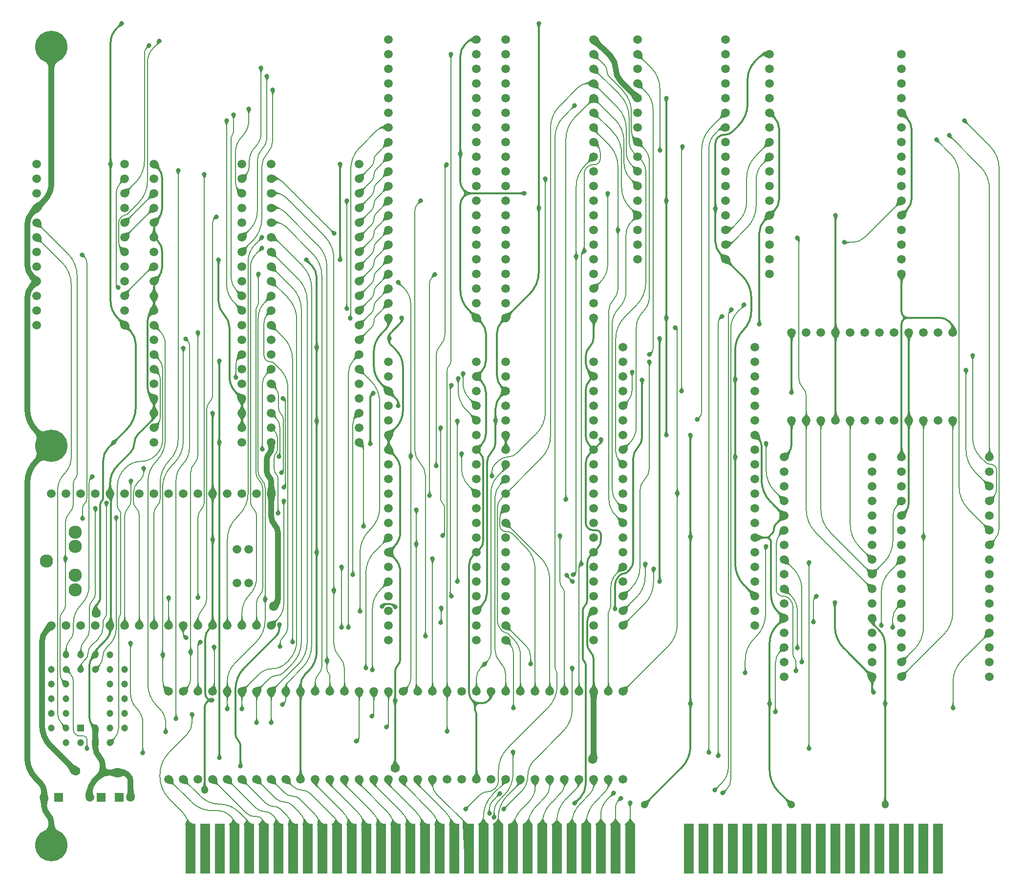
<source format=gbl>
%TF.GenerationSoftware,KiCad,Pcbnew,8.0.7*%
%TF.CreationDate,2025-01-03T11:27:41+02:00*%
%TF.ProjectId,Audio Board,41756469-6f20-4426-9f61-72642e6b6963,V0*%
%TF.SameCoordinates,Original*%
%TF.FileFunction,Copper,L2,Bot*%
%TF.FilePolarity,Positive*%
%FSLAX46Y46*%
G04 Gerber Fmt 4.6, Leading zero omitted, Abs format (unit mm)*
G04 Created by KiCad (PCBNEW 8.0.7) date 2025-01-03 11:27:41*
%MOMM*%
%LPD*%
G01*
G04 APERTURE LIST*
%TA.AperFunction,ComponentPad*%
%ADD10C,1.500000*%
%TD*%
%TA.AperFunction,WasherPad*%
%ADD11C,2.300000*%
%TD*%
%TA.AperFunction,WasherPad*%
%ADD12C,1.500000*%
%TD*%
%TA.AperFunction,ComponentPad*%
%ADD13R,1.500000X1.500000*%
%TD*%
%TA.AperFunction,ConnectorPad*%
%ADD14R,1.780000X8.620000*%
%TD*%
%TA.AperFunction,ComponentPad*%
%ADD15C,5.600000*%
%TD*%
%TA.AperFunction,ComponentPad*%
%ADD16R,1.200000X1.200000*%
%TD*%
%TA.AperFunction,ComponentPad*%
%ADD17C,1.200000*%
%TD*%
%TA.AperFunction,ViaPad*%
%ADD18C,0.800000*%
%TD*%
%TA.AperFunction,ViaPad*%
%ADD19C,1.600000*%
%TD*%
%TA.AperFunction,ViaPad*%
%ADD20C,1.300000*%
%TD*%
%TA.AperFunction,Conductor*%
%ADD21C,0.380000*%
%TD*%
%TA.AperFunction,Conductor*%
%ADD22C,1.000000*%
%TD*%
%TA.AperFunction,Conductor*%
%ADD23C,0.200000*%
%TD*%
G04 APERTURE END LIST*
D10*
%TO.P,B6,1,T~{OE}*%
%TO.N,/CPU B ~{OE}\u00B7~{WE}*%
X34340800Y140335000D03*
%TO.P,B6,2,T~{DIR}*%
%TO.N,/~{WD}*%
X34340800Y137795000D03*
%TO.P,B6,3,M~{OE}*%
%TO.N,/B ~{OE}*%
X34340800Y135255000D03*
%TO.P,B6,4,M~{WE}*%
%TO.N,/B ~{WE}*%
X34340800Y132715000D03*
%TO.P,B6,5,M14*%
%TO.N,/M14*%
X34340800Y130175000D03*
%TO.P,B6,6,M13*%
%TO.N,/M13*%
X34340800Y127635000D03*
%TO.P,B6,7,M12*%
%TO.N,/M12*%
X34340800Y125095000D03*
%TO.P,B6,8,M11*%
%TO.N,/M11*%
X34340800Y122555000D03*
%TO.P,B6,9,M10*%
%TO.N,/M10*%
X34340800Y120015000D03*
%TO.P,B6,10,M9*%
%TO.N,/M9*%
X34340800Y117475000D03*
%TO.P,B6,11,M8*%
%TO.N,/M8*%
X34340800Y114935000D03*
%TO.P,B6,12,M7*%
%TO.N,/M7*%
X34340800Y112395000D03*
%TO.P,B6,13,M6*%
%TO.N,/M6*%
X34340800Y109855000D03*
%TO.P,B6,14,M5*%
%TO.N,/M5*%
X34340800Y107315000D03*
%TO.P,B6,15,M4*%
%TO.N,/M4*%
X34340800Y104775000D03*
%TO.P,B6,16,M3*%
%TO.N,/M3*%
X34340800Y102235000D03*
%TO.P,B6,17,M2*%
%TO.N,/M2*%
X34340800Y99695000D03*
%TO.P,B6,18,M1*%
%TO.N,/M1*%
X34340800Y97155000D03*
%TO.P,B6,19,M0*%
%TO.N,/M0*%
X34340800Y94615000D03*
%TO.P,B6,20,5V*%
%TO.N,/5V*%
X34340800Y92075000D03*
%TO.P,B6,21,GND*%
%TO.N,GND*%
X49580800Y92075000D03*
%TO.P,B6,22,LLE*%
%TO.N,/Sound Address*%
X49580800Y94615000D03*
%TO.P,B6,23,L~{OE}*%
%TO.N,/~{WR}_{B}*%
X49580800Y97155000D03*
%TO.P,B6,24,LQ0*%
%TO.N,/MAX0*%
X49580800Y99695000D03*
%TO.P,B6,25,LQ1*%
%TO.N,/MAX1*%
X49580800Y102235000D03*
%TO.P,B6,26,LQ2*%
%TO.N,/MAX2*%
X49580800Y104775000D03*
%TO.P,B6,27,LQ3*%
%TO.N,/MAX3*%
X49580800Y107315000D03*
%TO.P,B6,28,LQ4*%
%TO.N,/MAX4*%
X49580800Y109855000D03*
%TO.P,B6,29,LQ5*%
%TO.N,/MAX5*%
X49580800Y112395000D03*
%TO.P,B6,30,LQ6*%
%TO.N,/MAX6*%
X49580800Y114935000D03*
%TO.P,B6,31,LQ7*%
%TO.N,/MAX7*%
X49580800Y117475000D03*
%TO.P,B6,32,D0*%
%TO.N,/D0*%
X49580800Y120015000D03*
%TO.P,B6,33,D1*%
%TO.N,/D1*%
X49580800Y122555000D03*
%TO.P,B6,34,D2*%
%TO.N,/D2*%
X49580800Y125095000D03*
%TO.P,B6,35,D3*%
%TO.N,/D3*%
X49580800Y127635000D03*
%TO.P,B6,36,D4*%
%TO.N,/D4*%
X49580800Y130175000D03*
%TO.P,B6,37,D5*%
%TO.N,/D5*%
X49580800Y132715000D03*
%TO.P,B6,38,D6*%
%TO.N,/D6*%
X49580800Y135255000D03*
%TO.P,B6,39,D7*%
%TO.N,/D7*%
X49580800Y137795000D03*
%TO.P,B6,40,GND*%
%TO.N,GND*%
X49580800Y140335000D03*
%TD*%
%TO.P,B3,1,~{E}*%
%TO.N,GND*%
X14020800Y118745000D03*
%TO.P,B3,2,S*%
%TO.N,/~{Device RAM}*%
X14020800Y116205000D03*
%TO.P,B3,3,A11*%
%TO.N,/A11*%
X14020800Y113665000D03*
%TO.P,B3,4,A10*%
%TO.N,/A10*%
X14020800Y111125000D03*
%TO.P,B3,5,A9*%
%TO.N,/A9*%
X14020800Y108585000D03*
%TO.P,B3,6,A8*%
%TO.N,/A8*%
X14020800Y106045000D03*
%TO.P,B3,7,A7*%
%TO.N,/A7*%
X14020800Y103505000D03*
%TO.P,B3,8,A6*%
%TO.N,/A6*%
X14020800Y100965000D03*
%TO.P,B3,9,A5*%
%TO.N,/A5*%
X14020800Y98425000D03*
%TO.P,B3,10,A4*%
%TO.N,/A4*%
X14020800Y95885000D03*
%TO.P,B3,11,A3*%
%TO.N,/A3*%
X14020800Y93345000D03*
%TO.P,B3,12,A2*%
%TO.N,/A2*%
X14020800Y90805000D03*
%TO.P,B3,13,A1*%
%TO.N,/A1*%
X14020800Y88265000D03*
%TO.P,B3,14,A0*%
%TO.N,/A0*%
X14020800Y85725000D03*
%TO.P,B3,15,B11*%
%TO.N,/C11*%
X14020800Y83185000D03*
%TO.P,B3,16,B10*%
%TO.N,/C10*%
X14020800Y80645000D03*
%TO.P,B3,17,B9*%
%TO.N,/C9*%
X14020800Y78105000D03*
%TO.P,B3,18,B8*%
%TO.N,/C8*%
X14020800Y75565000D03*
%TO.P,B3,19,B7*%
%TO.N,/C7*%
X14020800Y73025000D03*
%TO.P,B3,20,5V*%
%TO.N,/5V*%
X14020800Y70485000D03*
%TO.P,B3,21,B6*%
%TO.N,/C6*%
X29260800Y70485000D03*
%TO.P,B3,22,B5*%
%TO.N,/C5*%
X29260800Y73025000D03*
%TO.P,B3,23,B4*%
%TO.N,/C4*%
X29260800Y75565000D03*
%TO.P,B3,24,B3*%
%TO.N,/C3*%
X29260800Y78105000D03*
%TO.P,B3,25,B2*%
%TO.N,/C2*%
X29260800Y80645000D03*
%TO.P,B3,26,B1*%
%TO.N,/C1*%
X29260800Y83185000D03*
%TO.P,B3,27,B0*%
%TO.N,/C0*%
X29260800Y85725000D03*
%TO.P,B3,28,Q0*%
%TO.N,/M0*%
X29260800Y88265000D03*
%TO.P,B3,29,Q1*%
%TO.N,/M1*%
X29260800Y90805000D03*
%TO.P,B3,30,Q2*%
%TO.N,/M2*%
X29260800Y93345000D03*
%TO.P,B3,31,Q3*%
%TO.N,/M3*%
X29260800Y95885000D03*
%TO.P,B3,32,Q4*%
%TO.N,/M4*%
X29260800Y98425000D03*
%TO.P,B3,33,Q5*%
%TO.N,/M5*%
X29260800Y100965000D03*
%TO.P,B3,34,Q6*%
%TO.N,/M6*%
X29260800Y103505000D03*
%TO.P,B3,35,Q7*%
%TO.N,/M7*%
X29260800Y106045000D03*
%TO.P,B3,36,Q8*%
%TO.N,/M8*%
X29260800Y108585000D03*
%TO.P,B3,37,Q9*%
%TO.N,/M9*%
X29260800Y111125000D03*
%TO.P,B3,38,Q10*%
%TO.N,/M10*%
X29260800Y113665000D03*
%TO.P,B3,39,Q11*%
%TO.N,/M11*%
X29260800Y116205000D03*
%TO.P,B3,40,GND*%
%TO.N,GND*%
X29260800Y118745000D03*
%TD*%
%TO.P,B5,1,~{E}*%
%TO.N,GND*%
X-6299200Y118745000D03*
%TO.P,B5,2,S*%
%TO.N,/~{Device RAM}*%
X-6299200Y116205000D03*
%TO.P,B5,3,A11*%
%TO.N,/CPU A ~{OE}*%
X-6299200Y113665000D03*
%TO.P,B5,4,A10*%
%TO.N,/CPU A ~{WE}*%
X-6299200Y111125000D03*
%TO.P,B5,5,A9*%
%TO.N,GND*%
X-6299200Y108585000D03*
%TO.P,B5,6,A8*%
X-6299200Y106045000D03*
%TO.P,B5,7,A7*%
%TO.N,/CPU B ~{OE}*%
X-6299200Y103505000D03*
%TO.P,B5,8,A6*%
%TO.N,/CPU B ~{WE}*%
X-6299200Y100965000D03*
%TO.P,B5,9,A5*%
%TO.N,GND*%
X-6299200Y98425000D03*
%TO.P,B5,10,A4*%
X-6299200Y95885000D03*
%TO.P,B5,11,A3*%
X-6299200Y93345000D03*
%TO.P,B5,12,A2*%
%TO.N,/A14*%
X-6299200Y90805000D03*
%TO.P,B5,13,A1*%
%TO.N,/A13*%
X-6299200Y88265000D03*
%TO.P,B5,14,A0*%
%TO.N,/A12*%
X-6299200Y85725000D03*
%TO.P,B5,15,B11*%
%TO.N,/CLK*%
X-6299200Y83185000D03*
%TO.P,B5,16,B10*%
%TO.N,/3.3V*%
X-6299200Y80645000D03*
%TO.P,B5,17,B9*%
%TO.N,GND*%
X-6299200Y78105000D03*
%TO.P,B5,18,B8*%
X-6299200Y75565000D03*
%TO.P,B5,19,B7*%
%TO.N,/CLK*%
X-6299200Y73025000D03*
%TO.P,B5,20,5V*%
%TO.N,/5V*%
X-6299200Y70485000D03*
%TO.P,B5,21,B6*%
%TO.N,/3.3V*%
X8940800Y70485000D03*
%TO.P,B5,22,B5*%
%TO.N,GND*%
X8940800Y73025000D03*
%TO.P,B5,23,B4*%
X8940800Y75565000D03*
%TO.P,B5,24,B3*%
X8940800Y78105000D03*
%TO.P,B5,25,B2*%
%TO.N,/C14*%
X8940800Y80645000D03*
%TO.P,B5,26,B1*%
%TO.N,/C13*%
X8940800Y83185000D03*
%TO.P,B5,27,B0*%
%TO.N,/C12*%
X8940800Y85725000D03*
%TO.P,B5,28,Q0*%
%TO.N,unconnected-(B5-Q0-Pad28)*%
X8940800Y88265000D03*
%TO.P,B5,29,Q1*%
%TO.N,/M12*%
X8940800Y90805000D03*
%TO.P,B5,30,Q2*%
%TO.N,/M13*%
X8940800Y93345000D03*
%TO.P,B5,31,Q3*%
%TO.N,/M14*%
X8940800Y95885000D03*
%TO.P,B5,32,Q4*%
%TO.N,unconnected-(B5-Q4-Pad32)*%
X8940800Y98425000D03*
%TO.P,B5,33,Q5*%
%TO.N,unconnected-(B5-Q5-Pad33)*%
X8940800Y100965000D03*
%TO.P,B5,34,Q6*%
%TO.N,/B ~{WE}*%
X8940800Y103505000D03*
%TO.P,B5,35,Q7*%
%TO.N,/B ~{OE}*%
X8940800Y106045000D03*
%TO.P,B5,36,Q8*%
%TO.N,unconnected-(B5-Q8-Pad36)*%
X8940800Y108585000D03*
%TO.P,B5,37,Q9*%
%TO.N,unconnected-(B5-Q9-Pad37)*%
X8940800Y111125000D03*
%TO.P,B5,38,Q10*%
%TO.N,/A ~{WE}*%
X8940800Y113665000D03*
%TO.P,B5,39,Q11*%
%TO.N,/A ~{OE}*%
X8940800Y116205000D03*
%TO.P,B5,40,GND*%
%TO.N,GND*%
X8940800Y118745000D03*
%TD*%
D11*
%TO.P,B9,*%
%TO.N,*%
X-19960200Y44911000D03*
D12*
X8083800Y46101000D03*
X10083800Y46101000D03*
D11*
X-19960200Y47411000D03*
X-24960200Y49911000D03*
D12*
X8083800Y51943000D03*
X10083800Y51943000D03*
D11*
X-19960200Y52411000D03*
X-19960200Y54911000D03*
D10*
%TO.P,B9,1,5V*%
%TO.N,/5V*%
X-24079200Y38735000D03*
%TO.P,B9,2,N.C.*%
%TO.N,unconnected-(B9-N.C.-Pad2)*%
X-21539200Y38735000D03*
%TO.P,B9,3,N.C.*%
%TO.N,unconnected-(B9-N.C.-Pad3)*%
X-18999200Y38735000D03*
%TO.P,B9,4,~{Enable}*%
%TO.N,~{Enable}_{D}*%
X-16459200Y38735000D03*
%TO.P,B9,5,GND*%
%TO.N,GND*%
X-13919200Y38735000D03*
%TO.P,B9,6,A0*%
%TO.N,/MAX_{A0}*%
X-11379200Y38735000D03*
%TO.P,B9,7,~{WR}*%
%TO.N,/MAX_{~{WR}}*%
X-8839200Y38735000D03*
%TO.P,B9,8,D7*%
%TO.N,/MAX7*%
X-6299200Y38735000D03*
%TO.P,B9,9,D6*%
%TO.N,/MAX6*%
X-3759200Y38735000D03*
%TO.P,B9,10,D5*%
%TO.N,/MAX5*%
X-1219200Y38735000D03*
%TO.P,B9,11,D4*%
%TO.N,/MAX4*%
X1320800Y38735000D03*
%TO.P,B9,12,GND*%
%TO.N,GND*%
X3860800Y38735000D03*
%TO.P,B9,13,D3*%
%TO.N,/MAX3*%
X6400800Y38735000D03*
%TO.P,B9,14,D2*%
%TO.N,/MAX2*%
X8940800Y38735000D03*
%TO.P,B9,15,D1*%
%TO.N,/MAX1*%
X11480800Y38735000D03*
%TO.P,B9,16,D0*%
%TO.N,/MAX0*%
X14020800Y38735000D03*
%TO.P,B9,17,5V*%
%TO.N,/5V*%
X14020800Y61595000D03*
%TO.P,B9,18,N.C.*%
%TO.N,unconnected-(B9-N.C.-Pad18)*%
X11480800Y61595000D03*
%TO.P,B9,19,N.C.*%
%TO.N,unconnected-(B9-N.C.-Pad19)*%
X8940800Y61595000D03*
%TO.P,B9,20,N.C.*%
%TO.N,unconnected-(B9-N.C.-Pad20)*%
X6400800Y61595000D03*
%TO.P,B9,21,GND*%
%TO.N,GND*%
X3860800Y61595000D03*
%TO.P,B9,22,N.C.*%
%TO.N,unconnected-(B9-N.C.-Pad22)*%
X1320800Y61595000D03*
%TO.P,B9,23,N.C.*%
%TO.N,unconnected-(B9-N.C.-Pad23)*%
X-1219200Y61595000D03*
%TO.P,B9,24,N.C.*%
%TO.N,unconnected-(B9-N.C.-Pad24)*%
X-3759200Y61595000D03*
%TO.P,B9,25,N.C.*%
%TO.N,unconnected-(B9-N.C.-Pad25)*%
X-6299200Y61595000D03*
%TO.P,B9,26,N.C.*%
%TO.N,unconnected-(B9-N.C.-Pad26)*%
X-8839200Y61595000D03*
%TO.P,B9,27,N.C.*%
%TO.N,unconnected-(B9-N.C.-Pad27)*%
X-11379200Y61595000D03*
%TO.P,B9,28,GND*%
%TO.N,GND*%
X-13919200Y61595000D03*
%TO.P,B9,29,N.C.*%
%TO.N,unconnected-(B9-N.C.-Pad29)*%
X-16459200Y61595000D03*
%TO.P,B9,30,N.C.*%
%TO.N,unconnected-(B9-N.C.-Pad30)*%
X-18999200Y61595000D03*
%TO.P,B9,31,N.C.*%
%TO.N,unconnected-(B9-N.C.-Pad31)*%
X-21539200Y61595000D03*
%TO.P,B9,32,N.C.*%
%TO.N,unconnected-(B9-N.C.-Pad32)*%
X-24079200Y61595000D03*
%TD*%
%TO.P,B12,1,5V*%
%TO.N,/5V*%
X-26619200Y118745000D03*
%TO.P,B12,2,Device_~{RAM}*%
%TO.N,/~{Device RAM}*%
X-26619200Y116205000D03*
%TO.P,B12,3,~{Device_Select}*%
%TO.N,/Device ~{CS}*%
X-26619200Y113665000D03*
%TO.P,B12,4,GND*%
%TO.N,GND*%
X-26619200Y111125000D03*
%TO.P,B12,5,~{RD}*%
%TO.N,/~{RD}*%
X-26619200Y108585000D03*
%TO.P,B12,6,~{WD}*%
%TO.N,/~{WD}*%
X-26619200Y106045000D03*
%TO.P,B12,7,A16*%
%TO.N,/A16*%
X-26619200Y103505000D03*
%TO.P,B12,8,A15*%
%TO.N,/A15*%
X-26619200Y100965000D03*
%TO.P,B12,9,GND*%
%TO.N,GND*%
X-26619200Y98425000D03*
%TO.P,B12,10,~{CLK}*%
%TO.N,/CLK*%
X-26619200Y95885000D03*
%TO.P,B12,11,N.C.*%
%TO.N,unconnected-(B12-N.C.-Pad11)*%
X-26619200Y93345000D03*
%TO.P,B12,12,N.C.*%
%TO.N,unconnected-(B12-N.C.-Pad12)*%
X-26619200Y90805000D03*
%TO.P,B12,13,5V*%
%TO.N,/5V*%
X-11379200Y90805000D03*
%TO.P,B12,14,N.C.*%
%TO.N,unconnected-(B12-N.C.-Pad14)*%
X-11379200Y93345000D03*
%TO.P,B12,15,CPU_B_~{WE}*%
%TO.N,/CPU B ~{WE}*%
X-11379200Y95885000D03*
%TO.P,B12,16,GND*%
%TO.N,GND*%
X-11379200Y98425000D03*
%TO.P,B12,17,CPU_B_~{OE}*%
%TO.N,/CPU B ~{OE}*%
X-11379200Y100965000D03*
%TO.P,B12,18,CPU_B_~{OE}\u00B7~{WE}*%
%TO.N,/CPU B ~{OE}\u00B7~{WE}*%
X-11379200Y103505000D03*
%TO.P,B12,19,CPU_A_~{WE}*%
%TO.N,/CPU A ~{WE}*%
X-11379200Y106045000D03*
%TO.P,B12,20,CPU_A_~{OE}*%
%TO.N,/CPU A ~{OE}*%
X-11379200Y108585000D03*
%TO.P,B12,21,GND*%
%TO.N,GND*%
X-11379200Y111125000D03*
%TO.P,B12,22,CPU_A_~{OE}\u00B7~{WE}*%
%TO.N,/CPU A ~{OE}\u00B7~{WE}*%
X-11379200Y113665000D03*
%TO.P,B12,23,Sound_Address*%
%TO.N,/Sound Address*%
X-11379200Y116205000D03*
%TO.P,B12,24,N.C.*%
%TO.N,unconnected-(B12-N.C.-Pad24)*%
X-11379200Y118745000D03*
%TD*%
%TO.P,B13,1,5V*%
%TO.N,/5V*%
X100380800Y137795000D03*
%TO.P,B13,2,N.C.*%
%TO.N,unconnected-(B13-N.C.-Pad2)*%
X100380800Y135255000D03*
%TO.P,B13,3,N.C.*%
%TO.N,unconnected-(B13-N.C.-Pad3)*%
X100380800Y132715000D03*
%TO.P,B13,4,N.C.*%
%TO.N,unconnected-(B13-N.C.-Pad4)*%
X100380800Y130175000D03*
%TO.P,B13,5,GND*%
%TO.N,GND*%
X100380800Y127635000D03*
%TO.P,B13,6,~{Reset}*%
%TO.N,/Enable*%
X100380800Y125095000D03*
%TO.P,B13,7,Clk_Sel_{S1}*%
%TO.N,/Clock Select _{S1}*%
X100380800Y122555000D03*
%TO.P,B13,8,Clk_Sel_{S0}*%
%TO.N,/Clock Select _{S0}*%
X100380800Y120015000D03*
%TO.P,B13,9,N.C.*%
%TO.N,unconnected-(B13-N.C.-Pad9)*%
X100380800Y117475000D03*
%TO.P,B13,10,N.C.*%
%TO.N,unconnected-(B13-N.C.-Pad10)*%
X100380800Y114935000D03*
%TO.P,B13,11,N.C.*%
%TO.N,unconnected-(B13-N.C.-Pad11)*%
X100380800Y112395000D03*
%TO.P,B13,12,GND*%
%TO.N,GND*%
X100380800Y109855000D03*
%TO.P,B13,13,N.C.*%
%TO.N,unconnected-(B13-N.C.-Pad13)*%
X100380800Y107315000D03*
%TO.P,B13,14,N.C.*%
%TO.N,unconnected-(B13-N.C.-Pad14)*%
X100380800Y104775000D03*
%TO.P,B13,15,N.C.*%
%TO.N,unconnected-(B13-N.C.-Pad15)*%
X100380800Y102235000D03*
%TO.P,B13,16,N.C.*%
%TO.N,unconnected-(B13-N.C.-Pad16)*%
X100380800Y99695000D03*
%TO.P,B13,17,5V*%
%TO.N,/5V*%
X123240800Y99695000D03*
%TO.P,B13,18,N.C.*%
%TO.N,unconnected-(B13-N.C.-Pad18)*%
X123240800Y102235000D03*
%TO.P,B13,19,N.C.*%
%TO.N,unconnected-(B13-N.C.-Pad19)*%
X123240800Y104775000D03*
%TO.P,B13,20,N.C.*%
%TO.N,unconnected-(B13-N.C.-Pad20)*%
X123240800Y107315000D03*
%TO.P,B13,21,GND*%
%TO.N,GND*%
X123240800Y109855000D03*
%TO.P,B13,22,~{WR}_{B}*%
%TO.N,/~{WR}_{B}*%
X123240800Y112395000D03*
%TO.P,B13,23,~{WR}_{A}*%
%TO.N,/~{WR}_{A}*%
X123240800Y114935000D03*
%TO.P,B13,24,A0*%
%TO.N,/MAX_{A0}*%
X123240800Y117475000D03*
%TO.P,B13,25,~{WR}*%
%TO.N,/MAX_{~{WR}}*%
X123240800Y120015000D03*
%TO.P,B13,26,~{CLK}*%
%TO.N,/~{CLK}*%
X123240800Y122555000D03*
%TO.P,B13,27,CLK*%
%TO.N,/CLK*%
X123240800Y125095000D03*
%TO.P,B13,28,GND*%
%TO.N,GND*%
X123240800Y127635000D03*
%TO.P,B13,29,N.C.*%
%TO.N,unconnected-(B13-N.C.-Pad29)*%
X123240800Y130175000D03*
%TO.P,B13,30,N.C.*%
%TO.N,unconnected-(B13-N.C.-Pad30)*%
X123240800Y132715000D03*
%TO.P,B13,31,N.C.*%
%TO.N,unconnected-(B13-N.C.-Pad31)*%
X123240800Y135255000D03*
%TO.P,B13,32,N.C.*%
%TO.N,unconnected-(B13-N.C.-Pad32)*%
X123240800Y137795000D03*
%TD*%
D13*
%TO.P,LED1,1,K*%
%TO.N,Net-(LED1-K)*%
X-22804200Y8890000D03*
D10*
%TO.P,LED1,2,A*%
%TO.N,GND*%
X-25344200Y8890000D03*
%TD*%
%TO.P,B16,1,A0_{IN}*%
%TO.N,A0_{D}*%
X-3759200Y12065000D03*
%TO.P,B16,2,A1_{IN}*%
%TO.N,A1_{D}*%
X-1219200Y12065000D03*
%TO.P,B16,3,5V*%
%TO.N,/5V*%
X1320800Y12065000D03*
%TO.P,B16,4,A2_{IN}*%
%TO.N,A2_{D}*%
X3860800Y12065000D03*
%TO.P,B16,5,A3_{IN}*%
%TO.N,A3_{D}*%
X6400800Y12065000D03*
%TO.P,B16,6,A4_{IN}*%
%TO.N,A4_{D}*%
X8940800Y12065000D03*
%TO.P,B16,7,A5_{IN}*%
%TO.N,A5_{D}*%
X11480800Y12065000D03*
%TO.P,B16,8,A6_{IN}*%
%TO.N,A6_{D}*%
X14020800Y12065000D03*
%TO.P,B16,9,A7_{IN}*%
%TO.N,A7_{D}*%
X16560800Y12065000D03*
%TO.P,B16,10,GND*%
%TO.N,GND*%
X19100800Y12065000D03*
%TO.P,B16,11,A8_{IN}*%
%TO.N,A8_{D}*%
X21640800Y12065000D03*
%TO.P,B16,12,A9_{IN}*%
%TO.N,A9_{D}*%
X24180800Y12065000D03*
%TO.P,B16,13,A10_{IN}*%
%TO.N,A10_{D}*%
X26720800Y12065000D03*
%TO.P,B16,14,A11_{IN}*%
%TO.N,A11_{D}*%
X29260800Y12065000D03*
%TO.P,B16,15,A12_{IN}*%
%TO.N,A12_{D}*%
X31800800Y12065000D03*
%TO.P,B16,16,A13_{IN}*%
%TO.N,A13_{D}*%
X34340800Y12065000D03*
%TO.P,B16,17,A14_{IN}*%
%TO.N,A14_{D}*%
X36880800Y12065000D03*
%TO.P,B16,18,A15_{IN}*%
%TO.N,A15_{D}*%
X39420800Y12065000D03*
%TO.P,B16,19,A16_{IN}*%
%TO.N,A16_{D}*%
X41960800Y12065000D03*
%TO.P,B16,20,~{RD}_{IN}*%
%TO.N,~{RD}_{D}*%
X44500800Y12065000D03*
%TO.P,B16,21,~{WD}_{IN}*%
%TO.N,~{WD}_{D}*%
X47040800Y12065000D03*
%TO.P,B16,22,S_{IN}*%
%TO.N,GND*%
X49580800Y12065000D03*
%TO.P,B16,23,GND*%
X52120800Y12065000D03*
%TO.P,B16,24,D7_{IN/OUT}*%
%TO.N,D7_{D}*%
X54660800Y12065000D03*
%TO.P,B16,25,D6_{IN/OUT}*%
%TO.N,D6_{D}*%
X57200800Y12065000D03*
%TO.P,B16,26,D5_{IN/OUT}*%
%TO.N,D5_{D}*%
X59740800Y12065000D03*
%TO.P,B16,27,D4_{IN/OUT}*%
%TO.N,D4_{D}*%
X62280800Y12065000D03*
%TO.P,B16,28,D3_{IN/OUT}*%
%TO.N,D3_{D}*%
X64820800Y12065000D03*
%TO.P,B16,29,D2_{IN/OUT}*%
%TO.N,D2_{D}*%
X67360800Y12065000D03*
%TO.P,B16,30,D1_{IN/OUT}*%
%TO.N,D1_{D}*%
X69900800Y12065000D03*
%TO.P,B16,31,D0_{IN/OUT}*%
%TO.N,D0_{D}*%
X72440800Y12065000D03*
%TO.P,B16,32,Deivce_~{CS}_{IN}*%
%TO.N,~{Select}_{D}*%
X74980800Y12065000D03*
%TO.P,B16,33,Deivce_~{CS}*%
%TO.N,/Device ~{CS}*%
X74980800Y27305000D03*
%TO.P,B16,34,D0*%
%TO.N,/D0*%
X72440800Y27305000D03*
%TO.P,B16,35,5V*%
%TO.N,/5V*%
X69900800Y27305000D03*
%TO.P,B16,36,D1*%
%TO.N,/D1*%
X67360800Y27305000D03*
%TO.P,B16,37,D2*%
%TO.N,/D2*%
X64820800Y27305000D03*
%TO.P,B16,38,D3*%
%TO.N,/D3*%
X62280800Y27305000D03*
%TO.P,B16,39,D4*%
%TO.N,/D4*%
X59740800Y27305000D03*
%TO.P,B16,40,D5*%
%TO.N,/D5*%
X57200800Y27305000D03*
%TO.P,B16,41,D6*%
%TO.N,/D6*%
X54660800Y27305000D03*
%TO.P,B16,42,GND*%
%TO.N,GND*%
X52120800Y27305000D03*
%TO.P,B16,43,D7*%
%TO.N,/D7*%
X49580800Y27305000D03*
%TO.P,B16,44,S*%
%TO.N,unconnected-(B16-S-Pad44)*%
X47040800Y27305000D03*
%TO.P,B16,45,~{WD}*%
%TO.N,/~{WD}*%
X44500800Y27305000D03*
%TO.P,B16,46,~{RD}*%
%TO.N,/~{RD}*%
X41960800Y27305000D03*
%TO.P,B16,47,A16*%
%TO.N,/A16*%
X39420800Y27305000D03*
%TO.P,B16,48,A15*%
%TO.N,/A15*%
X36880800Y27305000D03*
%TO.P,B16,49,A14*%
%TO.N,/A14*%
X34340800Y27305000D03*
%TO.P,B16,50,A13*%
%TO.N,/A13*%
X31800800Y27305000D03*
%TO.P,B16,51,A12*%
%TO.N,/A12*%
X29260800Y27305000D03*
%TO.P,B16,52,A11*%
%TO.N,/A11*%
X26720800Y27305000D03*
%TO.P,B16,53,A10*%
%TO.N,/A10*%
X24180800Y27305000D03*
%TO.P,B16,54,A9*%
%TO.N,/A9*%
X21640800Y27305000D03*
%TO.P,B16,55,GND*%
%TO.N,GND*%
X19100800Y27305000D03*
%TO.P,B16,56,A8*%
%TO.N,/A8*%
X16560800Y27305000D03*
%TO.P,B16,57,A7*%
%TO.N,/A7*%
X14020800Y27305000D03*
%TO.P,B16,58,A6*%
%TO.N,/A6*%
X11480800Y27305000D03*
%TO.P,B16,59,A5*%
%TO.N,/A5*%
X8940800Y27305000D03*
%TO.P,B16,60,A4*%
%TO.N,/A4*%
X6400800Y27305000D03*
%TO.P,B16,61,A3*%
%TO.N,/A3*%
X3860800Y27305000D03*
%TO.P,B16,62,A2*%
%TO.N,/A2*%
X1320800Y27305000D03*
%TO.P,B16,63,A1*%
%TO.N,/A1*%
X-1219200Y27305000D03*
%TO.P,B16,64,A0*%
%TO.N,/A0*%
X-3759200Y27305000D03*
%TD*%
D14*
%TO.P,J5,A1,A1*%
%TO.N,~{Reset}_{System}*%
X0Y0D03*
%TO.P,J5,A2,A2*%
%TO.N,unconnected-(J5-PadA2)*%
X2540000Y0D03*
%TO.P,J5,A3,A3*%
%TO.N,unconnected-(J5-PadA3)*%
X5080000Y0D03*
%TO.P,J5,A4,A4*%
%TO.N,A0_{D}*%
X7620000Y0D03*
%TO.P,J5,A5,A5*%
%TO.N,A1_{D}*%
X10160000Y0D03*
%TO.P,J5,A6,A6*%
%TO.N,A2_{D}*%
X12700000Y0D03*
%TO.P,J5,A7,A7*%
%TO.N,A3_{D}*%
X15240000Y0D03*
%TO.P,J5,A8,A8*%
%TO.N,A4_{D}*%
X17780000Y0D03*
%TO.P,J5,A9,A9*%
%TO.N,A5_{D}*%
X20320000Y0D03*
%TO.P,J5,A10,A10*%
%TO.N,A6_{D}*%
X22860000Y0D03*
%TO.P,J5,A11,A11*%
%TO.N,A7_{D}*%
X25400000Y0D03*
%TO.P,J5,A12,A12*%
%TO.N,A8_{D}*%
X27940000Y0D03*
%TO.P,J5,A13,A13*%
%TO.N,A9_{D}*%
X30480000Y0D03*
%TO.P,J5,A14,A14*%
%TO.N,A10_{D}*%
X33020000Y0D03*
%TO.P,J5,A15,A15*%
%TO.N,A11_{D}*%
X35560000Y0D03*
%TO.P,J5,A16,A16*%
%TO.N,A12_{D}*%
X38100000Y0D03*
%TO.P,J5,A17,A17*%
%TO.N,A13_{D}*%
X40640000Y0D03*
%TO.P,J5,A18,A18*%
%TO.N,A14_{D}*%
X43180000Y0D03*
%TO.P,J5,A19,A19*%
%TO.N,A15_{D}*%
X45720000Y0D03*
%TO.P,J5,A20,A20*%
%TO.N,A16_{D}*%
X48260000Y0D03*
%TO.P,J5,A21,A21*%
%TO.N,D7_{D}*%
X50800000Y0D03*
%TO.P,J5,A22,A22*%
%TO.N,D6_{D}*%
X53340000Y0D03*
%TO.P,J5,A23,A23*%
%TO.N,D5_{D}*%
X55880000Y0D03*
%TO.P,J5,A24,A24*%
%TO.N,D4_{D}*%
X58420000Y0D03*
%TO.P,J5,A25,A25*%
%TO.N,D3_{D}*%
X60960000Y0D03*
%TO.P,J5,A26,A26*%
%TO.N,D2_{D}*%
X63500000Y0D03*
%TO.P,J5,A27,A27*%
%TO.N,D1_{D}*%
X66040000Y0D03*
%TO.P,J5,A28,A28*%
%TO.N,D0_{D}*%
X68580000Y0D03*
%TO.P,J5,A29,A29*%
%TO.N,H2_{D}*%
X71120000Y0D03*
%TO.P,J5,A30,A30*%
%TO.N,H1_{D}*%
X73660000Y0D03*
%TO.P,J5,A31,A31*%
%TO.N,H0_{D}*%
X76200000Y0D03*
%TO.P,J5,C1,C1*%
%TO.N,unconnected-(J5-PadC1)*%
X86360000Y0D03*
%TO.P,J5,C2,C2*%
%TO.N,unconnected-(J5-PadC2)*%
X88900000Y0D03*
%TO.P,J5,C3,C3*%
%TO.N,unconnected-(J5-PadC3)*%
X91440000Y0D03*
%TO.P,J5,C4,C4*%
%TO.N,unconnected-(J5-PadC4)*%
X93980000Y0D03*
%TO.P,J5,C5,C5*%
%TO.N,unconnected-(J5-PadC5)*%
X96520000Y0D03*
%TO.P,J5,C6,C6*%
%TO.N,unconnected-(J5-PadC6)*%
X99060000Y0D03*
%TO.P,J5,C7,C7*%
%TO.N,unconnected-(J5-PadC7)*%
X101600000Y0D03*
%TO.P,J5,C8,C8*%
%TO.N,unconnected-(J5-PadC8)*%
X104140000Y0D03*
%TO.P,J5,C9,C9*%
%TO.N,unconnected-(J5-PadC9)*%
X106680000Y0D03*
%TO.P,J5,C10,C10*%
%TO.N,unconnected-(J5-PadC10)*%
X109220000Y0D03*
%TO.P,J5,C11,C11*%
%TO.N,unconnected-(J5-PadC11)*%
X111760000Y0D03*
%TO.P,J5,C12,C12*%
%TO.N,unconnected-(J5-PadC12)*%
X114300000Y0D03*
%TO.P,J5,C13,C13*%
%TO.N,unconnected-(J5-PadC13)*%
X116840000Y0D03*
%TO.P,J5,C14,C14*%
%TO.N,unconnected-(J5-PadC14)*%
X119380000Y0D03*
%TO.P,J5,C15,C15*%
%TO.N,unconnected-(J5-PadC15)*%
X121920000Y0D03*
%TO.P,J5,C16,C16*%
%TO.N,unconnected-(J5-PadC16)*%
X124460000Y0D03*
%TO.P,J5,C17,C17*%
%TO.N,unconnected-(J5-PadC17)*%
X127000000Y0D03*
%TO.P,J5,C18,C18*%
%TO.N,unconnected-(J5-PadC18)*%
X129540000Y0D03*
%TD*%
D10*
%TO.P,B2,1,~{PH=QH}*%
%TO.N,unconnected-(B2-~{PH=QH}-Pad1)*%
X54660800Y84455000D03*
%TO.P,B2,2,~{PL=QL}*%
%TO.N,unconnected-(B2-~{PL=QL}-Pad2)*%
X54660800Y81915000D03*
%TO.P,B2,3,5V*%
%TO.N,/5V*%
X54660800Y79375000D03*
%TO.P,B2,4,N.C.*%
%TO.N,unconnected-(B2-N.C.-Pad4)*%
X54660800Y76835000D03*
%TO.P,B2,5,N.C.*%
%TO.N,unconnected-(B2-N.C.-Pad5)*%
X54660800Y74295000D03*
%TO.P,B2,6,~{OE}*%
%TO.N,GND*%
X54660800Y71755000D03*
%TO.P,B2,7,GND*%
X54660800Y69215000D03*
%TO.P,B2,8,D7*%
%TO.N,/D7*%
X54660800Y66675000D03*
%TO.P,B2,9,D6*%
%TO.N,/D6*%
X54660800Y64135000D03*
%TO.P,B2,10,D5*%
%TO.N,/D5*%
X54660800Y61595000D03*
%TO.P,B2,11,D4*%
%TO.N,/D4*%
X54660800Y59055000D03*
%TO.P,B2,12,D3*%
%TO.N,/D3*%
X54660800Y56515000D03*
%TO.P,B2,13,D2*%
%TO.N,/D2*%
X54660800Y53975000D03*
%TO.P,B2,14,GND*%
%TO.N,GND*%
X54660800Y51435000D03*
%TO.P,B2,15,D1*%
%TO.N,/D1*%
X54660800Y48895000D03*
%TO.P,B2,16,D0*%
%TO.N,/D0*%
X54660800Y46355000D03*
%TO.P,B2,17,N.C.*%
%TO.N,unconnected-(B2-N.C.-Pad17)*%
X54660800Y43815000D03*
%TO.P,B2,18,N.C.*%
%TO.N,unconnected-(B2-N.C.-Pad18)*%
X54660800Y41275000D03*
%TO.P,B2,19,Write_A_High*%
%TO.N,/Write Interrupt Address High*%
X54660800Y38735000D03*
%TO.P,B2,20,Write_A_Low*%
%TO.N,/Write Interrupt Address Low*%
X54660800Y36195000D03*
%TO.P,B2,21,C0*%
%TO.N,/C0*%
X69900800Y36195000D03*
%TO.P,B2,22,C1*%
%TO.N,/C1*%
X69900800Y38735000D03*
%TO.P,B2,23,5V*%
%TO.N,/5V*%
X69900800Y41275000D03*
%TO.P,B2,24,C2*%
%TO.N,/C2*%
X69900800Y43815000D03*
%TO.P,B2,25,C3*%
%TO.N,/C3*%
X69900800Y46355000D03*
%TO.P,B2,26,C4*%
%TO.N,/C4*%
X69900800Y48895000D03*
%TO.P,B2,27,GND*%
%TO.N,GND*%
X69900800Y51435000D03*
%TO.P,B2,28,C5*%
%TO.N,/C5*%
X69900800Y53975000D03*
%TO.P,B2,29,C6*%
%TO.N,/C6*%
X69900800Y56515000D03*
%TO.P,B2,30,C7*%
%TO.N,/C7*%
X69900800Y59055000D03*
%TO.P,B2,31,C8*%
%TO.N,/C8*%
X69900800Y61595000D03*
%TO.P,B2,32,C9*%
%TO.N,/C9*%
X69900800Y64135000D03*
%TO.P,B2,33,C10*%
%TO.N,/C10*%
X69900800Y66675000D03*
%TO.P,B2,34,GND*%
%TO.N,GND*%
X69900800Y69215000D03*
%TO.P,B2,35,C11*%
%TO.N,/C11*%
X69900800Y71755000D03*
%TO.P,B2,36,C12*%
%TO.N,/C12*%
X69900800Y74295000D03*
%TO.P,B2,37,C13*%
%TO.N,/C13*%
X69900800Y76835000D03*
%TO.P,B2,38,C14*%
%TO.N,/C14*%
X69900800Y79375000D03*
%TO.P,B2,39,C15*%
%TO.N,GND*%
X69900800Y81915000D03*
%TO.P,B2,40,~{C=A}*%
%TO.N,/~{Interrupt} _{CMP}*%
X69900800Y84455000D03*
%TD*%
%TO.P,B8,1,5V*%
%TO.N,/5V*%
X77520800Y140335000D03*
%TO.P,B8,2,Interrupt_CLK*%
%TO.N,/~{CLK}*%
X77520800Y137795000D03*
%TO.P,B8,3,Write_Clear_Interrupt*%
%TO.N,/Write Clear Interrupt*%
X77520800Y135255000D03*
%TO.P,B8,4,~{Set_Interrupt_on_CLK}*%
%TO.N,/~{Interrupt} _{CMP}*%
X77520800Y132715000D03*
%TO.P,B8,5,GND*%
%TO.N,GND*%
X77520800Y130175000D03*
%TO.P,B8,6,Read_Flags*%
%TO.N,/Read Flags*%
X77520800Y127635000D03*
%TO.P,B8,7,Write_Flags*%
%TO.N,/Write Flags*%
X77520800Y125095000D03*
%TO.P,B8,8,D7*%
%TO.N,/D7*%
X77520800Y122555000D03*
%TO.P,B8,9,D6*%
%TO.N,/D6*%
X77520800Y120015000D03*
%TO.P,B8,10,D5*%
%TO.N,/D5*%
X77520800Y117475000D03*
%TO.P,B8,11,D4*%
%TO.N,/D4*%
X77520800Y114935000D03*
%TO.P,B8,12,GND*%
%TO.N,GND*%
X77520800Y112395000D03*
%TO.P,B8,13,D3*%
%TO.N,/D3*%
X77520800Y109855000D03*
%TO.P,B8,14,D2*%
%TO.N,/D2*%
X77520800Y107315000D03*
%TO.P,B8,15,D1*%
%TO.N,/D1*%
X77520800Y104775000D03*
%TO.P,B8,16,D0*%
%TO.N,/D0*%
X77520800Y102235000D03*
%TO.P,B8,17,5V*%
%TO.N,/5V*%
X92760800Y102235000D03*
%TO.P,B8,18,F0*%
%TO.N,/Clock Select _{S0}*%
X92760800Y104775000D03*
%TO.P,B8,19,F1*%
%TO.N,/Clock Select _{S1}*%
X92760800Y107315000D03*
%TO.P,B8,20,F2*%
%TO.N,unconnected-(B8-F2-Pad20)*%
X92760800Y109855000D03*
%TO.P,B8,21,GND*%
%TO.N,GND*%
X92760800Y112395000D03*
%TO.P,B8,22,F3*%
%TO.N,unconnected-(B8-F3-Pad22)*%
X92760800Y114935000D03*
%TO.P,B8,23,F4*%
%TO.N,unconnected-(B8-F4-Pad23)*%
X92760800Y117475000D03*
%TO.P,B8,24,F5*%
%TO.N,unconnected-(B8-F5-Pad24)*%
X92760800Y120015000D03*
%TO.P,B8,25,N.C.*%
%TO.N,unconnected-(B8-N.C.-Pad25)*%
X92760800Y122555000D03*
%TO.P,B8,26,~{Enable}*%
%TO.N,~{Enable}_{D}*%
X92760800Y125095000D03*
%TO.P,B8,27,Enable*%
%TO.N,/Enable*%
X92760800Y127635000D03*
%TO.P,B8,28,GND*%
%TO.N,GND*%
X92760800Y130175000D03*
%TO.P,B8,29,~{INT}*%
%TO.N,~{Interrupt}_{D}*%
X92760800Y132715000D03*
%TO.P,B8,30,INT*%
%TO.N,unconnected-(B8-INT-Pad30)*%
X92760800Y135255000D03*
%TO.P,B8,31,N.C.*%
%TO.N,unconnected-(B8-N.C.-Pad31)*%
X92760800Y137795000D03*
%TO.P,B8,32,N.C.*%
%TO.N,unconnected-(B8-N.C.-Pad32)*%
X92760800Y140335000D03*
%TD*%
D15*
%TO.P,H9,1,GND*%
%TO.N,GND*%
X-24079200Y635000D03*
%TD*%
D10*
%TO.P,B1,1,Read_Count_High*%
%TO.N,/Read Counter Address High*%
X74980800Y86995000D03*
%TO.P,B1,2,Read_Count_Low*%
%TO.N,/Read Counter Address Low*%
X74980800Y84455000D03*
%TO.P,B1,3,5V*%
%TO.N,/5V*%
X74980800Y81915000D03*
%TO.P,B1,4,CLK*%
%TO.N,/CLK*%
X74980800Y79375000D03*
%TO.P,B1,5,~{Load_Count_Start}*%
%TO.N,/~{End} _{CMP}*%
X74980800Y76835000D03*
%TO.P,B1,6,~{Reset}*%
%TO.N,/Enable*%
X74980800Y74295000D03*
%TO.P,B1,7,GND*%
%TO.N,GND*%
X74980800Y71755000D03*
%TO.P,B1,8,D7*%
%TO.N,/D7*%
X74980800Y69215000D03*
%TO.P,B1,9,D6*%
%TO.N,/D6*%
X74980800Y66675000D03*
%TO.P,B1,10,D5*%
%TO.N,/D5*%
X74980800Y64135000D03*
%TO.P,B1,11,D4*%
%TO.N,/D4*%
X74980800Y61595000D03*
%TO.P,B1,12,D3*%
%TO.N,/D3*%
X74980800Y59055000D03*
%TO.P,B1,13,D2*%
%TO.N,/D2*%
X74980800Y56515000D03*
%TO.P,B1,14,GND*%
%TO.N,GND*%
X74980800Y53975000D03*
%TO.P,B1,15,D1*%
%TO.N,/D1*%
X74980800Y51435000D03*
%TO.P,B1,16,D0*%
%TO.N,/D0*%
X74980800Y48895000D03*
%TO.P,B1,17,Count_Enable*%
%TO.N,/3.3V*%
X74980800Y46355000D03*
%TO.P,B1,18,Latch_Count*%
%TO.N,/Read Counter Address Low*%
X74980800Y43815000D03*
%TO.P,B1,19,Write_Start_High*%
%TO.N,/Write Start Address High*%
X74980800Y41275000D03*
%TO.P,B1,20,Write_Start_Low*%
%TO.N,/Write Start Address Low*%
X74980800Y38735000D03*
%TO.P,B1,21,C0*%
%TO.N,/C0*%
X97840800Y38735000D03*
%TO.P,B1,22,C1*%
%TO.N,/C1*%
X97840800Y41275000D03*
%TO.P,B1,23,5V*%
%TO.N,/5V*%
X97840800Y43815000D03*
%TO.P,B1,24,C2*%
%TO.N,/C2*%
X97840800Y46355000D03*
%TO.P,B1,25,C3*%
%TO.N,/C3*%
X97840800Y48895000D03*
%TO.P,B1,26,C4*%
%TO.N,/C4*%
X97840800Y51435000D03*
%TO.P,B1,27,GND*%
%TO.N,GND*%
X97840800Y53975000D03*
%TO.P,B1,28,C5*%
%TO.N,/C5*%
X97840800Y56515000D03*
%TO.P,B1,29,C6*%
%TO.N,/C6*%
X97840800Y59055000D03*
%TO.P,B1,30,C7*%
%TO.N,/C7*%
X97840800Y61595000D03*
%TO.P,B1,31,C8*%
%TO.N,/C8*%
X97840800Y64135000D03*
%TO.P,B1,32,C9*%
%TO.N,/C9*%
X97840800Y66675000D03*
%TO.P,B1,33,C10*%
%TO.N,/C10*%
X97840800Y69215000D03*
%TO.P,B1,34,GND*%
%TO.N,GND*%
X97840800Y71755000D03*
%TO.P,B1,35,C11*%
%TO.N,/C11*%
X97840800Y74295000D03*
%TO.P,B1,36,C12*%
%TO.N,/C12*%
X97840800Y76835000D03*
%TO.P,B1,37,C13*%
%TO.N,/C13*%
X97840800Y79375000D03*
%TO.P,B1,38,C14*%
%TO.N,/C14*%
X97840800Y81915000D03*
%TO.P,B1,39,C15*%
%TO.N,unconnected-(B1-C15-Pad39)*%
X97840800Y84455000D03*
%TO.P,B1,40,TC_{12..15}*%
%TO.N,unconnected-(B1-TC_{12..15}-Pad40)*%
X97840800Y86995000D03*
%TD*%
%TO.P,B15,1,5V*%
%TO.N,/5V*%
X123240800Y67945000D03*
%TO.P,B15,2,Y7_{R}*%
%TO.N,unconnected-(B15-Y7_{R}-Pad2)*%
X123240800Y65405000D03*
%TO.P,B15,3,Y6_{R}*%
%TO.N,unconnected-(B15-Y6_{R}-Pad3)*%
X123240800Y62865000D03*
%TO.P,B15,4,~{Device_Registers}*%
%TO.N,/~{Device Registers}*%
X123240800Y60325000D03*
%TO.P,B15,5,GND*%
%TO.N,GND*%
X123240800Y57785000D03*
%TO.P,B15,6,Y5_{R}*%
%TO.N,unconnected-(B15-Y5_{R}-Pad6)*%
X123240800Y55245000D03*
%TO.P,B15,7,Y4_{R}*%
%TO.N,unconnected-(B15-Y4_{R}-Pad7)*%
X123240800Y52705000D03*
%TO.P,B15,8,~{E2}*%
%TO.N,/A3*%
X123240800Y50165000D03*
%TO.P,B15,9,E3*%
%TO.N,/~{A4}*%
X123240800Y47625000D03*
%TO.P,B15,10,A2*%
%TO.N,/A2*%
X123240800Y45085000D03*
%TO.P,B15,11,A1*%
%TO.N,/A1*%
X123240800Y42545000D03*
%TO.P,B15,12,GND*%
%TO.N,GND*%
X123240800Y40005000D03*
%TO.P,B15,13,A0*%
%TO.N,/A0*%
X123240800Y37465000D03*
%TO.P,B15,14,N.C.*%
%TO.N,unconnected-(B15-N.C.-Pad14)*%
X123240800Y34925000D03*
%TO.P,B15,15,~{RD}*%
%TO.N,/~{RD}*%
X123240800Y32385000D03*
%TO.P,B15,16,~{WD}*%
%TO.N,/~{WD}*%
X123240800Y29845000D03*
%TO.P,B15,17,5V*%
%TO.N,/5V*%
X138480800Y29845000D03*
%TO.P,B15,18,N.C.*%
%TO.N,unconnected-(B15-N.C.-Pad18)*%
X138480800Y32385000D03*
%TO.P,B15,19,Y7_{W}*%
%TO.N,/Write Interrupt Address High*%
X138480800Y34925000D03*
%TO.P,B15,20,Y6_{W}*%
%TO.N,/Write Interrupt Address Low*%
X138480800Y37465000D03*
%TO.P,B15,21,GND*%
%TO.N,GND*%
X138480800Y40005000D03*
%TO.P,B15,22,Y5_{W}*%
%TO.N,/Write End Address High*%
X138480800Y42545000D03*
%TO.P,B15,23,Y4_{W}*%
%TO.N,/Write End Address Low*%
X138480800Y45085000D03*
%TO.P,B15,24,Y3_{W}*%
%TO.N,/Write Start Address High*%
X138480800Y47625000D03*
%TO.P,B15,25,Y2_{W}*%
%TO.N,/Write Start Address Low*%
X138480800Y50165000D03*
%TO.P,B15,26,Y1_{W}*%
%TO.N,/Write Clear Interrupt*%
X138480800Y52705000D03*
%TO.P,B15,27,Y0_{W}*%
%TO.N,/Write Flags*%
X138480800Y55245000D03*
%TO.P,B15,28,GND*%
%TO.N,GND*%
X138480800Y57785000D03*
%TO.P,B15,29,Y3_{R}*%
%TO.N,/Read Counter Address High*%
X138480800Y60325000D03*
%TO.P,B15,30,Y2_{R}*%
%TO.N,/Read Counter Address Low*%
X138480800Y62865000D03*
%TO.P,B15,31,Y1_{R}*%
%TO.N,unconnected-(B15-Y1_{R}-Pad31)*%
X138480800Y65405000D03*
%TO.P,B15,32,Y0_{R}*%
%TO.N,/Read Flags*%
X138480800Y67945000D03*
%TD*%
%TO.P,B7,1,~{PH=QH}*%
%TO.N,unconnected-(B7-~{PH=QH}-Pad1)*%
X34340800Y84455000D03*
%TO.P,B7,2,~{PL=QL}*%
%TO.N,unconnected-(B7-~{PL=QL}-Pad2)*%
X34340800Y81915000D03*
%TO.P,B7,3,5V*%
%TO.N,/5V*%
X34340800Y79375000D03*
%TO.P,B7,4,N.C.*%
%TO.N,unconnected-(B7-N.C.-Pad4)*%
X34340800Y76835000D03*
%TO.P,B7,5,N.C.*%
%TO.N,unconnected-(B7-N.C.-Pad5)*%
X34340800Y74295000D03*
%TO.P,B7,6,~{OE}*%
%TO.N,GND*%
X34340800Y71755000D03*
%TO.P,B7,7,GND*%
X34340800Y69215000D03*
%TO.P,B7,8,D7*%
%TO.N,/D7*%
X34340800Y66675000D03*
%TO.P,B7,9,D6*%
%TO.N,/D6*%
X34340800Y64135000D03*
%TO.P,B7,10,D5*%
%TO.N,/D5*%
X34340800Y61595000D03*
%TO.P,B7,11,D4*%
%TO.N,/D4*%
X34340800Y59055000D03*
%TO.P,B7,12,D3*%
%TO.N,/D3*%
X34340800Y56515000D03*
%TO.P,B7,13,D2*%
%TO.N,/D2*%
X34340800Y53975000D03*
%TO.P,B7,14,GND*%
%TO.N,GND*%
X34340800Y51435000D03*
%TO.P,B7,15,D1*%
%TO.N,/D1*%
X34340800Y48895000D03*
%TO.P,B7,16,D0*%
%TO.N,/D0*%
X34340800Y46355000D03*
%TO.P,B7,17,N.C.*%
%TO.N,unconnected-(B7-N.C.-Pad17)*%
X34340800Y43815000D03*
%TO.P,B7,18,N.C.*%
%TO.N,unconnected-(B7-N.C.-Pad18)*%
X34340800Y41275000D03*
%TO.P,B7,19,Write_A_High*%
%TO.N,/Write End Address High*%
X34340800Y38735000D03*
%TO.P,B7,20,Write_A_Low*%
%TO.N,/Write End Address Low*%
X34340800Y36195000D03*
%TO.P,B7,21,C0*%
%TO.N,/C0*%
X49580800Y36195000D03*
%TO.P,B7,22,C1*%
%TO.N,/C1*%
X49580800Y38735000D03*
%TO.P,B7,23,5V*%
%TO.N,/5V*%
X49580800Y41275000D03*
%TO.P,B7,24,C2*%
%TO.N,/C2*%
X49580800Y43815000D03*
%TO.P,B7,25,C3*%
%TO.N,/C3*%
X49580800Y46355000D03*
%TO.P,B7,26,C4*%
%TO.N,/C4*%
X49580800Y48895000D03*
%TO.P,B7,27,GND*%
%TO.N,GND*%
X49580800Y51435000D03*
%TO.P,B7,28,C5*%
%TO.N,/C5*%
X49580800Y53975000D03*
%TO.P,B7,29,C6*%
%TO.N,/C6*%
X49580800Y56515000D03*
%TO.P,B7,30,C7*%
%TO.N,/C7*%
X49580800Y59055000D03*
%TO.P,B7,31,C8*%
%TO.N,/C8*%
X49580800Y61595000D03*
%TO.P,B7,32,C9*%
%TO.N,/C9*%
X49580800Y64135000D03*
%TO.P,B7,33,C10*%
%TO.N,/C10*%
X49580800Y66675000D03*
%TO.P,B7,34,GND*%
%TO.N,GND*%
X49580800Y69215000D03*
%TO.P,B7,35,C11*%
%TO.N,/C11*%
X49580800Y71755000D03*
%TO.P,B7,36,C12*%
%TO.N,/C12*%
X49580800Y74295000D03*
%TO.P,B7,37,C13*%
%TO.N,/C13*%
X49580800Y76835000D03*
%TO.P,B7,38,C14*%
%TO.N,/C14*%
X49580800Y79375000D03*
%TO.P,B7,39,C15*%
%TO.N,GND*%
X49580800Y81915000D03*
%TO.P,B7,40,~{C=A}*%
%TO.N,/~{End} _{CMP}*%
X49580800Y84455000D03*
%TD*%
%TO.P,B11,1,5V*%
%TO.N,/5V*%
X102920800Y67945000D03*
%TO.P,B11,2,~{Device_Select}*%
%TO.N,/Device ~{CS}*%
X102920800Y65405000D03*
%TO.P,B11,3,A16*%
%TO.N,/A16*%
X102920800Y62865000D03*
%TO.P,B11,4,A15*%
%TO.N,/A15*%
X102920800Y60325000D03*
%TO.P,B11,5,GND*%
%TO.N,GND*%
X102920800Y57785000D03*
%TO.P,B11,6,A14*%
%TO.N,/A14*%
X102920800Y55245000D03*
%TO.P,B11,7,A13*%
%TO.N,/A13*%
X102920800Y52705000D03*
%TO.P,B11,8,A12*%
%TO.N,/A12*%
X102920800Y50165000D03*
%TO.P,B11,9,A11*%
%TO.N,/A11*%
X102920800Y47625000D03*
%TO.P,B11,10,A10*%
%TO.N,/A10*%
X102920800Y45085000D03*
%TO.P,B11,11,A4*%
%TO.N,/A4*%
X102920800Y42545000D03*
%TO.P,B11,12,GND*%
%TO.N,GND*%
X102920800Y40005000D03*
%TO.P,B11,13,A3*%
%TO.N,/A3*%
X102920800Y37465000D03*
%TO.P,B11,14,~{Reset}_{IN2}*%
%TO.N,~{Reset}_{System}*%
X102920800Y34925000D03*
%TO.P,B11,15,~{Reset}_{IN1}*%
%TO.N,~{Reset}_{D}*%
X102920800Y32385000D03*
%TO.P,B11,16,N.C.*%
%TO.N,unconnected-(B11-N.C.-Pad16)*%
X102920800Y29845000D03*
%TO.P,B11,17,5V*%
%TO.N,/5V*%
X118160800Y29845000D03*
%TO.P,B11,18,Reset_{OUT}*%
%TO.N,unconnected-(B11-Reset_{OUT}-Pad18)*%
X118160800Y32385000D03*
%TO.P,B11,19,~{Reset}_{OUT}*%
%TO.N,unconnected-(B11-~{Reset}_{OUT}-Pad19)*%
X118160800Y34925000D03*
%TO.P,B11,20,~{A3}*%
%TO.N,unconnected-(B11-~{A3}-Pad20)*%
X118160800Y37465000D03*
%TO.P,B11,21,GND*%
%TO.N,GND*%
X118160800Y40005000D03*
%TO.P,B11,22,~{A4}*%
%TO.N,/~{A4}*%
X118160800Y42545000D03*
%TO.P,B11,23,~{Device_RAM}*%
%TO.N,/~{Device RAM}*%
X118160800Y45085000D03*
%TO.P,B11,24,~{Device_Registers}*%
%TO.N,/~{Device Registers}*%
X118160800Y47625000D03*
%TO.P,B11,25,~{Device_ROM}*%
%TO.N,/~{Device ROM}*%
X118160800Y50165000D03*
%TO.P,B11,26,N.C.*%
%TO.N,unconnected-(B11-N.C.-Pad26)*%
X118160800Y52705000D03*
%TO.P,B11,27,N.C.*%
%TO.N,unconnected-(B11-N.C.-Pad27)*%
X118160800Y55245000D03*
%TO.P,B11,28,GND*%
%TO.N,GND*%
X118160800Y57785000D03*
%TO.P,B11,29,N.C.*%
%TO.N,unconnected-(B11-N.C.-Pad29)*%
X118160800Y60325000D03*
%TO.P,B11,30,N.C.*%
%TO.N,unconnected-(B11-N.C.-Pad30)*%
X118160800Y62865000D03*
%TO.P,B11,31,N.C.*%
%TO.N,unconnected-(B11-N.C.-Pad31)*%
X118160800Y65405000D03*
%TO.P,B11,32,N.C.*%
%TO.N,unconnected-(B11-N.C.-Pad32)*%
X118160800Y67945000D03*
%TD*%
%TO.P,B4,1,T~{OE}*%
%TO.N,/CPU A ~{OE}\u00B7~{WE}*%
X54660800Y140335000D03*
%TO.P,B4,2,T~{DIR}*%
%TO.N,/~{WD}*%
X54660800Y137795000D03*
%TO.P,B4,3,M~{OE}*%
%TO.N,/A ~{OE}*%
X54660800Y135255000D03*
%TO.P,B4,4,M~{WE}*%
%TO.N,/A ~{WE}*%
X54660800Y132715000D03*
%TO.P,B4,5,M14*%
%TO.N,/M14*%
X54660800Y130175000D03*
%TO.P,B4,6,M13*%
%TO.N,/M13*%
X54660800Y127635000D03*
%TO.P,B4,7,M12*%
%TO.N,/M12*%
X54660800Y125095000D03*
%TO.P,B4,8,M11*%
%TO.N,/M11*%
X54660800Y122555000D03*
%TO.P,B4,9,M10*%
%TO.N,/M10*%
X54660800Y120015000D03*
%TO.P,B4,10,M9*%
%TO.N,/M9*%
X54660800Y117475000D03*
%TO.P,B4,11,M8*%
%TO.N,/M8*%
X54660800Y114935000D03*
%TO.P,B4,12,M7*%
%TO.N,/M7*%
X54660800Y112395000D03*
%TO.P,B4,13,M6*%
%TO.N,/M6*%
X54660800Y109855000D03*
%TO.P,B4,14,M5*%
%TO.N,/M5*%
X54660800Y107315000D03*
%TO.P,B4,15,M4*%
%TO.N,/M4*%
X54660800Y104775000D03*
%TO.P,B4,16,M3*%
%TO.N,/M3*%
X54660800Y102235000D03*
%TO.P,B4,17,M2*%
%TO.N,/M2*%
X54660800Y99695000D03*
%TO.P,B4,18,M1*%
%TO.N,/M1*%
X54660800Y97155000D03*
%TO.P,B4,19,M0*%
%TO.N,/M0*%
X54660800Y94615000D03*
%TO.P,B4,20,5V*%
%TO.N,/5V*%
X54660800Y92075000D03*
%TO.P,B4,21,GND*%
%TO.N,GND*%
X69900800Y92075000D03*
%TO.P,B4,22,LLE*%
%TO.N,/Sound Address*%
X69900800Y94615000D03*
%TO.P,B4,23,L~{OE}*%
%TO.N,/~{WR}_{A}*%
X69900800Y97155000D03*
%TO.P,B4,24,LQ0*%
%TO.N,/MAX0*%
X69900800Y99695000D03*
%TO.P,B4,25,LQ1*%
%TO.N,/MAX1*%
X69900800Y102235000D03*
%TO.P,B4,26,LQ2*%
%TO.N,/MAX2*%
X69900800Y104775000D03*
%TO.P,B4,27,LQ3*%
%TO.N,/MAX3*%
X69900800Y107315000D03*
%TO.P,B4,28,LQ4*%
%TO.N,/MAX4*%
X69900800Y109855000D03*
%TO.P,B4,29,LQ5*%
%TO.N,/MAX5*%
X69900800Y112395000D03*
%TO.P,B4,30,LQ6*%
%TO.N,/MAX6*%
X69900800Y114935000D03*
%TO.P,B4,31,LQ7*%
%TO.N,/MAX7*%
X69900800Y117475000D03*
%TO.P,B4,32,D0*%
%TO.N,/D0*%
X69900800Y120015000D03*
%TO.P,B4,33,D1*%
%TO.N,/D1*%
X69900800Y122555000D03*
%TO.P,B4,34,D2*%
%TO.N,/D2*%
X69900800Y125095000D03*
%TO.P,B4,35,D3*%
%TO.N,/D3*%
X69900800Y127635000D03*
%TO.P,B4,36,D4*%
%TO.N,/D4*%
X69900800Y130175000D03*
%TO.P,B4,37,D5*%
%TO.N,/D5*%
X69900800Y132715000D03*
%TO.P,B4,38,D6*%
%TO.N,/D6*%
X69900800Y135255000D03*
%TO.P,B4,39,D7*%
%TO.N,/D7*%
X69900800Y137795000D03*
%TO.P,B4,40,GND*%
%TO.N,GND*%
X69900800Y140335000D03*
%TD*%
D16*
%TO.P,IC2,1,N.C.*%
%TO.N,unconnected-(IC2-N.C.-Pad1)*%
X-18999200Y20955000D03*
D17*
%TO.P,IC2,2,A16*%
%TO.N,GND*%
X-16459200Y18415000D03*
%TO.P,IC2,3,A15*%
X-16459200Y20955000D03*
%TO.P,IC2,4,A12*%
%TO.N,/A12*%
X-13919200Y18415000D03*
%TO.P,IC2,5,A7*%
%TO.N,/A7*%
X-11379200Y20955000D03*
%TO.P,IC2,6,A6*%
%TO.N,/A6*%
X-13919200Y20955000D03*
%TO.P,IC2,7,A5*%
%TO.N,/A5*%
X-11379200Y23495000D03*
%TO.P,IC2,8,A4*%
%TO.N,/A4*%
X-13919200Y23495000D03*
%TO.P,IC2,9,A3*%
%TO.N,/A3*%
X-11379200Y26035000D03*
%TO.P,IC2,10,A2*%
%TO.N,/A2*%
X-13919200Y26035000D03*
%TO.P,IC2,11,A1*%
%TO.N,/A1*%
X-11379200Y28575000D03*
%TO.P,IC2,12,A0*%
%TO.N,/A0*%
X-13919200Y28575000D03*
%TO.P,IC2,13,DQ0*%
%TO.N,/D0*%
X-11379200Y31115000D03*
%TO.P,IC2,14,DQ1*%
%TO.N,/D1*%
X-13919200Y33655000D03*
%TO.P,IC2,15,DQ2*%
%TO.N,/D2*%
X-13919200Y31115000D03*
%TO.P,IC2,16,GND*%
%TO.N,GND*%
X-16459200Y33655000D03*
%TO.P,IC2,17,DQ3*%
%TO.N,/D3*%
X-16459200Y31115000D03*
%TO.P,IC2,18,DQ4*%
%TO.N,/D4*%
X-18999200Y33655000D03*
%TO.P,IC2,19,DQ5*%
%TO.N,/D5*%
X-18999200Y31115000D03*
%TO.P,IC2,20,DQ6*%
%TO.N,/D6*%
X-21539200Y33655000D03*
%TO.P,IC2,21,DQ7*%
%TO.N,/D7*%
X-24079200Y31115000D03*
%TO.P,IC2,22,~{CE}*%
%TO.N,/~{Device ROM}*%
X-21539200Y31115000D03*
%TO.P,IC2,23,A10*%
%TO.N,/A10*%
X-24079200Y28575000D03*
%TO.P,IC2,24,~{OE}*%
%TO.N,/~{RD}*%
X-21539200Y28575000D03*
%TO.P,IC2,25,A11*%
%TO.N,/A11*%
X-24079200Y26035000D03*
%TO.P,IC2,26,A9*%
%TO.N,/A9*%
X-21539200Y26035000D03*
%TO.P,IC2,27,A8*%
%TO.N,/A8*%
X-24079200Y23495000D03*
%TO.P,IC2,28,A13*%
%TO.N,/A13*%
X-21539200Y23495000D03*
%TO.P,IC2,29,A14*%
%TO.N,/A14*%
X-24079200Y20955000D03*
%TO.P,IC2,30,N.C.*%
%TO.N,unconnected-(IC2-N.C.-Pad30)*%
X-21539200Y18415000D03*
%TO.P,IC2,31,~{WE}*%
%TO.N,/~{WD}*%
X-21539200Y20955000D03*
%TO.P,IC2,32,3V*%
%TO.N,/3.3V*%
X-18999200Y18415000D03*
%TD*%
D13*
%TO.P,C1,1*%
%TO.N,12V*%
X-15443200Y8890000D03*
D10*
%TO.P,C1,2*%
%TO.N,GND*%
X-17443200Y8890000D03*
%TD*%
D15*
%TO.P,H1,1,GND*%
%TO.N,GND*%
X-24079200Y69850000D03*
%TD*%
D13*
%TO.P,C2,1*%
%TO.N,/5V*%
X-12351800Y8890000D03*
D10*
%TO.P,C2,2*%
%TO.N,GND*%
X-10351800Y8890000D03*
%TD*%
D15*
%TO.P,H19,1,GND*%
%TO.N,GND*%
X-24079200Y139065000D03*
%TD*%
D10*
%TO.P,B17,1,5V*%
%TO.N,/5V*%
X104190800Y74295000D03*
%TO.P,B17,2,~{Device_RAM}*%
%TO.N,/~{Device RAM}*%
X106730800Y74295000D03*
%TO.P,B17,3,~{Device_Registers}*%
%TO.N,/~{Device Registers}*%
X109270800Y74295000D03*
%TO.P,B17,4,GND*%
%TO.N,GND*%
X111810800Y74295000D03*
%TO.P,B17,5,~{Device_ROM}*%
%TO.N,/~{Device ROM}*%
X114350800Y74295000D03*
%TO.P,B17,6,H2_{REG}*%
%TO.N,/3.3V*%
X116890800Y74295000D03*
%TO.P,B17,7,H1_{REG}*%
X119430800Y74295000D03*
%TO.P,B17,8,H0_{REG}*%
X121970800Y74295000D03*
%TO.P,B17,9,GND*%
%TO.N,GND*%
X124510800Y74295000D03*
%TO.P,B17,10,~{RD}*%
%TO.N,/~{RD}*%
X127050800Y74295000D03*
%TO.P,B17,11,~{Device_Select}*%
%TO.N,/Device ~{CS}*%
X129590800Y74295000D03*
%TO.P,B17,12,~{WD}*%
%TO.N,/~{WD}*%
X132130800Y74295000D03*
%TO.P,B17,13,5V*%
%TO.N,/5V*%
X132130800Y89535000D03*
%TO.P,B17,14,N.C.*%
%TO.N,unconnected-(B17-N.C.-Pad14)*%
X129590800Y89535000D03*
%TO.P,B17,15,N.C.*%
%TO.N,unconnected-(B17-N.C.-Pad15)*%
X127050800Y89535000D03*
%TO.P,B17,16,GND*%
%TO.N,GND*%
X124510800Y89535000D03*
%TO.P,B17,17,H0_{OUT}*%
%TO.N,H0_{D}*%
X121970800Y89535000D03*
%TO.P,B17,18,H1_{OUT}*%
%TO.N,H1_{D}*%
X119430800Y89535000D03*
%TO.P,B17,19,H2_{OUT}*%
%TO.N,H2_{D}*%
X116890800Y89535000D03*
%TO.P,B17,20,N.C.*%
%TO.N,unconnected-(B17-N.C.-Pad20)*%
X114350800Y89535000D03*
%TO.P,B17,21,GND*%
%TO.N,GND*%
X111810800Y89535000D03*
%TO.P,B17,22,N.C.*%
%TO.N,unconnected-(B17-N.C.-Pad22)*%
X109270800Y89535000D03*
%TO.P,B17,23,N.C.*%
%TO.N,unconnected-(B17-N.C.-Pad23)*%
X106730800Y89535000D03*
%TO.P,B17,24,3.3V*%
%TO.N,/3.3V*%
X104190800Y89535000D03*
%TD*%
D18*
%TO.N,/Read Counter Address High*%
X135579200Y85560100D03*
%TO.N,/Read Counter Address Low*%
X134422900Y83043500D03*
X79552800Y84465993D03*
%TO.N,/5V*%
X15417800Y38862000D03*
X8686800Y14351000D03*
X94411800Y81407000D03*
X-11887200Y143129000D03*
X52882788Y74295006D03*
X60375804Y111125000D03*
X73583800Y41584900D03*
X35991800Y76835000D03*
X111683800Y42672000D03*
X60375800Y143129000D03*
X31165800Y70231000D03*
X-13827000Y118745000D03*
X94411800Y67945000D03*
D19*
X69743800Y15529974D03*
D18*
X78282800Y81355200D03*
X90982800Y110998000D03*
X35520914Y41930619D03*
D19*
X-16332200Y40866300D03*
D18*
X31696131Y79016331D03*
D19*
X14401800Y42036988D03*
D18*
X33197800Y42037000D03*
X118351300Y27114500D03*
D19*
X-19888200Y13461996D03*
D18*
X-13284200Y70485000D03*
%TO.N,/CLK*%
X85267800Y121793000D03*
X85128800Y79375000D03*
%TO.N,/~{End} _{CMP}*%
X76555977Y82635295D03*
%TO.N,/Enable*%
X87807800Y74422000D03*
%TO.N,GND*%
X21894800Y86995000D03*
X3860800Y53594000D03*
X21894800Y74211800D03*
X120411700Y25212300D03*
X86664798Y25212300D03*
X98602800Y90932000D03*
X82473804Y71755000D03*
X21894800Y51435000D03*
D19*
X35480800Y13970000D03*
X-12473900Y13208000D03*
D18*
X20053298Y102171500D03*
X111810800Y109855016D03*
X46786800Y120523000D03*
D20*
X120411700Y7620000D03*
D18*
X36626800Y92075000D03*
X34467800Y88519000D03*
D20*
X104190800Y7620000D03*
D18*
X25958800Y118745000D03*
X71182800Y70993000D03*
X82473800Y112395000D03*
X82473800Y130175000D03*
X25958800Y102108000D03*
X3860800Y75565000D03*
X66598800Y7923000D03*
X3733800Y25781000D03*
X4876800Y102171500D03*
X82473793Y92074993D03*
D20*
X2463800Y10160006D03*
D18*
X35480800Y25654000D03*
X86664800Y71755000D03*
X57835800Y113665000D03*
D20*
X78689204Y7620000D03*
D18*
X100380800Y25212300D03*
X86664800Y54102000D03*
%TO.N,/D7*%
X50957000Y32016000D03*
%TO.N,/D6*%
X-16967200Y64514800D03*
%TO.N,/D5*%
X-14549100Y60000000D03*
%TO.N,/D4*%
X-16459200Y59055000D03*
X65074800Y60579000D03*
%TO.N,/D3*%
X-12850900Y57481600D03*
%TO.N,/D2*%
X74091800Y107315006D03*
X64058800Y54309500D03*
X30403800Y31393000D03*
%TO.N,/D1*%
X68249800Y103632000D03*
X26212800Y38354000D03*
X26212800Y48895000D03*
X67741797Y49403000D03*
%TO.N,/D0*%
X66852800Y102743000D03*
X31546800Y30988000D03*
X66344800Y47498000D03*
%TO.N,/3.3V*%
X5003800Y84583300D03*
X5003800Y70485000D03*
X5021800Y15748000D03*
X81330800Y88519000D03*
X81330800Y46355000D03*
X104190800Y79121000D03*
%TO.N,/Write Start Address High*%
X78820000Y49403000D03*
%TO.N,/Write Start Address Low*%
X80256500Y48554999D03*
%TO.N,/C0*%
X27385300Y38354000D03*
%TO.N,/C1*%
X29387800Y41148000D03*
%TO.N,/C2*%
X45262800Y80391000D03*
X45250800Y43839543D03*
%TO.N,/C3*%
X65201792Y47423003D03*
X66195469Y46332669D03*
X46278800Y46355000D03*
X46278800Y74167994D03*
%TO.N,/C4*%
X28145100Y47497500D03*
%TO.N,/C5*%
X43338800Y73025000D03*
X43750800Y54335315D03*
%TO.N,/C6*%
X30022800Y55880000D03*
%TO.N,/C7*%
X15206800Y58191800D03*
%TO.N,/C8*%
X46995600Y68506600D03*
X15381600Y68006300D03*
%TO.N,/C9*%
X16052800Y78105000D03*
X16188500Y62681600D03*
%TO.N,/C10*%
X15765800Y65221600D03*
%TO.N,/C11*%
X12445627Y69266173D03*
%TO.N,/C12*%
X46405800Y81534000D03*
X7861900Y81731600D03*
%TO.N,/C13*%
X47232800Y82423000D03*
%TO.N,/Write Interrupt Address High*%
X58978800Y32016000D03*
%TO.N,/Write Interrupt Address Low*%
X55976900Y24462300D03*
X132154800Y24462300D03*
%TO.N,/~{Interrupt} _{CMP}*%
X79552802Y85725000D03*
%TO.N,/~{Device RAM}*%
X24942800Y106680000D03*
X105206800Y105918000D03*
%TO.N,/A11*%
X24864700Y44831000D03*
%TO.N,/A10*%
X105194800Y34797996D03*
X23672790Y32639000D03*
%TO.N,/A8*%
X15925800Y25018998D03*
%TO.N,/A7*%
X14020795Y21843990D03*
%TO.N,/A6*%
X11480806Y21856700D03*
%TO.N,/A5*%
X8940800Y24257000D03*
%TO.N,/A4*%
X6400800Y24269000D03*
X12960300Y43307000D03*
%TO.N,/A3*%
X4114800Y35030125D03*
X119732100Y38735000D03*
X15544800Y35071000D03*
%TO.N,/A2*%
X1682435Y35883684D03*
X108508800Y43815000D03*
X107975900Y39325000D03*
X17695500Y35821000D03*
%TO.N,/A1*%
X1320800Y89535000D03*
X50798Y34163000D03*
X121716800Y38354000D03*
%TO.N,/A0*%
X-1236500Y86836300D03*
X-4775200Y33655000D03*
%TO.N,/CPU A ~{OE}\u00B7~{WE}*%
X-7188206Y139283300D03*
%TO.N,/~{WD}*%
X44500800Y20320000D03*
X45135800Y137795000D03*
%TO.N,/A ~{OE}*%
X12242800Y135382000D03*
%TO.N,/A ~{WE}*%
X10122200Y128270000D03*
%TO.N,/M14*%
X7482143Y127308963D03*
%TO.N,/M13*%
X6273800Y126238000D03*
%TO.N,/M12*%
X27691669Y91989369D03*
%TO.N,/Sound Address*%
X-12522200Y97282000D03*
%TO.N,/~{WR}_{A}*%
X72313796Y113665000D03*
%TO.N,/MAX0*%
X16178100Y60325000D03*
X41452800Y61208391D03*
X42341800Y99568000D03*
%TO.N,/MAX1*%
X11755300Y99695000D03*
%TO.N,/MAX2*%
X12369798Y104140000D03*
%TO.N,/MAX3*%
X12414799Y105999999D03*
%TO.N,/MAX4*%
X4495800Y109636700D03*
%TO.N,/MAX5*%
X39928800Y112395000D03*
X-780512Y36633684D03*
X40728500Y36895000D03*
%TO.N,/MAX6*%
X-3759200Y43561000D03*
X2402400Y116939600D03*
X1320800Y43560998D03*
%TO.N,/MAX7*%
X-2112100Y117662000D03*
%TO.N,/A14*%
X33959800Y21082000D03*
X104952800Y30861000D03*
X-4271600Y20287900D03*
%TO.N,/A13*%
X-838200Y88455800D03*
X-2489200Y22559700D03*
X99752549Y52413087D03*
X96154800Y30552800D03*
X31419800Y22987000D03*
%TO.N,/A12*%
X28752800Y18662000D03*
X105968800Y32385000D03*
%TO.N,/B ~{WE}*%
X14274800Y131572000D03*
%TO.N,/B ~{OE}*%
X13258800Y133985000D03*
%TO.N,/CPU B ~{OE}\u00B7~{WE}*%
X-5410200Y140110100D03*
%TO.N,/~{WR}_{B}*%
X113334800Y105156000D03*
%TO.N,/Write End Address High*%
X43357800Y39243000D03*
X43484800Y41783000D03*
%TO.N,/~{CLK}*%
X81371400Y121085300D03*
%TO.N,/Write Clear Interrupt*%
X134162800Y126238000D03*
%TO.N,/Read Flags*%
X131495802Y123698000D03*
%TO.N,/Write Flags*%
X129336796Y122936000D03*
%TO.N,/MAX_{A0}*%
X-10313300Y63808500D03*
X61518800Y116205000D03*
X52247800Y64643000D03*
%TO.N,/MAX_{~{WR}}*%
X-8074100Y65999600D03*
X42588800Y66400753D03*
X44385800Y118617337D03*
%TO.N,/Device ~{CS}*%
X27075600Y93666100D03*
X83997800Y90375000D03*
X84378800Y61710000D03*
X27075600Y112395000D03*
%TO.N,/A16*%
X-18745200Y102997000D03*
X39135200Y52864800D03*
X39166800Y58801000D03*
X-18699200Y57277000D03*
%TO.N,/~{RD}*%
X127050800Y54102000D03*
X41960800Y50292004D03*
X-21666200Y50292000D03*
%TO.N,/A15*%
X38182800Y68104900D03*
X99777600Y70277100D03*
X35994100Y98222300D03*
%TO.N,/~{Device ROM}*%
X107186500Y17424900D03*
X107186500Y49668300D03*
X-17936400Y17424900D03*
%TO.N,~{Enable}_{D}*%
X52630400Y5461000D03*
X-8234300Y16649000D03*
X55930792Y16771000D03*
X89839794Y16712500D03*
X-10363200Y35687000D03*
%TO.N,~{Interrupt}_{D}*%
X66598796Y128905000D03*
X47675800Y6858002D03*
%TO.N,~{Reset}_{System}*%
X101396800Y23749000D03*
X304800Y23356000D03*
%TO.N,~{Reset}_{D}*%
X54279800Y6858000D03*
X66168200Y31369000D03*
%TO.N,~{Select}_{D}*%
X51823073Y6132363D03*
X53619031Y9581569D03*
%TO.N,H0_{D}*%
X76200000Y8001000D03*
X95935800Y94361000D03*
X92252800Y9652000D03*
%TO.N,H1_{D}*%
X93776800Y93472000D03*
X74599800Y8763000D03*
X90855800Y10160000D03*
%TO.N,H2_{D}*%
X73329800Y9652000D03*
X91490800Y16129000D03*
X92125800Y92329000D03*
%TD*%
D21*
%TO.N,/3.3V*%
X5012800Y70476000D02*
G75*
G02*
X5021788Y70454272I-21700J-21700D01*
G01*
%TO.N,/5V*%
X78282800Y71435630D02*
G75*
G02*
X77520809Y69595991I-2601600J-30D01*
G01*
X53771794Y78485995D02*
G75*
G03*
X52882743Y76339744I2146206J-2146295D01*
G01*
D22*
X-25730200Y21557959D02*
G75*
G03*
X-24136407Y17710203I5441554J2D01*
G01*
D21*
X15417800Y38163500D02*
G75*
G02*
X14923879Y36971091I-1686300J0D01*
G01*
X75130199Y47755001D02*
G75*
G03*
X74512904Y47499313I1J-873001D01*
G01*
X33070800Y89281000D02*
G75*
G03*
X31800780Y86214948I3066100J-3066100D01*
G01*
X99745800Y137795000D02*
G75*
G03*
X98661792Y137345982I0J-1533000D01*
G01*
X95808800Y89916000D02*
G75*
G03*
X94411782Y86543343I3372700J-3372700D01*
G01*
X8242300Y18859499D02*
G75*
G02*
X8686792Y17786382I-1073100J-1073099D01*
G01*
X123240800Y93159012D02*
G75*
G03*
X123558296Y92392496I1084000J-12D01*
G01*
X-15979200Y42644000D02*
G75*
G03*
X-16332200Y41791782I852222J-852219D01*
G01*
X68757800Y35551223D02*
G75*
G03*
X69329293Y34171493I1951200J-23D01*
G01*
X69329300Y40703500D02*
G75*
G03*
X68757810Y39323776I1379700J-1379700D01*
G01*
D22*
X-24904700Y37909500D02*
G75*
G03*
X-25730200Y35916566I1992941J-1992937D01*
G01*
D21*
X33843086Y42415000D02*
G75*
G03*
X33386804Y42225996I14J-645300D01*
G01*
X97840800Y136525000D02*
G75*
G03*
X96570780Y133458948I3066100J-3066100D01*
G01*
X74176199Y47162602D02*
G75*
G03*
X73583790Y45732424I1430201J-1430202D01*
G01*
X-10426700Y89852500D02*
G75*
G02*
X-9474200Y87552961I-2299534J-2299537D01*
G01*
X-12857100Y142159100D02*
G75*
G03*
X-13827000Y139817554I2341551J-2341548D01*
G01*
X131681787Y91254012D02*
G75*
G02*
X132130807Y90170000I-1083987J-1084012D01*
G01*
X7797801Y19932616D02*
G75*
G03*
X8242296Y18859495I1517599J-16D01*
G01*
D22*
X13639800Y64516000D02*
G75*
G02*
X14020794Y63596184I-919800J-919800D01*
G01*
D21*
X69329300Y34171500D02*
G75*
G02*
X69900790Y32791776I-1379700J-1379700D01*
G01*
X34340800Y91313000D02*
G75*
G02*
X33801978Y90012190I-1839600J0D01*
G01*
X52146794Y68732994D02*
G75*
G03*
X51410755Y66956147I1776806J-1776894D01*
G01*
X91427300Y123380500D02*
G75*
G03*
X90982807Y122307382I1073100J-1073100D01*
G01*
X-9474200Y76548963D02*
G75*
G02*
X-11067992Y72701207I-5441547J-1D01*
G01*
X31430965Y78751165D02*
G75*
G03*
X31165791Y78110999I640135J-640165D01*
G01*
X9391593Y31438793D02*
G75*
G03*
X7797803Y27591037I3847757J-3847753D01*
G01*
X96570800Y129245064D02*
G75*
G02*
X94983289Y125412511I-5420100J36D01*
G01*
X77520800Y69596000D02*
G75*
G03*
X76758813Y67756369I1839600J-1839600D01*
G01*
D22*
X14592300Y56197500D02*
G75*
G02*
X15163790Y54817776I-1379700J-1379700D01*
G01*
X69900800Y15797989D02*
G75*
G02*
X69822292Y15608482I-268000J11D01*
G01*
X14020800Y57577223D02*
G75*
G03*
X14592299Y56197499I1951220J-3D01*
G01*
D21*
X-15368000Y60300600D02*
G75*
G03*
X-15626200Y59677250I623353J-623351D01*
G01*
X-15626200Y43496217D02*
G75*
G02*
X-15979200Y42644000I-1205206J-4D01*
G01*
D22*
X13639800Y68502000D02*
G75*
G03*
X13258806Y67582184I919800J-919800D01*
G01*
D21*
X76758800Y49917903D02*
G75*
G02*
X76125301Y48388499I-2162900J-3D01*
G01*
X97205800Y93288656D02*
G75*
G02*
X95808787Y89916013I-4769700J44D01*
G01*
D22*
X14020800Y69421815D02*
G75*
G02*
X13639805Y68501995I-1300800J-15D01*
G01*
D21*
X75747491Y48010691D02*
G75*
G02*
X75130199Y47755006I-617291J617309D01*
G01*
X90982800Y105270235D02*
G75*
G03*
X91871789Y103123989I3035200J-35D01*
G01*
X53898800Y91313000D02*
G75*
G03*
X53136813Y89473369I1839600J-1839600D01*
G01*
X52882788Y70509840D02*
G75*
G02*
X52146824Y68732964I-2512888J-40D01*
G01*
X111683800Y38575963D02*
G75*
G03*
X113277621Y34728236I5441500J37D01*
G01*
D22*
X15163800Y43337803D02*
G75*
G02*
X14782799Y42417989I-1300800J-3D01*
G01*
D21*
X118160800Y27439703D02*
G75*
G03*
X118256049Y27209749I325200J-3D01*
G01*
X131495800Y91440000D02*
G75*
G03*
X129962774Y92074989I-1533000J-1533000D01*
G01*
X93934615Y124363815D02*
G75*
G02*
X92633800Y123824991I-1300815J1300785D01*
G01*
X123558300Y91757500D02*
G75*
G03*
X123240805Y90990987I766500J-766500D01*
G01*
X51410800Y44399005D02*
G75*
G02*
X50495802Y42189998I-3124000J-5D01*
G01*
X31800800Y83711052D02*
G75*
G03*
X33070799Y80645000I4336050J-2D01*
G01*
X-15109800Y60923949D02*
G75*
G02*
X-15368000Y60300600I-881537J-4D01*
G01*
X60375804Y100043967D02*
G75*
G02*
X58782011Y96196211I-5441554J3D01*
G01*
X94411800Y49497963D02*
G75*
G03*
X96005621Y45650236I5441500J37D01*
G01*
X35677490Y78038310D02*
G75*
G02*
X35991805Y77279500I-758790J-758810D01*
G01*
X-13827000Y94983655D02*
G75*
G03*
X-12603100Y92028900I4178662J3D01*
G01*
X35278723Y42172809D02*
G75*
G03*
X34694023Y42415013I-584723J-584709D01*
G01*
X95612007Y99383792D02*
G75*
G02*
X97205810Y95536036I-3847807J-3847792D01*
G01*
X92500417Y123825000D02*
G75*
G03*
X91427295Y123380505I-17J-1517600D01*
G01*
X104190800Y70113025D02*
G75*
G02*
X103555808Y68579992I-2168000J-25D01*
G01*
X123558300Y91757500D02*
G75*
G03*
X123558300Y92392500I-317500J317500D01*
G01*
X124324812Y92075000D02*
G75*
G03*
X123558296Y91757504I-12J-1084000D01*
G01*
X123558300Y92392500D02*
G75*
G03*
X124324812Y92075005I766500J766500D01*
G01*
X53136800Y81976631D02*
G75*
G03*
X53898790Y80136991I2601600J-31D01*
G01*
X-14197000Y69572200D02*
G75*
G03*
X-15109800Y67368505I2203697J-2203695D01*
G01*
D22*
X13258800Y65435815D02*
G75*
G03*
X13639795Y64515995I1300800J-15D01*
G01*
D23*
%TO.N,H2_{D}*%
X72224900Y8547100D02*
G75*
G03*
X71119985Y5879635I2667500J-2667500D01*
G01*
X91808300Y92011500D02*
G75*
G03*
X91490805Y91244987I766500J-766500D01*
G01*
%TO.N,H1_{D}*%
X93510100Y93205300D02*
G75*
G03*
X93243388Y92561429I643900J-643900D01*
G01*
X74129900Y8293100D02*
G75*
G03*
X73660016Y7158661I1134400J-1134400D01*
G01*
X93243400Y14235888D02*
G75*
G02*
X92049597Y11353803I-4075900J12D01*
G01*
%TO.N,H0_{D}*%
X95935800Y94275169D02*
G75*
G02*
X95875090Y94128665I-207200J31D01*
G01*
X94790500Y93044039D02*
G75*
G03*
X93645172Y90279040I2765000J-2765039D01*
G01*
X93645200Y12028975D02*
G75*
G02*
X92948993Y10348207I-2377000J25D01*
G01*
%TO.N,A3_{D}*%
X14439899Y5676899D02*
G75*
G02*
X15239994Y3745287I-1931599J-1931599D01*
G01*
X14223516Y5893283D02*
G75*
G03*
X12814300Y6477009I-1409216J-1409183D01*
G01*
X11405083Y7060716D02*
G75*
G03*
X12814300Y6476990I1409217J1409184D01*
G01*
%TO.N,A4_{D}*%
X13100984Y7904815D02*
G75*
G03*
X14401800Y7365990I1300816J1300785D01*
G01*
X15702615Y6827184D02*
G75*
G03*
X14401800Y7366008I-1300815J-1300784D01*
G01*
X16471900Y6057900D02*
G75*
G02*
X17780003Y2899867I-3158040J-3158040D01*
G01*
%TO.N,A6_{D}*%
X21266207Y6343592D02*
G75*
G02*
X22860010Y2495836I-3847807J-3847792D01*
G01*
X19004615Y8605184D02*
G75*
G03*
X17703800Y9144008I-1300815J-1300784D01*
G01*
X16402984Y9682815D02*
G75*
G03*
X17703800Y9143990I1300816J1300785D01*
G01*
%TO.N,D5_{D}*%
X59740800Y10668000D02*
G75*
G02*
X58752980Y8283162I-3372700J0D01*
G01*
X57473792Y7003992D02*
G75*
G03*
X55879989Y3156236I3847808J-3847792D01*
G01*
%TO.N,A2_{D}*%
X12344400Y5232400D02*
G75*
G02*
X12700002Y4373905I-858500J-858500D01*
G01*
X12344400Y5232400D02*
G75*
G03*
X11485905Y5588002I-858500J-858500D01*
G01*
X9754083Y6171716D02*
G75*
G03*
X11163300Y5587990I1409217J1409184D01*
G01*
%TO.N,A0_{D}*%
X175156Y8130643D02*
G75*
G03*
X3860800Y6604000I3685639J3685635D01*
G01*
X7214686Y5409113D02*
G75*
G02*
X7620007Y4430600I-978486J-978513D01*
G01*
X6819900Y5803900D02*
G75*
G03*
X4888287Y6604003I-1931620J-1931620D01*
G01*
%TO.N,A9_{D}*%
X28886207Y6470592D02*
G75*
G02*
X30480010Y2622836I-3847807J-3847792D01*
G01*
X24180800Y11620500D02*
G75*
G03*
X24495112Y10861695I1073100J0D01*
G01*
%TO.N,A15_{D}*%
X44126207Y6470592D02*
G75*
G02*
X45720010Y2622836I-3847807J-3847792D01*
G01*
X39420800Y11620500D02*
G75*
G03*
X39735112Y10861695I1073100J0D01*
G01*
%TO.N,A14_{D}*%
X41586207Y6597592D02*
G75*
G02*
X43180010Y2749836I-3847807J-3847792D01*
G01*
X36880800Y11684000D02*
G75*
G03*
X37150211Y11033596I919800J0D01*
G01*
%TO.N,A10_{D}*%
X31426207Y6470592D02*
G75*
G02*
X33020010Y2622836I-3847807J-3847792D01*
G01*
X26720800Y11620500D02*
G75*
G03*
X27035112Y10861695I1073100J0D01*
G01*
%TO.N,D2_{D}*%
X67360800Y11493500D02*
G75*
G02*
X66956683Y10517893I-1379700J0D01*
G01*
X65093792Y8654992D02*
G75*
G03*
X63499989Y4807236I3847808J-3847792D01*
G01*
%TO.N,D4_{D}*%
X62280800Y10922000D02*
G75*
G02*
X61472587Y8970765I-2759500J0D01*
G01*
X60013792Y7511992D02*
G75*
G03*
X58419989Y3664236I3847808J-3847792D01*
G01*
%TO.N,D1_{D}*%
X69900800Y11114669D02*
G75*
G02*
X69228799Y9492368I-2294300J31D01*
G01*
X67633792Y7897331D02*
G75*
G03*
X66040032Y4049575I3847808J-3847731D01*
G01*
%TO.N,A1_{D}*%
X8427739Y6355060D02*
G75*
G03*
X5067300Y7746996I-3360439J-3360450D01*
G01*
X9898370Y4884429D02*
G75*
G02*
X10159987Y4252800I-631670J-631629D01*
G01*
X1706860Y9138939D02*
G75*
G03*
X5067300Y7746999I3360440J3360441D01*
G01*
%TO.N,A5_{D}*%
X17652516Y7544283D02*
G75*
G03*
X16243300Y8128009I-1409216J-1409183D01*
G01*
X14834083Y8711716D02*
G75*
G03*
X16243300Y8127990I1409217J1409184D01*
G01*
X18726207Y6470592D02*
G75*
G02*
X20320001Y2622836I-3847767J-3847762D01*
G01*
%TO.N,A16_{D}*%
X41960800Y11135550D02*
G75*
G03*
X42617994Y9548853I2243900J-50D01*
G01*
%TO.N,A8_{D}*%
X26346207Y6470592D02*
G75*
G02*
X27940010Y2622836I-3847807J-3847792D01*
G01*
X21640800Y11620500D02*
G75*
G03*
X21955112Y10861695I1073100J0D01*
G01*
%TO.N,D0_{D}*%
X72440800Y11239500D02*
G75*
G02*
X71857076Y9830290I-1992900J0D01*
G01*
X70173792Y8146992D02*
G75*
G03*
X68579989Y4299236I3847808J-3847792D01*
G01*
%TO.N,D6_{D}*%
X54933792Y9229992D02*
G75*
G03*
X53339989Y5382236I3847808J-3847792D01*
G01*
%TO.N,A7_{D}*%
X20872417Y9531382D02*
G75*
G03*
X19354800Y10160010I-1517617J-1517582D01*
G01*
X24999141Y5404658D02*
G75*
G02*
X25400004Y4436900I-967741J-967758D01*
G01*
X17837182Y10788617D02*
G75*
G03*
X19354800Y10159989I1517618J1517583D01*
G01*
%TO.N,D7_{D}*%
X52373392Y9396592D02*
G75*
G03*
X50779589Y5548836I3847808J-3847792D01*
G01*
%TO.N,A11_{D}*%
X29260800Y11684000D02*
G75*
G03*
X29530211Y11033596I919800J0D01*
G01*
X33966207Y6597592D02*
G75*
G02*
X35560010Y2749836I-3847807J-3847792D01*
G01*
%TO.N,A12_{D}*%
X36506207Y6470592D02*
G75*
G02*
X38100010Y2622836I-3847807J-3847792D01*
G01*
X31800800Y11620500D02*
G75*
G03*
X32115112Y10861695I1073100J0D01*
G01*
%TO.N,~{Select}_{D}*%
X52407584Y8370122D02*
G75*
G03*
X51823076Y6958987I1411116J-1411122D01*
G01*
%TO.N,A13_{D}*%
X39046207Y6470592D02*
G75*
G02*
X40640010Y2622836I-3847807J-3847792D01*
G01*
X34340800Y11620500D02*
G75*
G03*
X34655112Y10861695I1073100J0D01*
G01*
%TO.N,D3_{D}*%
X64820800Y11176000D02*
G75*
G02*
X64192175Y9658389I-2146200J0D01*
G01*
X62553792Y8019992D02*
G75*
G03*
X60959989Y4172236I3847808J-3847792D01*
G01*
%TO.N,~{Reset}_{D}*%
X59606519Y15397019D02*
G75*
G03*
X58470839Y12655150I2741881J-2741819D01*
G01*
X58470800Y12655150D02*
G75*
G02*
X57335082Y9913278I-3877600J0D01*
G01*
X66168200Y24212663D02*
G75*
G02*
X64574404Y20364910I-5441550J7D01*
G01*
%TO.N,~{Reset}_{System}*%
X-1593792Y6597592D02*
G75*
G02*
X0Y2749836I-3847760J-3847757D01*
G01*
X304800Y22028500D02*
G75*
G02*
X-633884Y19762315I-3204879J3D01*
G01*
X-5283200Y12540963D02*
G75*
G03*
X-3689407Y8693207I5441554J2D01*
G01*
X102158800Y34163000D02*
G75*
G03*
X101396813Y32323369I1839600J-1839600D01*
G01*
X-3689407Y16706792D02*
G75*
G03*
X-5283201Y12859036I3847767J-3847762D01*
G01*
%TO.N,~{Interrupt}_{D}*%
X54991492Y17475692D02*
G75*
G03*
X53397689Y13627936I3847808J-3847792D01*
G01*
X52786616Y10444816D02*
G75*
G02*
X51485799Y9905991I-1300816J1300784D01*
G01*
X63169800Y31384407D02*
G75*
G03*
X63360298Y30924498I650400J-7D01*
G01*
X63360300Y30924500D02*
G75*
G02*
X63550797Y30464592I-459900J-459900D01*
G01*
X64763592Y127069796D02*
G75*
G03*
X63169786Y123222040I3847808J-3847796D01*
G01*
X63550800Y28288963D02*
G75*
G02*
X61957004Y24441210I-5441550J7D01*
G01*
X53397700Y11869002D02*
G75*
G02*
X52822751Y10480949I-1963000J-2D01*
G01*
X51485799Y9906000D02*
G75*
G03*
X50184988Y9367176I1J-1839600D01*
G01*
%TO.N,~{Enable}_{D}*%
X90919297Y124015497D02*
G75*
G03*
X89839747Y121409346I2606103J-2606197D01*
G01*
X-10363200Y26905359D02*
G75*
G03*
X-9298750Y24335550I3634262J1D01*
G01*
X53362707Y8264584D02*
G75*
G03*
X52630387Y6496638I1767993J-1767984D01*
G01*
X55930792Y13086632D02*
G75*
G02*
X54337001Y9238874I-5441552J-2D01*
G01*
X92379800Y125095000D02*
G75*
G03*
X91729395Y124825589I0J-919800D01*
G01*
X-9298750Y24335550D02*
G75*
G02*
X-8234300Y21765740I-2569805J-2569808D01*
G01*
%TO.N,/~{Device Registers}*%
X109270800Y58768963D02*
G75*
G03*
X110864621Y54921236I5441500J37D01*
G01*
X121751000Y53469163D02*
G75*
G02*
X120157199Y49621415I-5441600J37D01*
G01*
X122495900Y59580100D02*
G75*
G03*
X121751049Y57781752I1798400J-1798300D01*
G01*
%TO.N,/~{Device ROM}*%
X-19951700Y19875500D02*
G75*
G03*
X-19185187Y19558000I766512J766511D01*
G01*
X-20904200Y30480000D02*
G75*
G02*
X-20269200Y28946974I-1533028J-1533027D01*
G01*
X-20269200Y20642012D02*
G75*
G03*
X-19951700Y19875500I1084013J1D01*
G01*
X-18086800Y19407600D02*
G75*
G03*
X-18449897Y19558000I-363098J-363098D01*
G01*
X114350800Y56228963D02*
G75*
G03*
X115944621Y52381236I5441500J37D01*
G01*
X-18086800Y19407600D02*
G75*
G02*
X-17936400Y19044502I-363092J-363095D01*
G01*
%TO.N,/A15*%
X37088450Y97127950D02*
G75*
G02*
X38182752Y94485955I-2642050J-2641950D01*
G01*
X38182800Y29527653D02*
G75*
G02*
X37531803Y27955997I-2222660J-3D01*
G01*
X99777600Y65690778D02*
G75*
G03*
X101349206Y61896606I5365800J22D01*
G01*
%TO.N,/~{RD}*%
X-22137650Y41057550D02*
G75*
G03*
X-22609100Y39919369I1138183J-1138182D01*
G01*
X-19634200Y64965012D02*
G75*
G02*
X-19951700Y64198500I-1084002J-4D01*
G01*
X-21666200Y42195730D02*
G75*
G02*
X-22137650Y41057550I-1609617J-5D01*
G01*
X127050800Y38448963D02*
G75*
G02*
X125456999Y34601215I-5441600J37D01*
G01*
X-19951700Y64198500D02*
G75*
G03*
X-20269200Y63431987I766522J-766517D01*
G01*
X-22609100Y30401433D02*
G75*
G03*
X-22074150Y29109950I1826431J-1D01*
G01*
X-20269200Y59915828D02*
G75*
G02*
X-20967700Y58229500I-2384821J-3D01*
G01*
X-20967700Y58229500D02*
G75*
G03*
X-21666200Y56543171I1686342J-1686334D01*
G01*
X-21227992Y103193792D02*
G75*
G02*
X-19634200Y99346036I-3847760J-3847757D01*
G01*
%TO.N,/A16*%
X-18324200Y59857000D02*
G75*
G03*
X-18699200Y58951669I905342J-905335D01*
G01*
X39166800Y52918744D02*
G75*
G02*
X39151013Y52880587I-53900J-44D01*
G01*
X-17949200Y60762330D02*
G75*
G02*
X-18324200Y59857000I-1280322J-3D01*
G01*
X-18347200Y102599000D02*
G75*
G02*
X-17949200Y101638143I-960848J-960853D01*
G01*
%TO.N,/Device ~{CS}*%
X84188300Y90184500D02*
G75*
G02*
X84378797Y89724592I-459900J-459900D01*
G01*
X84378800Y38956963D02*
G75*
G02*
X82784999Y35109215I-5441600J37D01*
G01*
%TO.N,/MAX_{~{WR}}*%
X44252800Y118484337D02*
G75*
G03*
X44119770Y118163246I321100J-321137D01*
G01*
X43354300Y87369100D02*
G75*
G03*
X42588792Y85521019I1848100J-1848100D01*
G01*
X-8074100Y65322850D02*
G75*
G02*
X-8552634Y64167565I-1633809J-5D01*
G01*
X-9911600Y60377701D02*
G75*
G03*
X-9375400Y59083200I1830702J1D01*
G01*
X-9375400Y59083200D02*
G75*
G02*
X-8839200Y57788698I-1294495J-1294499D01*
G01*
X-8992850Y63727350D02*
G75*
G03*
X-9911600Y61509291I2218071J-2218064D01*
G01*
X44119800Y89217180D02*
G75*
G02*
X43354294Y87369106I-2613600J20D01*
G01*
%TO.N,/MAX_{A0}*%
X52786615Y66705815D02*
G75*
G03*
X52247791Y65405000I1300785J-1300815D01*
G01*
X61518800Y75786963D02*
G75*
G02*
X59925004Y71939210I-5441550J7D01*
G01*
X-10846250Y59079950D02*
G75*
G03*
X-11379200Y57793294I1286667J-1286660D01*
G01*
X-10313300Y60366605D02*
G75*
G02*
X-10846250Y59079950I-1819601J-2D01*
G01*
X54978300Y67945000D02*
G75*
G03*
X53352288Y67271472I0J-2299500D01*
G01*
X56604319Y68618519D02*
G75*
G02*
X54978300Y67944989I-1626019J1625981D01*
G01*
%TO.N,/Clock Select _{S1}*%
X97999092Y120173292D02*
G75*
G03*
X96405289Y116325536I3847808J-3847792D01*
G01*
X96405300Y112235735D02*
G75*
G02*
X94964060Y108756240I-4920700J-35D01*
G01*
X93792207Y107584407D02*
G75*
G02*
X93141800Y107314995I-650407J650393D01*
G01*
%TO.N,/Clock Select _{S0}*%
X99216350Y118850550D02*
G75*
G03*
X98051892Y116039319I2811250J-2811250D01*
G01*
X98051900Y111558063D02*
G75*
G02*
X96458099Y107710315I-5441600J37D01*
G01*
X93792207Y105044407D02*
G75*
G02*
X93141800Y104774995I-650407J650393D01*
G01*
%TO.N,/Write Flags*%
X133223800Y62755963D02*
G75*
G03*
X134817621Y58908236I5441500J37D01*
G01*
X131630007Y120642788D02*
G75*
G02*
X133223807Y116795032I-3847807J-3847788D01*
G01*
%TO.N,/Read Flags*%
X136887007Y118306794D02*
G75*
G02*
X138480812Y114459038I-3847807J-3847794D01*
G01*
%TO.N,/Write Clear Interrupt*%
X138557007Y121843792D02*
G75*
G02*
X140150810Y117996036I-3847807J-3847792D01*
G01*
X140150800Y55555868D02*
G75*
G02*
X139315791Y53540009I-2850900J32D01*
G01*
%TO.N,/~{CLK}*%
X79777607Y135538192D02*
G75*
G02*
X81371410Y131690436I-3847807J-3847792D01*
G01*
%TO.N,/Write End Address High*%
X43484800Y39459802D02*
G75*
G02*
X43421301Y39306499I-216800J-2D01*
G01*
%TO.N,/~{WR}_{B}*%
X116944726Y106098926D02*
G75*
G02*
X114668300Y105155984I-2276426J2276374D01*
G01*
%TO.N,/CPU B ~{OE}\u00B7~{WE}*%
X-10960442Y110034357D02*
G75*
G02*
X-11393450Y109855000I-433005J433003D01*
G01*
X-5410200Y139991869D02*
G75*
G02*
X-5493801Y139790037I-285431J-2D01*
G01*
X-6426200Y138857639D02*
G75*
G03*
X-7442200Y136404798I2452848J-2452844D01*
G01*
X-11393450Y109855000D02*
G75*
G03*
X-11826457Y109675642I3J-612371D01*
G01*
X-12451600Y105335701D02*
G75*
G03*
X-11915400Y104041200I1830702J1D01*
G01*
X-12049350Y109452750D02*
G75*
G03*
X-12451600Y108481632I971127J-971121D01*
G01*
X-7442200Y115806563D02*
G75*
G02*
X-9035992Y111958807I-5441547J-1D01*
G01*
%TO.N,/B ~{OE}*%
X12433300Y121348500D02*
G75*
G03*
X11607814Y119355566I1992900J-1992900D01*
G01*
X11607800Y110597853D02*
G75*
G02*
X10274303Y107378497I-4552860J-3D01*
G01*
X13258800Y123341433D02*
G75*
G02*
X12433303Y121348497I-2818440J-3D01*
G01*
%TO.N,/B ~{WE}*%
X13322300Y120586500D02*
G75*
G03*
X12369816Y118286961I2299500J-2299500D01*
G01*
X14274800Y122886038D02*
G75*
G02*
X13322300Y120586500I-3252040J2D01*
G01*
X12369800Y109269624D02*
G75*
G02*
X10776004Y105421871I-5441550J6D01*
G01*
%TO.N,/A12*%
X-12649200Y59466253D02*
G75*
G03*
X-12358400Y58764200I992856J1D01*
G01*
X-4794400Y71052669D02*
G75*
G02*
X-5927799Y68316399I-3869662J-5D01*
G01*
X-12067600Y40783431D02*
G75*
G02*
X-12258400Y40322800I-651425J-2D01*
G01*
X-12258400Y40322800D02*
G75*
G03*
X-12449200Y39862168I460641J-460636D01*
G01*
X-5983569Y68260630D02*
G75*
G02*
X-8585200Y67183000I-2601626J2601621D01*
G01*
X-8585200Y67183000D02*
G75*
G03*
X-11186830Y66105369I4J-3679269D01*
G01*
X-5546800Y84972600D02*
G75*
G02*
X-4794400Y83156145I-1816453J-1816454D01*
G01*
X-12358400Y58764200D02*
G75*
G02*
X-12067600Y58062146I-702049J-702052D01*
G01*
X29260800Y19529210D02*
G75*
G02*
X29006803Y18915997I-867200J-10D01*
G01*
X-12449200Y20924446D02*
G75*
G02*
X-13184200Y19150000I-2509438J-3D01*
G01*
X-11379200Y65913000D02*
G75*
G03*
X-12649200Y62846948I3066063J-3066056D01*
G01*
X104444800Y48641000D02*
G75*
G02*
X105968816Y44961738I-3679300J-3679300D01*
G01*
%TO.N,/A13*%
X99716442Y52376980D02*
G75*
G03*
X99680324Y52289809I87158J-87180D01*
G01*
X31800800Y23637407D02*
G75*
G02*
X31610302Y23177498I-650400J-7D01*
G01*
X-169199Y69492487D02*
G75*
G02*
X-1329200Y66692000I-3960478J-2D01*
G01*
X99680335Y40703698D02*
G75*
G02*
X98086538Y36855946I-5441535J2D01*
G01*
X-503700Y88121300D02*
G75*
G02*
X-169199Y87313745I-807556J-807557D01*
G01*
X-1329200Y66692000D02*
G75*
G03*
X-2489198Y63891512I2800500J-2800490D01*
G01*
X97700323Y36469723D02*
G75*
G03*
X96154786Y32738500I3731177J-3731223D01*
G01*
%TO.N,/A14*%
X34340800Y21732407D02*
G75*
G02*
X34150302Y21272498I-650400J-7D01*
G01*
X-4351700Y70910857D02*
G75*
G02*
X-5862050Y67264550I-5156650J-2D01*
G01*
X-7372400Y28538796D02*
G75*
G03*
X-5822000Y24795800I5293396J1D01*
G01*
X-5862050Y67264550D02*
G75*
G03*
X-7372400Y63618242I3646321J-3646313D01*
G01*
X101841300Y44132500D02*
G75*
G03*
X102607812Y43815005I766500J766500D01*
G01*
X-5325450Y89831250D02*
G75*
G02*
X-4351700Y87480409I-2350837J-2350839D01*
G01*
X103720056Y43407193D02*
G75*
G03*
X102735525Y43815028I-984556J-984493D01*
G01*
X101523800Y44899012D02*
G75*
G03*
X101841296Y44132496I1084000J-12D01*
G01*
X102222300Y54546500D02*
G75*
G03*
X101523812Y52860171I1686300J-1686300D01*
G01*
X-5317234Y24291034D02*
G75*
G02*
X-4271600Y21766650I-2524383J-2524384D01*
G01*
X103878525Y43248725D02*
G75*
G02*
X104444807Y41881616I-1367125J-1367125D01*
G01*
X104698800Y33020000D02*
G75*
G02*
X104952796Y32406789I-613200J-613200D01*
G01*
X104444800Y33633210D02*
G75*
G03*
X104698797Y33019997I867200J-10D01*
G01*
%TO.N,/MAX7*%
X-5238900Y60738045D02*
G75*
G02*
X-5769050Y59458150I-1810035J-4D01*
G01*
X-2112100Y71084681D02*
G75*
G02*
X-3675500Y67310300I-5337772J-3D01*
G01*
X-3675500Y67310300D02*
G75*
G03*
X-5238904Y63535918I3774390J-3774390D01*
G01*
X-5769050Y59458150D02*
G75*
G03*
X-6299200Y58178254I1279906J-1279900D01*
G01*
%TO.N,/MAX6*%
X1861600Y58833800D02*
G75*
G03*
X1320803Y57528193I1305600J-1305600D01*
G01*
X2402400Y60139406D02*
G75*
G02*
X1861599Y58833801I-1846410J4D01*
G01*
%TO.N,/MAX5*%
X38902100Y69120159D02*
G75*
G03*
X39815297Y66915497I3117850J-9D01*
G01*
X39815300Y66915500D02*
G75*
G02*
X40728517Y64710840I-2204700J-2204700D01*
G01*
X-1219200Y37382571D02*
G75*
G03*
X-999856Y36853028I748889J1D01*
G01*
X39415450Y111881650D02*
G75*
G03*
X38902094Y110642313I1239350J-1239350D01*
G01*
%TO.N,/MAX4*%
X3334950Y77452150D02*
G75*
G03*
X2809102Y76182635I1269510J-1269510D01*
G01*
X3860800Y78721664D02*
G75*
G02*
X3334951Y77452149I-1795360J-4D01*
G01*
X4178300Y109319200D02*
G75*
G03*
X3860805Y108552687I766500J-766500D01*
G01*
X2039220Y41485420D02*
G75*
G03*
X1320800Y39751000I1734420J-1734420D01*
G01*
X2809100Y43307687D02*
G75*
G02*
X2064949Y41511151I-2540690J3D01*
G01*
%TO.N,/MAX3*%
X9997600Y61693363D02*
G75*
G02*
X8403807Y57845607I-5441554J2D01*
G01*
X11206199Y104791399D02*
G75*
G03*
X9997608Y101873582I2917801J-2917799D01*
G01*
X7994592Y57436392D02*
G75*
G03*
X6400803Y53588636I3847758J-3847752D01*
G01*
%TO.N,/MAX2*%
X11387899Y103158101D02*
G75*
G03*
X10406005Y100787587I2370501J-2370501D01*
G01*
X10406000Y60254798D02*
G75*
G03*
X10943400Y58957400I1834800J2D01*
G01*
X11480800Y47071551D02*
G75*
G02*
X10210802Y44005498I-4336060J-1D01*
G01*
X10210800Y44005500D02*
G75*
G03*
X8940801Y40939448I3066050J-3066050D01*
G01*
X10943400Y58957400D02*
G75*
G02*
X11480801Y57660001I-1297400J-1297400D01*
G01*
%TO.N,/MAX1*%
X12019650Y43972850D02*
G75*
G03*
X11480820Y42671951I1300850J-1300850D01*
G01*
X11545050Y93974935D02*
G75*
G03*
X11334756Y93467347I507550J-507635D01*
G01*
X12558500Y45273748D02*
G75*
G02*
X12019650Y43972850I-1839750J2D01*
G01*
X11334800Y65342600D02*
G75*
G03*
X11946647Y63865461I2089000J0D01*
G01*
X11755300Y94482523D02*
G75*
G02*
X11545054Y93974931I-717800J-23D01*
G01*
X11946650Y63865464D02*
G75*
G02*
X12558515Y62388327I-1477150J-1477164D01*
G01*
%TO.N,/MAX0*%
X16178100Y42417741D02*
G75*
G02*
X15099447Y39813653I-3682750J9D01*
G01*
X41897300Y99123500D02*
G75*
G03*
X41452807Y98050382I1073100J-1073100D01*
G01*
%TO.N,/~{WR}_{A}*%
X72313796Y101274241D02*
G75*
G02*
X71107309Y98361487I-4119196J-41D01*
G01*
%TO.N,/Sound Address*%
X-12858300Y97855758D02*
G75*
G03*
X-12690250Y97450050I573758J0D01*
G01*
X-12118750Y115465450D02*
G75*
G03*
X-12858300Y113680018I1785439J-1785435D01*
G01*
%TO.N,/M12*%
X27777300Y92135550D02*
G75*
G02*
X27734463Y92032205I-146200J50D01*
G01*
X33578800Y125095000D02*
G75*
G03*
X32277990Y124556178I0J-1839600D01*
G01*
X29371092Y121649292D02*
G75*
G03*
X27777289Y117801536I3847808J-3847792D01*
G01*
%TO.N,/M13*%
X6273800Y97897853D02*
G75*
G03*
X7607301Y94678501I4552840J-3D01*
G01*
%TO.N,/M14*%
X7482143Y124332955D02*
G75*
G02*
X7258970Y123794172I-761963J5D01*
G01*
X7035800Y99137038D02*
G75*
G03*
X7988298Y96837498I3252030J-8D01*
G01*
X7258971Y123794171D02*
G75*
G03*
X7035822Y123255387I538829J-538771D01*
G01*
%TO.N,/A ~{WE}*%
X10122200Y126326685D02*
G75*
G02*
X8960003Y123520883I-3968000J-5D01*
G01*
X7797800Y115616223D02*
G75*
G03*
X8369299Y114236499I1951220J-3D01*
G01*
X8960000Y123520886D02*
G75*
G03*
X7797809Y120715086I2805800J-2805786D01*
G01*
%TO.N,/A ~{OE}*%
X10191800Y118340590D02*
G75*
G02*
X9566297Y116830503I-2135600J10D01*
G01*
X12242800Y124132276D02*
G75*
G02*
X11217299Y121656501I-3501280J4D01*
G01*
X11217300Y121656500D02*
G75*
G03*
X10191790Y119180723I2475800J-2475800D01*
G01*
%TO.N,/~{WD}*%
X-23010900Y23467349D02*
G75*
G03*
X-22275050Y21690850I2512355J3D01*
G01*
X-22243992Y101669792D02*
G75*
G02*
X-20650200Y97822036I-3847760J-3847757D01*
G01*
X132130800Y40988963D02*
G75*
G02*
X130536999Y37141215I-5441600J37D01*
G01*
X-20650200Y67898517D02*
G75*
G02*
X-21830550Y65048901I-4029954J-4D01*
G01*
X44818300Y83756500D02*
G75*
G03*
X44500805Y82989987I766500J-766500D01*
G01*
X45135800Y84523012D02*
G75*
G02*
X44818304Y83756496I-1084000J-12D01*
G01*
X-21830550Y65048901D02*
G75*
G03*
X-23010900Y62199284I2849620J-2849618D01*
G01*
%TO.N,/CPU A ~{OE}\u00B7~{WE}*%
X-7950200Y119347963D02*
G75*
G02*
X-9543992Y115500207I-5441547J-1D01*
G01*
X-7569203Y138902303D02*
G75*
G03*
X-7950200Y137982494I919811J-919809D01*
G01*
%TO.N,/M11*%
X32249812Y120464012D02*
G75*
G03*
X31800792Y119380000I1083988J-1084012D01*
G01*
X31800800Y119380000D02*
G75*
G02*
X31351782Y118295992I-1533000J0D01*
G01*
%TO.N,/M10*%
X31810400Y116849600D02*
G75*
G02*
X31361382Y115765592I-1533000J0D01*
G01*
X32259412Y117933612D02*
G75*
G03*
X31810392Y116849600I1083988J-1084012D01*
G01*
%TO.N,/M9*%
X32249812Y115384012D02*
G75*
G03*
X31800792Y114300000I1083988J-1084012D01*
G01*
X31800800Y114300000D02*
G75*
G02*
X31351782Y113215992I-1533000J0D01*
G01*
%TO.N,/M8*%
X32249812Y112844012D02*
G75*
G03*
X31800792Y111760000I1083988J-1084012D01*
G01*
X31800800Y111760000D02*
G75*
G02*
X31351782Y110675992I-1533000J0D01*
G01*
%TO.N,/M7*%
X32249812Y110304012D02*
G75*
G03*
X31800792Y109220000I1083988J-1084012D01*
G01*
X31800800Y109220000D02*
G75*
G02*
X31351782Y108135992I-1533000J0D01*
G01*
%TO.N,/M6*%
X32249812Y107764012D02*
G75*
G03*
X31800792Y106680000I1083988J-1084012D01*
G01*
X31800800Y106680000D02*
G75*
G02*
X31351782Y105595992I-1533000J0D01*
G01*
%TO.N,/M5*%
X32249812Y105224012D02*
G75*
G03*
X31800792Y104140000I1083988J-1084012D01*
G01*
X31800800Y104140000D02*
G75*
G02*
X31351782Y103055992I-1533000J0D01*
G01*
%TO.N,/M4*%
X32249812Y102684012D02*
G75*
G03*
X31800792Y101600000I1083988J-1084012D01*
G01*
X31800800Y101600000D02*
G75*
G02*
X31351782Y100515992I-1533000J0D01*
G01*
%TO.N,/M3*%
X32249812Y100144012D02*
G75*
G03*
X31800792Y99060000I1083988J-1084012D01*
G01*
X31800800Y99060000D02*
G75*
G02*
X31351782Y97975992I-1533000J0D01*
G01*
%TO.N,/M2*%
X32249812Y97604012D02*
G75*
G03*
X31800792Y96520000I1083988J-1084012D01*
G01*
X31800800Y96520000D02*
G75*
G02*
X31351782Y95435992I-1533000J0D01*
G01*
%TO.N,/M1*%
X32249812Y95064012D02*
G75*
G03*
X31800792Y93980000I1083988J-1084012D01*
G01*
X31800800Y93980000D02*
G75*
G02*
X31351782Y92895992I-1533000J0D01*
G01*
%TO.N,/M0*%
X32249812Y92524012D02*
G75*
G03*
X31800792Y91440000I1083988J-1084012D01*
G01*
X31800800Y91440000D02*
G75*
G02*
X31351782Y90355992I-1533000J0D01*
G01*
%TO.N,/A0*%
X-4775200Y29039420D02*
G75*
G03*
X-4267200Y27813000I1734419J0D01*
G01*
X-4829900Y33748378D02*
G75*
G03*
X-4802550Y33682350I93388J5D01*
G01*
X-1236499Y70689663D02*
G75*
G02*
X-2830292Y66841906I-5441547J-1D01*
G01*
X-3236107Y66436092D02*
G75*
G03*
X-4829901Y62588336I3847767J-3847762D01*
G01*
%TO.N,/A1*%
X685799Y66801999D02*
G75*
G03*
X50798Y65268970I1533031J-1533029D01*
G01*
X122478800Y41783000D02*
G75*
G03*
X121716813Y39943369I1839600J-1839600D01*
G01*
X50798Y29473022D02*
G75*
G02*
X-584200Y27939999I-2168012J-5D01*
G01*
X1320800Y68335027D02*
G75*
G02*
X685799Y66801999I-2168035J2D01*
G01*
%TO.N,/A2*%
X1501617Y35702866D02*
G75*
G03*
X1320801Y35266334I436523J-436526D01*
G01*
X108242350Y43548550D02*
G75*
G03*
X107975907Y42905282I643250J-643250D01*
G01*
X16101707Y88724092D02*
G75*
G02*
X17695501Y84876336I-3847767J-3847762D01*
G01*
%TO.N,/A3*%
X15942194Y36592394D02*
G75*
G03*
X15544804Y35633000I959406J-959394D01*
G01*
X13385800Y92710000D02*
G75*
G03*
X12750811Y91176974I1533000J-1533000D01*
G01*
X13079658Y84761141D02*
G75*
G03*
X13818750Y84455025I739042J739059D01*
G01*
X121325892Y48250092D02*
G75*
G03*
X119732089Y44402336I3847808J-3847792D01*
G01*
X4124300Y35020625D02*
G75*
G02*
X4133803Y34997689I-22900J-22925D01*
G01*
X14557841Y84148858D02*
G75*
G03*
X13818750Y84455045I-739141J-739058D01*
G01*
X16892100Y38494984D02*
G75*
G02*
X16218446Y36868654I-2300000J16D01*
G01*
X12750800Y85539012D02*
G75*
G03*
X13068296Y84772496I1084000J-12D01*
G01*
X15571900Y83134800D02*
G75*
G02*
X16892102Y79947555I-3187250J-3187250D01*
G01*
%TO.N,/A4*%
X12960300Y39674463D02*
G75*
G02*
X11366504Y35826710I-5441550J7D01*
G01*
X7658035Y32118235D02*
G75*
G03*
X6400797Y29083000I3035225J-3035235D01*
G01*
X11734800Y65509559D02*
G75*
G03*
X12347552Y64030252I2092050J1D01*
G01*
X12877800Y94742000D02*
G75*
G03*
X11734798Y91982553I2759450J-2759450D01*
G01*
X12347550Y64030250D02*
G75*
G02*
X12960317Y62550940I-1479350J-1479350D01*
G01*
%TO.N,/A5*%
X16555675Y32202675D02*
G75*
G02*
X14236400Y31242000I-2319275J2319275D01*
G01*
X16840107Y95605692D02*
G75*
G02*
X18433901Y91757936I-3847767J-3847762D01*
G01*
X14236400Y31242000D02*
G75*
G03*
X11917114Y30281334I0J-3280000D01*
G01*
X18433900Y36088305D02*
G75*
G02*
X17014452Y32661448I-4846300J-5D01*
G01*
%TO.N,/A6*%
X17634007Y97351792D02*
G75*
G02*
X19227801Y93504036I-3847767J-3847762D01*
G01*
X14918200Y30043900D02*
G75*
G03*
X13725791Y29549979I0J-1686300D01*
G01*
X16110614Y30537814D02*
G75*
G02*
X14918200Y30043892I-1192414J1192386D01*
G01*
X19227800Y35908963D02*
G75*
G02*
X17634004Y32061210I-5441550J7D01*
G01*
%TO.N,/A7*%
X18650007Y98875792D02*
G75*
G02*
X20243801Y95028036I-3847767J-3847762D01*
G01*
X20243800Y35781963D02*
G75*
G02*
X18650004Y31934210I-5441550J7D01*
G01*
%TO.N,/A8*%
X16560800Y26103010D02*
G75*
G02*
X16243303Y25336495I-1084000J-10D01*
G01*
X19412007Y101095792D02*
G75*
G02*
X21005801Y97248036I-3847767J-3847762D01*
G01*
X21005800Y35273963D02*
G75*
G02*
X19412004Y31426210I-5441550J7D01*
G01*
X17009812Y29024012D02*
G75*
G03*
X16560792Y27940000I1083988J-1084012D01*
G01*
%TO.N,/A9*%
X22783800Y31669223D02*
G75*
G02*
X22212307Y30289493I-1951200J-23D01*
G01*
X21190007Y103193792D02*
G75*
G02*
X22783810Y99346036I-3847807J-3847792D01*
G01*
X16427417Y107956382D02*
G75*
G03*
X14909800Y108585010I-1517617J-1517582D01*
G01*
X22212300Y30289500D02*
G75*
G03*
X21640810Y28909776I1379700J-1379700D01*
G01*
%TO.N,/A10*%
X23926795Y30480005D02*
G75*
G02*
X24180796Y29866782I-613195J-613205D01*
G01*
X104057800Y43948000D02*
G75*
G02*
X105194816Y41203039I-2745000J-2745000D01*
G01*
X23672790Y31093227D02*
G75*
G03*
X23926785Y30479995I867210J-27D01*
G01*
X16255516Y110541283D02*
G75*
G03*
X14846300Y111125009I-1409216J-1409183D01*
G01*
X22078997Y104717802D02*
G75*
G02*
X23672791Y100870046I-3847767J-3847762D01*
G01*
%TO.N,/A11*%
X25792750Y33313050D02*
G75*
G02*
X26720816Y31072539I-2240550J-2240550D01*
G01*
X24864700Y35553560D02*
G75*
G03*
X25792752Y33313052I3168550J0D01*
G01*
X16427417Y113036382D02*
G75*
G03*
X14909800Y113665010I-1517617J-1517582D01*
G01*
X23270907Y106192892D02*
G75*
G02*
X24864710Y102345136I-3847807J-3847792D01*
G01*
%TO.N,/~{Device RAM}*%
X105460800Y81543025D02*
G75*
G03*
X106095792Y80009992I2168000J-25D01*
G01*
X106730800Y58768963D02*
G75*
G03*
X108324621Y54921236I5441500J37D01*
G01*
X105333800Y105791000D02*
G75*
G02*
X105460798Y105484394I-306600J-306600D01*
G01*
X106095800Y80010000D02*
G75*
G02*
X106730789Y78476974I-1533000J-1533000D01*
G01*
X15911714Y115711085D02*
G75*
G03*
X14719300Y116205008I-1192414J-1192385D01*
G01*
%TO.N,/~{Interrupt} _{CMP}*%
X80187800Y86809009D02*
G75*
G02*
X79870304Y86042496I-1084000J-9D01*
G01*
X78854300Y131381500D02*
G75*
G02*
X80187819Y128162146I-3219400J-3219400D01*
G01*
%TO.N,/Write Interrupt Address Low*%
X133748592Y32732792D02*
G75*
G03*
X132154789Y28885036I3847808J-3847792D01*
G01*
X55318850Y35536950D02*
G75*
G02*
X55976890Y33948276I-1588650J-1588650D01*
G01*
%TO.N,/Write Interrupt Address High*%
X58129918Y35265881D02*
G75*
G02*
X58978789Y33216500I-2049418J-2049381D01*
G01*
%TO.N,/C13*%
X47232800Y80803000D02*
G75*
G03*
X48378318Y78037493I3911000J0D01*
G01*
%TO.N,/C12*%
X46405800Y79502000D02*
G75*
G03*
X47842637Y76033156I4905700J0D01*
G01*
X8401350Y85185550D02*
G75*
G03*
X7861899Y83883202I1302350J-1302350D01*
G01*
%TO.N,/C11*%
X13233213Y82397413D02*
G75*
G03*
X12445614Y80496011I1901387J-1901413D01*
G01*
%TO.N,/C10*%
X14655800Y80010001D02*
G75*
G02*
X15290790Y78476975I-1533000J-1533001D01*
G01*
X15290800Y76430100D02*
G75*
G03*
X15689750Y75466950I1362100J0D01*
G01*
X15689750Y75466950D02*
G75*
G02*
X16088700Y74503799I-963150J-963150D01*
G01*
X16088700Y65772824D02*
G75*
G02*
X15927257Y65383043I-551200J-24D01*
G01*
%TO.N,/C9*%
X16490400Y63196975D02*
G75*
G02*
X16339443Y62832557I-515400J25D01*
G01*
X16271600Y77886200D02*
G75*
G02*
X16490388Y77357970I-528200J-528200D01*
G01*
%TO.N,/C8*%
X14757900Y74827900D02*
G75*
G02*
X15494993Y73048383I-1779500J-1779500D01*
G01*
X46995600Y66008212D02*
G75*
G03*
X48288196Y62887596I4413200J-12D01*
G01*
X15495000Y68199885D02*
G75*
G02*
X15438296Y68063004I-193600J15D01*
G01*
%TO.N,/C7*%
X14802650Y68533480D02*
G75*
G03*
X14528771Y67872347I661150J-661180D01*
G01*
X14528800Y65786218D02*
G75*
G03*
X14867795Y64967795I1157400J-18D01*
G01*
X14867800Y64967800D02*
G75*
G02*
X15206792Y64149381I-818400J-818400D01*
G01*
X14548650Y72497150D02*
G75*
G02*
X15076503Y71222807I-1274350J-1274350D01*
G01*
X15076500Y69194612D02*
G75*
G02*
X14802660Y68533470I-935000J-12D01*
G01*
%TO.N,/C6*%
X29641800Y70104000D02*
G75*
G02*
X30022794Y69184184I-919800J-919800D01*
G01*
%TO.N,/C5*%
X44055500Y54855470D02*
G75*
G02*
X43903144Y54487671I-520200J30D01*
G01*
X43338800Y60786483D02*
G75*
G03*
X43697155Y59921355I1223500J17D01*
G01*
X43697150Y59921350D02*
G75*
G02*
X44055507Y59056216I-865150J-865150D01*
G01*
%TO.N,/C4*%
X28702950Y75007150D02*
G75*
G03*
X28145108Y73660380I1346750J-1346750D01*
G01*
%TO.N,/C3*%
X66161295Y46463499D02*
G75*
G02*
X66195468Y46380997I-82495J-82499D01*
G01*
%TO.N,/C2*%
X45145300Y80273500D02*
G75*
G03*
X45027788Y79989829I283700J-283700D01*
G01*
X45027800Y44220227D02*
G75*
G03*
X45139283Y43951026I380700J-27D01*
G01*
%TO.N,/C1*%
X32816800Y59264963D02*
G75*
G02*
X31223004Y55417210I-5441550J7D01*
G01*
X31223007Y81222792D02*
G75*
G02*
X32816810Y77375036I-3847807J-3847792D01*
G01*
X30981592Y55175792D02*
G75*
G03*
X29387789Y51328036I3847808J-3847792D01*
G01*
%TO.N,/C0*%
X28323050Y84787250D02*
G75*
G03*
X27385291Y82523321I2263950J-2263950D01*
G01*
%TO.N,/Write Start Address Low*%
X80256500Y46264663D02*
G75*
G02*
X78662699Y42416915I-5441600J37D01*
G01*
%TO.N,/Write Start Address High*%
X78820000Y47258600D02*
G75*
G02*
X77303672Y43597888I-5177000J0D01*
G01*
%TO.N,/D0*%
X68376800Y118491000D02*
G75*
G03*
X66852784Y114811738I3679300J-3679300D01*
G01*
X32943800Y44958001D02*
G75*
G03*
X31546781Y41585344I3372700J-3372701D01*
G01*
X73911600Y47825800D02*
G75*
G03*
X72842391Y45244522I2581300J-2581300D01*
G01*
X72842400Y41937598D02*
G75*
G02*
X72641604Y41452820I-685600J2D01*
G01*
X72641600Y41452824D02*
G75*
G03*
X72440772Y40968049I484800J-484824D01*
G01*
X66852800Y48365210D02*
G75*
G02*
X66598803Y47751997I-867200J-10D01*
G01*
%TO.N,/D1*%
X70726300Y118935500D02*
G75*
G02*
X69959787Y118618005I-766500J766500D01*
G01*
X68694300Y118173500D02*
G75*
G03*
X68249807Y117100382I1073100J-1073100D01*
G01*
X71043800Y119702012D02*
G75*
G02*
X70726304Y118935496I-1084000J-12D01*
G01*
X70472300Y121983500D02*
G75*
G02*
X71043790Y120603776I-1379700J-1379700D01*
G01*
X69767417Y118618000D02*
G75*
G03*
X68694295Y118173505I-17J-1517600D01*
G01*
X67551298Y49212501D02*
G75*
G03*
X67360801Y48752597I459902J-459901D01*
G01*
X67995798Y103377998D02*
G75*
G03*
X67741804Y102764784I613202J-613198D01*
G01*
%TO.N,/D2*%
X74091800Y97122522D02*
G75*
G02*
X73304357Y95221443I-2688500J-22D01*
G01*
X31997592Y51631792D02*
G75*
G03*
X30403789Y47784036I3847808J-3847792D01*
G01*
X64439800Y45339000D02*
G75*
G02*
X64820794Y44419184I-919800J-919800D01*
G01*
X72516900Y60721140D02*
G75*
G03*
X73748838Y57746938I4206100J-40D01*
G01*
X64058800Y46258815D02*
G75*
G03*
X64439795Y45338995I1300800J-15D01*
G01*
X72498007Y122146592D02*
G75*
G02*
X74091810Y118298836I-3847807J-3847792D01*
G01*
X73304350Y95221450D02*
G75*
G03*
X72516909Y93320377I1901050J-1901050D01*
G01*
%TO.N,/D3*%
X-14537530Y34879869D02*
G75*
G03*
X-15189200Y33306600I1573273J-1573272D01*
G01*
X-12850900Y38219927D02*
G75*
G02*
X-14020050Y35397350I-3991722J-1D01*
G01*
X74739100Y114603658D02*
G75*
G03*
X76129962Y111245862I4748700J42D01*
G01*
X74282300Y93789500D02*
G75*
G03*
X73075820Y90876751I2912700J-2912700D01*
G01*
X76504800Y108839000D02*
G75*
G03*
X75488817Y106386159I2452800J-2452800D01*
G01*
X60687007Y50488792D02*
G75*
G02*
X62280810Y46641036I-3847807J-3847792D01*
G01*
X73075800Y62307038D02*
G75*
G03*
X74028289Y60007489I3252000J-38D01*
G01*
X73145307Y124390492D02*
G75*
G02*
X74739110Y120542736I-3847807J-3847792D01*
G01*
X-15189200Y33283025D02*
G75*
G02*
X-15824200Y31750000I-2168019J-2D01*
G01*
X75488800Y96702248D02*
G75*
G02*
X74282302Y93789498I-4119260J2D01*
G01*
%TO.N,/D4*%
X53918337Y55332537D02*
G75*
G03*
X54660798Y55024999I742463J742463D01*
G01*
X73545307Y126530492D02*
G75*
G02*
X75139110Y122682736I-3847807J-3847792D01*
G01*
X-16459200Y44303462D02*
G75*
G02*
X-16984200Y43036000I-1792459J-1D01*
G01*
X-17509200Y37976589D02*
G75*
G02*
X-18254199Y36177999I-2543582J-5D01*
G01*
X66668592Y126875992D02*
G75*
G03*
X65074789Y123028236I3847808J-3847792D01*
G01*
X58147007Y52266792D02*
G75*
G02*
X59740810Y48419036I-3847807J-3847792D01*
G01*
X55799956Y54613843D02*
G75*
G03*
X54807337Y55025018I-992656J-992643D01*
G01*
X-18370582Y36061617D02*
G75*
G03*
X-18999200Y34544000I1517623J-1517620D01*
G01*
X-16984200Y43036000D02*
G75*
G03*
X-17509200Y41768537I1267475J-1267467D01*
G01*
X75139100Y119000816D02*
G75*
G03*
X76329945Y116125845I4065800J-16D01*
G01*
X53610800Y56074998D02*
G75*
G03*
X53918338Y55332538I1050000J2D01*
G01*
X54135800Y58530000D02*
G75*
G03*
X53610784Y57262537I1267500J-1267500D01*
G01*
%TO.N,/D5*%
X54246868Y37636331D02*
G75*
G03*
X54660500Y37465010I413632J413669D01*
G01*
X55074131Y37293668D02*
G75*
G03*
X54660500Y37464989I-413631J-413668D01*
G01*
X53190800Y39560302D02*
G75*
G03*
X53804499Y38078699I2095300J-2D01*
G01*
X-17235285Y35164913D02*
G75*
G03*
X-17729200Y33972500I1192418J-1192417D01*
G01*
X-15136200Y38507500D02*
G75*
G02*
X-16015487Y36384712I-3002072J-2D01*
G01*
X68884800Y132715000D02*
G75*
G03*
X67150387Y131996571I0J-2452800D01*
G01*
X-17729200Y33972500D02*
G75*
G02*
X-18223113Y32780085I-1686320J-5D01*
G01*
X75539100Y120857973D02*
G75*
G03*
X76529958Y118465858I3383000J27D01*
G01*
X73945307Y128670492D02*
G75*
G02*
X75539110Y124822736I-3847807J-3847792D01*
G01*
X-14845200Y40042000D02*
G75*
G03*
X-15136200Y39339463I702546J-702540D01*
G01*
X62407800Y71595963D02*
G75*
G02*
X60814004Y67748210I-5441550J7D01*
G01*
X64001592Y128847792D02*
G75*
G03*
X62407789Y125000036I3847808J-3847792D01*
G01*
X56051800Y36316000D02*
G75*
G02*
X57200787Y33542068I-2773900J-2773900D01*
G01*
X53925800Y60860000D02*
G75*
G03*
X53190819Y59085553I1774400J-1774400D01*
G01*
X-18684891Y32318308D02*
G75*
G03*
X-18999200Y31559500I758815J-758811D01*
G01*
X-14554200Y40744536D02*
G75*
G02*
X-14845200Y40042000I-993530J-3D01*
G01*
X-14551650Y59997450D02*
G75*
G03*
X-14554200Y59991293I6162J-6158D01*
G01*
X53925800Y60860000D02*
X60814007Y67748207D01*
%TO.N,/D6*%
X-17258200Y64223799D02*
G75*
G03*
X-17549201Y63521262I702540J-702539D01*
G01*
X53724950Y32304850D02*
G75*
G02*
X54660803Y30045508I-2259350J-2259350D01*
G01*
X-20269200Y37728025D02*
G75*
G02*
X-20904200Y36195000I-2168019J-2D01*
G01*
X74435307Y130720492D02*
G75*
G02*
X76029110Y126872736I-3847807J-3847792D01*
G01*
X-17549201Y45664328D02*
G75*
G02*
X-18909200Y42380999I-4643326J-1D01*
G01*
X73710800Y68843025D02*
G75*
G03*
X74345792Y67309992I2168000J-25D01*
G01*
X52789100Y34564191D02*
G75*
G03*
X53724952Y32304852I3195200J9D01*
G01*
X-18909200Y42380999D02*
G75*
G03*
X-20269200Y39097670I3283332J-3283331D01*
G01*
X78917800Y98138963D02*
G75*
G02*
X77323999Y94291215I-5441600J37D01*
G01*
X78219300Y119316500D02*
G75*
G02*
X78917788Y117630171I-1686300J-1686300D01*
G01*
X53724950Y63199150D02*
G75*
G03*
X52789097Y60939808I2259350J-2259350D01*
G01*
X75304592Y92271792D02*
G75*
G03*
X73710789Y88424036I3847808J-3847792D01*
G01*
X76029100Y122561491D02*
G75*
G03*
X76774953Y120760853I2546500J9D01*
G01*
X-20904200Y36195000D02*
G75*
G03*
X-21539200Y34661974I1533039J-1533031D01*
G01*
X76822300Y120713500D02*
X78219300Y119316500D01*
%TO.N,/D7*%
X77266800Y73117445D02*
G75*
G02*
X76123834Y70357965I-3902500J-45D01*
G01*
X76430800Y124415746D02*
G75*
G03*
X76975786Y123099986I1860700J-46D01*
G01*
X79552800Y95850446D02*
G75*
G02*
X78409834Y93090966I-3902500J-46D01*
G01*
X78536800Y121538999D02*
G75*
G02*
X79552782Y119086158I-2452800J-2452799D01*
G01*
X52062100Y33902523D02*
G75*
G02*
X51509557Y32568543I-1886500J-23D01*
G01*
X74837007Y131588792D02*
G75*
G02*
X76430810Y127741036I-3847807J-3847792D01*
G01*
X53361450Y64752950D02*
G75*
G03*
X52062083Y61616041I3136950J-3136950D01*
G01*
X50268900Y31327900D02*
G75*
G03*
X49580808Y29666679I1661200J-1661200D01*
G01*
X78409800Y93091000D02*
G75*
G03*
X77266819Y90331553I2759400J-2759400D01*
G01*
X71737787Y135958012D02*
G75*
G02*
X72186807Y134874000I-1083987J-1084012D01*
G01*
X72186800Y134874000D02*
G75*
G03*
X72635818Y133789993I1533000J0D01*
G01*
D21*
%TO.N,GND*%
X3860800Y39633025D02*
G75*
G02*
X3225799Y38100001I-2168030J5D01*
G01*
D22*
X73710800Y135255000D02*
G75*
G03*
X74608836Y133086985I3066000J0D01*
G01*
D21*
X3046194Y25601394D02*
G75*
G03*
X3046195Y25960606I-179594J179606D01*
G01*
X3479800Y25781000D02*
G75*
G03*
X3046196Y25601392I0J-613200D01*
G01*
X3046194Y25960605D02*
G75*
G03*
X3479800Y25780996I433606J433595D01*
G01*
X119286249Y38007749D02*
G75*
G02*
X120411688Y35290673I-2717049J-2717049D01*
G01*
X6781800Y81790643D02*
G75*
G03*
X7861301Y79184501I3685630J-3D01*
G01*
X51676300Y25717500D02*
G75*
G02*
X50603182Y25273007I-1073100J1073100D01*
G01*
X50406300Y91249500D02*
G75*
G02*
X51231786Y89256566I-1992900J-1992900D01*
G01*
X-7447500Y80065269D02*
G75*
G03*
X-6873350Y78679149I1960271J1D01*
G01*
X-5600700Y99123500D02*
G75*
G03*
X-6299200Y97437171I1686342J-1686334D01*
G01*
X50177950Y69812150D02*
G75*
G03*
X50177950Y68617850I597150J-597150D01*
G01*
X48310800Y27007420D02*
G75*
G03*
X48818794Y25780994I1734400J-20D01*
G01*
X-12661963Y66408235D02*
G75*
G03*
X-13919200Y63373000I3035241J-3035240D01*
G01*
X-13919200Y37846000D02*
G75*
G02*
X-14547817Y36328381I-2146235J-2D01*
G01*
X69259800Y68574000D02*
G75*
G03*
X69259800Y69856000I-641000J641000D01*
G01*
X69259800Y69856000D02*
G75*
G03*
X70541800Y69856000I641000J641000D01*
G01*
X98982500Y63977263D02*
G75*
G03*
X100576321Y60129536I5441500J37D01*
G01*
X124129800Y126746000D02*
G75*
G02*
X125018785Y124599764I-2146200J-2146200D01*
G01*
X69202300Y82613500D02*
G75*
G02*
X69202300Y81216500I-698500J-698500D01*
G01*
X101142800Y55492200D02*
G75*
G02*
X100778773Y54613389I-1242800J0D01*
G01*
X69330800Y50865000D02*
G75*
G03*
X68760801Y49488898I1376100J-1376100D01*
G01*
X101506818Y56371018D02*
G75*
G03*
X101142789Y55492200I878782J-878818D01*
G01*
D22*
X-28270200Y101243433D02*
G75*
G03*
X-27444700Y99250500I2818437J2D01*
G01*
X-28270200Y76294963D02*
G75*
G03*
X-26676407Y72447207I5441554J2D01*
G01*
D21*
X35926800Y31812000D02*
G75*
G03*
X35480816Y30735260I1076700J-1076700D01*
G01*
X99491800Y108966001D02*
G75*
G03*
X98602814Y106819765I2146200J-2146201D01*
G01*
X21894800Y34233656D02*
G75*
G02*
X20497799Y30861001I-4769660J4D01*
G01*
X2844796Y25399996D02*
G75*
G03*
X2463791Y24480170I919824J-919826D01*
G01*
X70916800Y54991000D02*
G75*
G03*
X70303589Y55244996I-613200J-613200D01*
G01*
D22*
X72812774Y137423025D02*
G75*
G02*
X73710785Y135255000I-2168074J-2168025D01*
G01*
X-10802000Y12757800D02*
G75*
G02*
X-10351800Y11670921I-1086880J-1086880D01*
G01*
D21*
X49326800Y24055605D02*
G75*
G03*
X49453798Y23748998I433600J-5D01*
G01*
X68503800Y71599828D02*
G75*
G03*
X69202292Y69913492I2384800J-28D01*
G01*
X51231800Y72033433D02*
G75*
G02*
X50406310Y70040490I-2818400J-33D01*
G01*
X-6873350Y92770850D02*
G75*
G03*
X-7447500Y91384729I1386126J-1386123D01*
G01*
X36831800Y76007402D02*
G75*
G02*
X35586301Y73000499I-4252400J-2D01*
G01*
X50406300Y81089500D02*
G75*
G02*
X51231786Y79096566I-1992900J-1992900D01*
G01*
X68500800Y11169917D02*
G75*
G02*
X67549805Y8873995I-3246900J-17D01*
G01*
X68503800Y84299828D02*
G75*
G03*
X69202292Y82613492I2384800J-28D01*
G01*
D22*
X-16713465Y11683733D02*
G75*
G03*
X-17443200Y9922000I1761730J-1761734D01*
G01*
D21*
X35649799Y86447999D02*
G75*
G02*
X36831798Y83594399I-2853599J-2853599D01*
G01*
X34714757Y89464457D02*
G75*
G03*
X34467775Y88868250I596243J-596257D01*
G01*
X102031800Y112673433D02*
G75*
G02*
X101206310Y110680490I-2818400J-33D01*
G01*
X68378300Y42165500D02*
G75*
G03*
X67995815Y41242063I923400J-923400D01*
G01*
X101206300Y126809500D02*
G75*
G02*
X102031786Y124816566I-1992900J-1992900D01*
G01*
X-6299200Y107032828D02*
G75*
G03*
X-5600700Y105346500I2384832J2D01*
G01*
X100634800Y43907447D02*
G75*
G03*
X101777786Y41147987I3902400J-47D01*
G01*
X-4902200Y100809828D02*
G75*
G02*
X-5600700Y99123500I-2384821J-3D01*
G01*
X-17491100Y22716563D02*
G75*
G03*
X-16975150Y21470950I1761573J4D01*
G01*
X70916800Y54991000D02*
G75*
G02*
X71170796Y54377789I-613200J-613200D01*
G01*
X50177950Y68617850D02*
G75*
G02*
X50775101Y67176202I-1441650J-1441650D01*
G01*
X47358300Y113093500D02*
G75*
G03*
X46786810Y111713776I1379700J-1379700D01*
G01*
D22*
X-26676407Y67252792D02*
G75*
G03*
X-28270200Y63405036I3847766J-3847760D01*
G01*
D21*
X69202300Y87058500D02*
G75*
G03*
X68503812Y85372171I1686300J-1686300D01*
G01*
X52120800Y26733500D02*
G75*
G02*
X51716683Y25757893I-1379700J0D01*
G01*
X68884800Y55626000D02*
G75*
G03*
X69804615Y55245006I919800J919800D01*
G01*
X68503800Y56545815D02*
G75*
G03*
X68884795Y55625995I1300800J-15D01*
G01*
X4876800Y94946038D02*
G75*
G03*
X5829298Y92646498I3252030J-8D01*
G01*
X100387600Y53727800D02*
G75*
G02*
X100634803Y53131006I-596800J-596800D01*
G01*
X49326800Y24574500D02*
G75*
G03*
X48832880Y25766909I-1686300J0D01*
G01*
X50025300Y25273000D02*
G75*
G03*
X49326800Y24574500I0J-698500D01*
G01*
X48832885Y25766914D02*
G75*
G03*
X50025300Y25272991I1192415J1192386D01*
G01*
X47612300Y139509500D02*
G75*
G03*
X46786814Y137516566I1992900J-1992900D01*
G01*
X71170800Y53603025D02*
G75*
G02*
X70535808Y52069992I-2168000J-25D01*
G01*
X98411650Y71184150D02*
G75*
G02*
X98982498Y69805996I-1378150J-1378150D01*
G01*
X36372800Y32888739D02*
G75*
G02*
X35926811Y31811989I-1522700J-39D01*
G01*
X125018800Y112890235D02*
G75*
G02*
X124129811Y110743989I-3035200J-35D01*
G01*
X99790806Y53975000D02*
G75*
G03*
X100387598Y54222202I-6J844000D01*
G01*
X100387600Y53727800D02*
G75*
G03*
X99790806Y53975003I-596800J-596800D01*
G01*
X100387600Y54222200D02*
G75*
G03*
X100387600Y53727800I247200J-247200D01*
G01*
X51231800Y84733433D02*
G75*
G02*
X50406310Y82740490I-2818400J-33D01*
G01*
X3225800Y38100000D02*
G75*
G03*
X2590798Y36566974I1533030J-1533030D01*
G01*
X69202300Y68516500D02*
G75*
G03*
X68503812Y66830171I1686300J-1686300D01*
G01*
X36626800Y91725750D02*
G75*
G02*
X36379824Y91129560I-843200J50D01*
G01*
X100380800Y13683963D02*
G75*
G03*
X101974621Y9836236I5441500J37D01*
G01*
X69202300Y81216500D02*
G75*
G03*
X68503812Y79530171I1686300J-1686300D01*
G01*
X82473793Y71755018D02*
X82473795Y71755019D01*
X82473796Y71755019D01*
X82473798Y71755019D01*
X82473800Y71755019D01*
X82473801Y71755019D01*
X82473803Y71755019D01*
X82473805Y71755019D01*
X82473806Y71755018D01*
X82473808Y71755018D01*
X82473809Y71755017D01*
X82473811Y71755016D01*
X82473812Y71755015D01*
X82473813Y71755014D01*
X82473815Y71755013D01*
X82473816Y71755011D01*
X82473817Y71755010D01*
X82473817Y71755009D01*
X82473818Y71755007D01*
X82473819Y71755005D01*
X82473819Y71755004D01*
X82473819Y71755002D01*
X82473819Y71755000D01*
X82473819Y71755000D01*
X69900800Y88744828D02*
G75*
G02*
X69202308Y87058492I-2384800J-28D01*
G01*
X36372800Y54903840D02*
G75*
G02*
X35356800Y52451000I-3468840J0D01*
G01*
X-6299200Y75120500D02*
G75*
G02*
X-6613508Y74361690I-1073111J-5D01*
G01*
X19864121Y30227321D02*
G75*
G03*
X19100787Y28384500I1842779J-1842821D01*
G01*
X-9054680Y71920519D02*
G75*
G03*
X-9728200Y70294500I1626027J-1626023D01*
G01*
X49009300Y140335000D02*
G75*
G03*
X48033693Y139930883I0J-1379700D01*
G01*
D22*
X-16459200Y17526000D02*
G75*
G03*
X-15830582Y16008382I2146241J2D01*
G01*
D21*
X46786800Y96844656D02*
G75*
G03*
X48183798Y93471998I4769650J-6D01*
G01*
X34467800Y88074500D02*
G75*
G03*
X34782112Y87315695I1073100J0D01*
G01*
X50775100Y53473797D02*
G75*
G02*
X50177949Y52032151I-2038800J3D01*
G01*
X47358300Y113093500D02*
G75*
G03*
X47358300Y114236500I-571500J571500D01*
G01*
X48738023Y113665000D02*
G75*
G03*
X47358293Y113093507I-23J-1951200D01*
G01*
X47358300Y114236500D02*
G75*
G03*
X48738023Y113665010I1379700J1379700D01*
G01*
X-16189792Y34686407D02*
G75*
G03*
X-16459200Y34036000I650410J-650409D01*
G01*
X46786800Y115616223D02*
G75*
G03*
X47358293Y114236493I1951200J-23D01*
G01*
X71182800Y70745000D02*
G75*
G02*
X71007432Y70321642I-598700J0D01*
G01*
D22*
X-28270200Y15784994D02*
G75*
G03*
X-26807200Y12253000I4994998J2D01*
G01*
D21*
X101650800Y38735001D02*
G75*
G03*
X100380779Y35668949I3066100J-3066101D01*
G01*
D22*
X-26015951Y11461751D02*
G75*
G02*
X-25344200Y9840000I-1621749J-1621750D01*
G01*
X-10820263Y12776063D02*
G75*
G03*
X-11863050Y13208000I-1042787J-1042785D01*
G01*
D21*
X68760800Y43088936D02*
G75*
G02*
X68378311Y42165489I-1305900J-36D01*
G01*
X-16975150Y33139050D02*
G75*
G03*
X-17491100Y31893436I1245627J-1245619D01*
G01*
X48945800Y50800000D02*
G75*
G03*
X48310811Y49266974I1533000J-1533000D01*
G01*
X49453800Y23749000D02*
G75*
G02*
X49580798Y23442394I-306600J-306600D01*
G01*
X-5600700Y109283500D02*
G75*
G03*
X-6299200Y107597171I1686342J-1686334D01*
G01*
X67995800Y33123088D02*
G75*
G03*
X68248303Y32513503I862100J12D01*
G01*
D22*
X-24711700Y5966500D02*
G75*
G02*
X-24079200Y4439509I-1526990J-1526990D01*
G01*
D21*
X35356800Y50419000D02*
G75*
G02*
X36372783Y47966159I-2452800J-2452800D01*
G01*
X-9728200Y70294500D02*
G75*
G02*
X-10401719Y68668480I-2299529J-5D01*
G01*
X86664798Y17849557D02*
G75*
G02*
X85070994Y14001812I-5441598J43D01*
G01*
X-4902200Y110969828D02*
G75*
G02*
X-5600700Y109283500I-2384821J-3D01*
G01*
D22*
X-25344200Y7493490D02*
G75*
G03*
X-24711700Y5966500I2159492J1D01*
G01*
X-15824200Y16002000D02*
G75*
G02*
X-15189200Y14468974I-1533028J-1533027D01*
G01*
X-15952521Y12444678D02*
G75*
G03*
X-15189200Y14287500I-1842813J1842817D01*
G01*
X-14109700Y13208000D02*
G75*
G03*
X-15952521Y12444678I2J-2606145D01*
G01*
X-15189200Y14287500D02*
G75*
G03*
X-14109700Y13208000I1079501J1D01*
G01*
X-27444700Y97599500D02*
G75*
G03*
X-28270200Y95606566I1992941J-1992937D01*
G01*
D21*
X35356800Y68199000D02*
G75*
G02*
X36372783Y65746159I-2452800J-2452800D01*
G01*
X68248300Y32513500D02*
G75*
G02*
X68500805Y31903911I-609600J-609600D01*
G01*
X20974049Y101250749D02*
G75*
G02*
X21894754Y99027859I-2222949J-2222849D01*
G01*
D22*
X-27444700Y110299500D02*
G75*
G03*
X-28270200Y108306566I1992941J-1992937D01*
G01*
D21*
X124510800Y59953025D02*
G75*
G02*
X123875808Y58419992I-2168000J-25D01*
G01*
X5829300Y92646500D02*
G75*
G02*
X6781798Y90346961I-2299550J-2299540D01*
G01*
X-5600700Y105346500D02*
G75*
G02*
X-4902200Y103660171I-1686330J-1686329D01*
G01*
X2590800Y26865012D02*
G75*
G03*
X2908296Y26098496I1084000J-12D01*
G01*
D22*
X-24079200Y115461051D02*
G75*
G02*
X-25349200Y112395000I-4336047J-1D01*
G01*
D21*
X-5600700Y118046500D02*
G75*
G02*
X-4902200Y116360171I-1686330J-1686329D01*
G01*
X118160800Y39569100D02*
G75*
G03*
X118469039Y38824984I1052300J0D01*
G01*
X70470800Y52005000D02*
X69330800Y50865000D01*
X70541800Y69856000D02*
X69259800Y68574000D01*
X50177950Y52032150D02*
X48983650Y50837850D01*
D23*
%TO.N,/Enable*%
X90194992Y125069192D02*
G75*
G03*
X88601189Y121221436I3847808J-3847792D01*
G01*
X88601200Y75776418D02*
G75*
G02*
X88204505Y74818695I-1354400J-18D01*
G01*
%TO.N,/~{End} _{CMP}*%
X76555977Y79523995D02*
G75*
G02*
X75768382Y77622594I-2688977J5D01*
G01*
%TO.N,/CLK*%
X-5196100Y74908109D02*
G75*
G02*
X-5747650Y73576550I-1883104J-2D01*
G01*
X85198300Y121723500D02*
G75*
G03*
X85128795Y121555712I167800J-167800D01*
G01*
X-5747650Y82633450D02*
G75*
G02*
X-5196100Y81301890I-1331559J-1331559D01*
G01*
%TO.N,/Read Counter Address Low*%
X77901800Y48801458D02*
G75*
G02*
X76441288Y45275512I-4986500J42D01*
G01*
X134422900Y69176863D02*
G75*
G03*
X136016721Y65329136I5441500J37D01*
G01*
X78727300Y64071500D02*
G75*
G03*
X77901814Y62078566I1992900J-1992900D01*
G01*
X79552800Y66064433D02*
G75*
G02*
X78727310Y64071490I-2818400J-33D01*
G01*
%TO.N,/Read Counter Address High*%
X139750800Y62493025D02*
G75*
G02*
X139115808Y60959992I-2168000J-25D01*
G01*
X139433300Y66357500D02*
G75*
G02*
X139750795Y65590987I-766500J-766500D01*
G01*
X139433300Y66357500D02*
G75*
G03*
X138666787Y66674995I-766500J-766500D01*
G01*
X137860920Y67002779D02*
G75*
G03*
X138652250Y66675032I791280J791321D01*
G01*
X135579200Y71129695D02*
G75*
G03*
X136883951Y67979751I4454700J5D01*
G01*
X139115800Y60960000D02*
X138480800Y60325000D01*
X138666787Y66675000D02*
X138652250Y66675000D01*
X137860920Y67002779D02*
X136883950Y67979750D01*
X139750800Y62493025D02*
X139750800Y65590987D01*
X135579200Y71129695D02*
X135579200Y85560100D01*
%TO.N,/Read Counter Address Low*%
X136016692Y65329107D02*
X138480800Y62865000D01*
X79552800Y84465993D02*
X79552800Y66064433D01*
X77901800Y48801458D02*
X77901800Y62078566D01*
X134422900Y83043500D02*
X134422900Y69176863D01*
X76441300Y45275500D02*
X74980800Y43815000D01*
D22*
%TO.N,/5V*%
X14020800Y61595000D02*
X14020800Y63596184D01*
D21*
X118160800Y29845000D02*
X118160800Y27439703D01*
X34340800Y79375001D02*
X35677490Y78038310D01*
X33843086Y42415000D02*
X34694023Y42415000D01*
D22*
X-25730200Y21557959D02*
X-25730200Y35916566D01*
D21*
X53136800Y89473369D02*
X53136800Y81976631D01*
X76758800Y67756369D02*
X76758800Y49917903D01*
D22*
X14020800Y61595000D02*
X14020800Y57577223D01*
D21*
X104190800Y70113025D02*
X104190800Y74295000D01*
X76125300Y48388500D02*
X75747491Y48010691D01*
X53771794Y78485995D02*
X54660800Y79375001D01*
X52882788Y76339744D02*
X52882788Y74295006D01*
X111683800Y38575963D02*
X111683800Y42672000D01*
X-10426700Y89852500D02*
X-11379200Y90805000D01*
X96005592Y45650207D02*
X97840800Y43815000D01*
X33070800Y89281000D02*
X33801984Y90012184D01*
X73583800Y45732424D02*
X73583800Y41584900D01*
X98661787Y137345987D02*
X97840800Y136525000D01*
X74512907Y47499310D02*
X74176199Y47162602D01*
D22*
X-24904700Y37909500D02*
X-24079200Y38735000D01*
D21*
X60375800Y111125004D02*
X60375804Y111125000D01*
X92760800Y102235000D02*
X95612007Y99383792D01*
X97205800Y93288656D02*
X97205800Y95536036D01*
X34340800Y91313000D02*
X34340800Y92075000D01*
X92760800Y102235000D02*
X91871800Y103124000D01*
X50495800Y42190000D02*
X49580800Y41275000D01*
X90982800Y110998000D02*
X90982800Y122307382D01*
X129962774Y92075000D02*
X124324812Y92075000D01*
D22*
X15163800Y54817776D02*
X15163800Y43337803D01*
X14020800Y69421815D02*
X14020800Y70485000D01*
D21*
X94411800Y67945000D02*
X94411800Y49497963D01*
X123240800Y93159012D02*
X123240800Y99695000D01*
X118160800Y29845000D02*
X113277592Y34728207D01*
X-15626200Y59677250D02*
X-15626200Y43496217D01*
X31696131Y79016331D02*
X31430965Y78751165D01*
X99745800Y137795000D02*
X100380800Y137795000D01*
X-16332200Y41791782D02*
X-16332200Y40866300D01*
X8686800Y17786382D02*
X8686800Y14351000D01*
X31800800Y86214948D02*
X31800800Y83711052D01*
X132130800Y90170000D02*
X132130800Y89535000D01*
X14923885Y36971085D02*
X9391593Y31438793D01*
X94411800Y81407000D02*
X94411800Y67945000D01*
X-13827000Y118745000D02*
X-13827000Y139817554D01*
X103555800Y68580000D02*
X102920800Y67945000D01*
X-13284200Y70485000D02*
X-14197000Y69572200D01*
X-13827000Y118745000D02*
X-13827000Y94983655D01*
X54660800Y79375001D02*
X53898800Y80137001D01*
X60375800Y111125004D02*
X60375800Y143129000D01*
X7797801Y19932616D02*
X7797801Y27591037D01*
X94983300Y125412500D02*
X93934615Y124363815D01*
X34340800Y79375001D02*
X33070800Y80645001D01*
X78282800Y71435630D02*
X78282800Y81355200D01*
X54660800Y92075000D02*
X53898800Y91313000D01*
X52882788Y74295006D02*
X52882788Y70509840D01*
X35520914Y41930619D02*
X35278723Y42172809D01*
X51410800Y66956147D02*
X51410800Y44399005D01*
X90982800Y110998000D02*
X90982800Y105270235D01*
X54660800Y92075000D02*
X58782011Y96196211D01*
X-9474200Y87552961D02*
X-9474200Y76548963D01*
X123240800Y90990987D02*
X123240800Y67945000D01*
X92633800Y123825000D02*
X92500417Y123825000D01*
X35991800Y76835000D02*
X35991800Y77279500D01*
X69329300Y40703500D02*
X69900800Y41275000D01*
D22*
X69900800Y27305000D02*
X69900800Y15797989D01*
D21*
X94411800Y86543343D02*
X94411800Y81407000D01*
X-11067992Y72701207D02*
X-13284200Y70485000D01*
X96570800Y133458948D02*
X96570800Y129245064D01*
D22*
X13258800Y67582184D02*
X13258800Y65435815D01*
X14401800Y42036988D02*
X14782800Y42417988D01*
D21*
X15417800Y38163500D02*
X15417800Y38862000D01*
X69900800Y27305000D02*
X69900800Y32791776D01*
X68757800Y35551223D02*
X68757800Y39323776D01*
X-11379200Y90805000D02*
X-12603100Y92028900D01*
X31165800Y78110999D02*
X31165800Y70231000D01*
X-12857100Y142159100D02*
X-11887200Y143129000D01*
D22*
X-24136407Y17710203D02*
X-19888200Y13461996D01*
D21*
X131681787Y91254012D02*
X131495800Y91440000D01*
X118256050Y27209750D02*
X118351300Y27114500D01*
D22*
X69743800Y15529974D02*
X69822300Y15608474D01*
D21*
X60375804Y111125000D02*
X60375804Y100043967D01*
X33197800Y42037000D02*
X33386800Y42226000D01*
X-15109800Y60923949D02*
X-15109800Y67368505D01*
D23*
%TO.N,/CLK*%
X-5747650Y73576550D02*
X-6299200Y73025000D01*
X85198300Y121723500D02*
X85267800Y121793000D01*
X85128800Y121555712D02*
X85128800Y79375000D01*
X-5747650Y82633450D02*
X-6299200Y83185000D01*
X-5196100Y74908109D02*
X-5196100Y81301890D01*
%TO.N,/~{End} _{CMP}*%
X75768388Y77622588D02*
X74980800Y76835000D01*
X76555977Y79523995D02*
X76555977Y82635295D01*
%TO.N,/Enable*%
X90194992Y125069192D02*
X92760800Y127635000D01*
X88601200Y121221436D02*
X88601200Y75776418D01*
X87807800Y74422000D02*
X88204500Y74818700D01*
D21*
%TO.N,GND*%
X48818799Y25780999D02*
X48832885Y25766914D01*
X8940800Y75565000D02*
X8940800Y78105000D01*
X98982500Y63977263D02*
X98982500Y69805996D01*
X3860800Y53594000D02*
X3860800Y61595000D01*
X46786800Y120523000D02*
X46786800Y115616223D01*
X21894800Y34233656D02*
X21894800Y51435000D01*
X120411700Y35290673D02*
X120411700Y25212300D01*
X98602800Y106819765D02*
X98602800Y90932000D01*
X86664800Y25212302D02*
X86664798Y25212300D01*
X-6873350Y92770850D02*
X-6299200Y93345000D01*
D22*
X-28270200Y76294963D02*
X-28270200Y95606566D01*
D21*
X2463792Y10160014D02*
X2463800Y10160006D01*
X20053298Y102171500D02*
X20974049Y101250749D01*
X123875800Y58420000D02*
X123240800Y57785000D01*
X104190800Y7620000D02*
X101974592Y9836207D01*
X-16975150Y33139050D02*
X-16459200Y33655000D01*
X25958800Y102108000D02*
X25958800Y118745000D01*
X50406300Y81089500D02*
X49580800Y81915000D01*
X50603182Y25273000D02*
X50025300Y25273000D01*
D22*
X-25344200Y8890000D02*
X-25344200Y7493490D01*
D21*
X102031800Y112673433D02*
X102031800Y124816566D01*
D22*
X72812774Y137423025D02*
X69900800Y140335000D01*
D21*
X-6299200Y93345000D02*
X-6299200Y95885000D01*
X99491800Y108966001D02*
X100380800Y109855001D01*
X70303589Y55245000D02*
X69804615Y55245000D01*
X6781800Y81790643D02*
X6781800Y90346961D01*
X124129800Y110744000D02*
X123240800Y109855000D01*
X34467800Y88519000D02*
X34467800Y88074500D01*
X-17491100Y22716563D02*
X-17491100Y31893436D01*
X101777800Y41148001D02*
X102920800Y40005001D01*
X111810800Y89535000D02*
X111810800Y74295000D01*
X46786800Y111713776D02*
X46786800Y96844656D01*
X48183800Y93472000D02*
X49580800Y92075000D01*
X36372800Y32888739D02*
X36372800Y47966159D01*
X68503800Y84299828D02*
X68503800Y85372171D01*
X99790806Y53975000D02*
X97840800Y53975000D01*
X2590800Y36566974D02*
X2590800Y26865012D01*
D22*
X74608825Y133086974D02*
X77520800Y130175000D01*
X-28270200Y63405036D02*
X-28270200Y15784994D01*
D21*
X-6299200Y107032828D02*
X-6299200Y107597171D01*
X68760800Y49488898D02*
X68760800Y43088936D01*
D22*
X-12473900Y13208000D02*
X-14109700Y13208000D01*
D21*
X-7447500Y80065269D02*
X-7447500Y91384729D01*
D22*
X-17443200Y9922000D02*
X-17443200Y8890000D01*
X-15830582Y16008382D02*
X-15824200Y16002000D01*
D21*
X-12661963Y66408235D02*
X-10401719Y68668480D01*
X36831800Y76007402D02*
X36831800Y83594399D01*
D22*
X-27444700Y99250500D02*
X-26619200Y98425000D01*
D21*
X7861300Y79184500D02*
X8940800Y78105000D01*
X67549800Y8874000D02*
X66598800Y7923000D01*
X82473800Y92075000D02*
X82473793Y92074993D01*
X3046194Y25601394D02*
X2844796Y25399996D01*
X-6873350Y78679149D02*
X-6299200Y78104999D01*
X71182800Y70993000D02*
X71182800Y70745000D01*
X48983650Y50837850D02*
X48945800Y50800000D01*
X86664800Y54102000D02*
X86664800Y25212302D01*
X3860800Y61595000D02*
X3860800Y75565000D01*
X101206300Y110680500D02*
X100380800Y109855000D01*
D22*
X-16713465Y11683733D02*
X-15952521Y12444678D01*
D21*
X100778781Y54613381D02*
X100387600Y54222200D01*
X119286249Y38007749D02*
X118469027Y38824972D01*
X50177950Y69812150D02*
X50406300Y70040500D01*
X57835800Y113665000D02*
X48738023Y113665000D01*
X70470800Y52005000D02*
X70535800Y52070000D01*
X111810800Y89535000D02*
X111810800Y109855016D01*
X21894800Y74211800D02*
X21894800Y51435000D01*
X47612300Y139509500D02*
X48033688Y139930888D01*
D22*
X-10351800Y11670921D02*
X-10351800Y8980700D01*
X-10802000Y12757800D02*
X-10820263Y12776063D01*
D21*
X-4902200Y100809828D02*
X-4902200Y103660171D01*
X49580800Y23442394D02*
X49580800Y12065000D01*
X68503800Y56545815D02*
X68503800Y66830171D01*
X-5600700Y118046500D02*
X-6299200Y118745000D01*
X48310800Y27007420D02*
X48310800Y49266974D01*
X34340800Y69215000D02*
X34340800Y71755000D01*
X34340800Y51435000D02*
X35356800Y50419000D01*
X21894800Y74211800D02*
X21894800Y86995000D01*
X34467800Y88868250D02*
X34467800Y88519000D01*
D22*
X-16459200Y18415000D02*
X-16459200Y20955000D01*
D21*
X-6613508Y74361690D02*
X-9054680Y71920519D01*
X3046194Y25960605D02*
X2908300Y26098500D01*
X-13919200Y63373000D02*
X-13919200Y61595000D01*
X86664798Y25212300D02*
X86664798Y17849557D01*
X69259800Y68574000D02*
X69202300Y68516500D01*
X52120800Y26733500D02*
X52120800Y27305000D01*
X69900800Y88744828D02*
X69900800Y92075000D01*
X-14547817Y36328381D02*
X-16189792Y34686407D01*
X3479800Y25781000D02*
X3733800Y25781000D01*
X34714757Y89464457D02*
X36379842Y91129542D01*
X35480800Y30735260D02*
X35480800Y25654000D01*
X-6299200Y97437171D02*
X-6299200Y95885000D01*
X21894800Y86995000D02*
X21894800Y99027859D01*
X98411650Y71184150D02*
X97840800Y71755000D01*
D22*
X-25344200Y8890000D02*
X-25344200Y9840000D01*
D21*
X120411700Y7620000D02*
X120411700Y25212300D01*
X100576292Y60129507D02*
X102920800Y57785000D01*
X49326800Y24055605D02*
X49326800Y24574500D01*
X78689204Y7620000D02*
X85071005Y14001801D01*
X34340800Y51435000D02*
X35356800Y52451000D01*
X82473800Y130175000D02*
X82473800Y112395000D01*
X50775100Y67176202D02*
X50775100Y53473797D01*
X20497800Y30861000D02*
X19864121Y30227321D01*
X35480800Y13970000D02*
X35480800Y25654000D01*
X34340800Y69215000D02*
X35356800Y68199000D01*
X70541800Y69856000D02*
X71007437Y70321637D01*
X100634800Y43907447D02*
X100634800Y53131006D01*
D22*
X-26619200Y111125000D02*
X-27444700Y110299500D01*
D21*
X69259800Y69856000D02*
X69202300Y69913500D01*
D22*
X-26619200Y111125000D02*
X-25349200Y112395000D01*
X-11863050Y13208000D02*
X-12473900Y13208000D01*
D21*
X19100800Y27305000D02*
X19100800Y12065000D01*
X-6299200Y76009500D02*
X-6299200Y78104999D01*
D22*
X-26619200Y98425000D02*
X-27444700Y97599500D01*
D21*
X49009300Y140335000D02*
X49580800Y140335000D01*
X-4902200Y110969828D02*
X-4902200Y116360171D01*
X3860800Y39633025D02*
X3860800Y53594000D01*
X124129800Y126746000D02*
X123240800Y127635000D01*
X35649799Y86447999D02*
X34782108Y87315691D01*
X36372800Y54903840D02*
X36372800Y65746159D01*
D22*
X-26807200Y12253000D02*
X-26015951Y11461751D01*
D21*
X125018800Y124599764D02*
X125018800Y112890235D01*
X100380800Y25212300D02*
X100380800Y35668949D01*
X35586300Y73000500D02*
X34340800Y71755000D01*
X50406300Y91249500D02*
X49580800Y92075000D01*
X82473800Y92075000D02*
X82473800Y112395000D01*
X46786800Y120523000D02*
X46786800Y137516566D01*
X101206300Y126809500D02*
X100380800Y127635000D01*
D22*
X-24079200Y4439509D02*
X-24079200Y635000D01*
D21*
X2463792Y24480170D02*
X2463792Y10160014D01*
X4876800Y94946038D02*
X4876800Y102171500D01*
X71170800Y54377789D02*
X71170800Y53603025D01*
D22*
X-15189200Y14468974D02*
X-15189200Y14287500D01*
X-25493412Y68435787D02*
X-26676407Y67252792D01*
D21*
X8940800Y75565000D02*
X8940800Y73025000D01*
X49580800Y81915000D02*
X50406300Y82740500D01*
X19100800Y28384500D02*
X19100800Y27305000D01*
X102920800Y40005001D02*
X101650800Y38735001D01*
X-13919200Y37846000D02*
X-13919200Y38735000D01*
D22*
X-25493412Y71264212D02*
X-26676407Y72447207D01*
D21*
X86664800Y71755000D02*
X86664800Y54102000D01*
X36626800Y92075000D02*
X36626800Y91725750D01*
X51676300Y25717500D02*
X51716688Y25757888D01*
D22*
X-16459200Y18415000D02*
X-16459200Y17526000D01*
D21*
X51231800Y72033433D02*
X51231800Y79096566D01*
X82473793Y92074993D02*
X82473793Y71755018D01*
X68503800Y71599828D02*
X68503800Y79530171D01*
X100380800Y13683963D02*
X100380800Y25212300D01*
D22*
X-24079200Y115461051D02*
X-24079200Y139065000D01*
D21*
X54660800Y69215000D02*
X54660800Y71755000D01*
D22*
X-28270200Y101243433D02*
X-28270200Y108306566D01*
D21*
X67995800Y41242063D02*
X67995800Y33123088D01*
X124510800Y74295000D02*
X124510800Y89535000D01*
X51231800Y89256566D02*
X51231800Y84733433D01*
X124510800Y74295000D02*
X124510800Y59953025D01*
X-13757400Y38896800D02*
X-13757400Y61433200D01*
X68500800Y11169917D02*
X68500800Y31903911D01*
X101506818Y56371018D02*
X102920800Y57785000D01*
D23*
%TO.N,/D7*%
X77266800Y73117445D02*
X77266800Y90331553D01*
X74837007Y131588792D02*
X72635812Y133789987D01*
X71737787Y135958012D02*
X69900800Y137795000D01*
X51509550Y32568550D02*
X50957000Y32016000D01*
X52062100Y33902523D02*
X52062100Y61616041D01*
X78536800Y121538999D02*
X77520800Y122554999D01*
X76123800Y70357999D02*
X74980800Y69214999D01*
X79552800Y95850446D02*
X79552800Y119086158D01*
X50957000Y32016000D02*
X50268900Y31327900D01*
X53361450Y64752950D02*
X54660800Y66052300D01*
X76430800Y124415746D02*
X76430800Y127741036D01*
X76975800Y123100000D02*
X77520800Y122555000D01*
X49580800Y29666679D02*
X49580800Y27305000D01*
%TO.N,/D6*%
X-21539200Y34661974D02*
X-21539200Y33655000D01*
X-17258200Y64223799D02*
X-16967200Y64514800D01*
X78917800Y98138963D02*
X78917800Y117630171D01*
X76822300Y120713500D02*
X76774950Y120760850D01*
X54660800Y30045508D02*
X54660800Y27305000D01*
X73710800Y68843025D02*
X73710800Y88424036D01*
X74435307Y130720492D02*
X69900800Y135255000D01*
X53724950Y63199150D02*
X54660800Y64135000D01*
X-20269200Y37728025D02*
X-20269200Y39097670D01*
X76029100Y126872736D02*
X76029100Y122561491D01*
X74345800Y67310000D02*
X74980800Y66675000D01*
X52789100Y34564191D02*
X52789100Y60939808D01*
X77324007Y94291207D02*
X75304592Y92271792D01*
X-17549201Y63521262D02*
X-17549201Y45664328D01*
%TO.N,/D5*%
X76529950Y118465850D02*
X77520800Y117475000D01*
X75539100Y120857973D02*
X75539100Y124822736D01*
X54246868Y37636331D02*
X53804500Y38078700D01*
X55074131Y37293668D02*
X56051800Y36316000D01*
X-17235285Y35164913D02*
X-16015487Y36384712D01*
X53190800Y39560302D02*
X53190800Y59085553D01*
X-18223113Y32780085D02*
X-18684891Y32318308D01*
X-14549100Y60000000D02*
X-14551650Y59997450D01*
X67150379Y131996579D02*
X64001592Y128847792D01*
X62407800Y71595963D02*
X62407800Y125000036D01*
X-14554200Y40744536D02*
X-14554200Y59991293D01*
X68884800Y132715000D02*
X69900800Y132715000D01*
X73945307Y128670492D02*
X69900800Y132715000D01*
X-15136200Y38507500D02*
X-15136200Y39339463D01*
X57200800Y33542068D02*
X57200800Y27305000D01*
%TO.N,/D4*%
X54135800Y58530000D02*
X54660800Y59055000D01*
X59740800Y48419036D02*
X59740800Y27305000D01*
X54660798Y55025000D02*
X54807337Y55025000D01*
X-17509200Y37976589D02*
X-17509200Y41768537D01*
X-18254199Y36177999D02*
X-18370582Y36061617D01*
X58147007Y52266792D02*
X55799956Y54613843D01*
X53610800Y56074998D02*
X53610800Y57262537D01*
X73545307Y126530492D02*
X69900800Y130175000D01*
X65074800Y123028236D02*
X65074800Y60579000D01*
X-16459200Y44303462D02*
X-16459200Y59055000D01*
X75139100Y122682736D02*
X75139100Y119000816D01*
X76329950Y116125850D02*
X77520800Y114935000D01*
X-18999200Y34544000D02*
X-18999200Y33655000D01*
X66668592Y126875992D02*
X69900800Y130108200D01*
%TO.N,/D3*%
X74028300Y60007500D02*
X74980800Y59055000D01*
X62280800Y46641036D02*
X62280800Y27305000D01*
X-14537530Y34879869D02*
X-14020050Y35397350D01*
X74739100Y114603658D02*
X74739100Y120542736D01*
X-15824200Y31750000D02*
X-16459200Y31115000D01*
X73075800Y90876751D02*
X73075800Y62307038D01*
X-15189200Y33306600D02*
X-15189200Y33283025D01*
X73145307Y124390492D02*
X69900800Y127635000D01*
X77520800Y109855000D02*
X76504800Y108839000D01*
X75488800Y106386159D02*
X75488800Y96702248D01*
X76129950Y111245850D02*
X77520800Y109855000D01*
X-12850900Y57481600D02*
X-12850900Y38219927D01*
X60687007Y50488792D02*
X54660800Y56515000D01*
%TO.N,/D2*%
X72516900Y60721140D02*
X72516900Y93320377D01*
X74091800Y107315006D02*
X74091800Y118298836D01*
X72498007Y122146592D02*
X69900800Y124743800D01*
X74091800Y97122522D02*
X74091800Y107315006D01*
X30403800Y47784036D02*
X30403800Y31393000D01*
X73748850Y57746950D02*
X74980800Y56515000D01*
X64058800Y54309500D02*
X64058800Y46258815D01*
X64820800Y44419184D02*
X64820800Y27305000D01*
X31997592Y51631792D02*
X34340800Y53975000D01*
%TO.N,/D1*%
X67741797Y49403000D02*
X67551298Y49212501D01*
X71043800Y119702012D02*
X71043800Y120603776D01*
X67741797Y49403000D02*
X67741797Y102764784D01*
X68249800Y103632000D02*
X67995798Y103377998D01*
X70472300Y121983500D02*
X69900800Y122555000D01*
X69959787Y118618000D02*
X69767417Y118618000D01*
X68249800Y103632000D02*
X68249800Y117100382D01*
X26212800Y48895000D02*
X26212800Y38354000D01*
X67360800Y48752597D02*
X67360800Y27305000D01*
%TO.N,/D0*%
X66344800Y47498000D02*
X66598800Y47752000D01*
X72842400Y45244522D02*
X72842400Y41937598D01*
X31546800Y41585344D02*
X31546800Y30988000D01*
X72440800Y40968049D02*
X72440800Y27305000D01*
X73911600Y47825800D02*
X74980800Y48895000D01*
X68376800Y118491000D02*
X69900800Y120015000D01*
X32943800Y44958001D02*
X34340800Y46355001D01*
X66852800Y48365210D02*
X66852800Y102743000D01*
X66852800Y114811738D02*
X66852800Y102743000D01*
D21*
%TO.N,/3.3V*%
X5003800Y70485000D02*
X5003800Y84583300D01*
X5021800Y15748000D02*
X5021800Y70454272D01*
X81330800Y46355000D02*
X81330800Y88519000D01*
X5003800Y70485000D02*
X5012800Y70476000D01*
X104190800Y79121000D02*
X104190800Y89535000D01*
D23*
%TO.N,/Write Start Address High*%
X77303680Y43597880D02*
X74980800Y41275000D01*
X78820000Y47258600D02*
X78820000Y49403000D01*
%TO.N,/Write Start Address Low*%
X80256500Y48554999D02*
X80256500Y46264663D01*
X78662707Y42416907D02*
X74980800Y38735000D01*
%TO.N,/C0*%
X27385300Y38354000D02*
X27385300Y82523321D01*
X28323050Y84787250D02*
X29260800Y85725000D01*
%TO.N,/C1*%
X29387800Y41148000D02*
X29387800Y51328036D01*
X32816800Y59264963D02*
X32816800Y77375036D01*
X31223007Y55417207D02*
X30981592Y55175792D01*
X31223007Y81222792D02*
X29260800Y83185000D01*
%TO.N,/C2*%
X45145300Y80273500D02*
X45262800Y80391000D01*
X45027800Y79989829D02*
X45027800Y44220227D01*
X45139300Y43951043D02*
X45250800Y43839543D01*
%TO.N,/C3*%
X66195469Y46332669D02*
X66195469Y46380997D01*
X65201792Y47423003D02*
X66161295Y46463499D01*
X46278800Y46355000D02*
X46278800Y74167994D01*
%TO.N,/C4*%
X28145100Y73660380D02*
X28145100Y47497500D01*
X28702950Y75007150D02*
X29260800Y75565000D01*
%TO.N,/C5*%
X43903150Y54487665D02*
X43750800Y54335315D01*
X44055500Y54855470D02*
X44055500Y59056216D01*
X43338800Y60786483D02*
X43338800Y73025000D01*
%TO.N,/C6*%
X30022800Y69184184D02*
X30022800Y55880000D01*
%TO.N,/C7*%
X15076500Y71222807D02*
X15076500Y69194612D01*
X15206800Y64149381D02*
X15206800Y58191800D01*
X14548650Y72497150D02*
X14020800Y73025000D01*
X14528800Y67872347D02*
X14528800Y65786218D01*
%TO.N,/C8*%
X46995600Y66008212D02*
X46995600Y68506600D01*
X48288200Y62887600D02*
X49580800Y61595000D01*
X15438300Y68063000D02*
X15381600Y68006300D01*
X15495000Y73048383D02*
X15495000Y68199885D01*
X14757900Y74827900D02*
X14020800Y75565000D01*
%TO.N,/C9*%
X16052800Y78105000D02*
X16271600Y77886200D01*
X16490400Y63196975D02*
X16490400Y77357970D01*
X16339450Y62832550D02*
X16188500Y62681600D01*
%TO.N,/C10*%
X16088700Y74503799D02*
X16088700Y65772824D01*
X15290800Y78476975D02*
X15290800Y76430100D01*
X15765800Y65221600D02*
X15927250Y65383050D01*
X14655800Y80010001D02*
X14020800Y80645001D01*
%TO.N,/C11*%
X13233213Y82397413D02*
X14020800Y83185000D01*
X12445627Y80496011D02*
X12445627Y69266173D01*
%TO.N,/C12*%
X47842640Y76033159D02*
X49580800Y74295000D01*
X8401350Y85185550D02*
X8940800Y85725000D01*
X46405800Y79502000D02*
X46405800Y81534000D01*
X7861900Y83883202D02*
X7861900Y81731600D01*
%TO.N,/C13*%
X47232800Y80803000D02*
X47232800Y82423000D01*
X48378312Y78037487D02*
X49580800Y76835000D01*
%TO.N,/Write Interrupt Address High*%
X58129918Y35265881D02*
X54660800Y38735000D01*
X58978800Y33216500D02*
X58978800Y32016000D01*
%TO.N,/Write Interrupt Address Low*%
X55976900Y33948276D02*
X55976900Y24462300D01*
X133748592Y32732792D02*
X138480800Y37465000D01*
X55318850Y35536950D02*
X54660800Y36195000D01*
X132154800Y24462300D02*
X132154800Y28885036D01*
%TO.N,/~{Interrupt} _{CMP}*%
X80187800Y86809009D02*
X80187800Y128162146D01*
X79870301Y86042499D02*
X79552802Y85725000D01*
X78854300Y131381500D02*
X77520800Y132715000D01*
%TO.N,/~{Device RAM}*%
X105206800Y105918000D02*
X105333800Y105791000D01*
X105460800Y81543025D02*
X105460800Y105484394D01*
X14719300Y116205000D02*
X14020800Y116205000D01*
X106730800Y58768963D02*
X106730800Y74295000D01*
X24942800Y106680000D02*
X15911714Y115711085D01*
X106730800Y74295000D02*
X106730800Y78476974D01*
X108324592Y54921207D02*
X118160800Y45085000D01*
%TO.N,/A11*%
X16427417Y113036382D02*
X23270907Y106192892D01*
X24864700Y44831000D02*
X24864700Y102345136D01*
X26720800Y31072539D02*
X26720800Y27305000D01*
X24864700Y35553560D02*
X24864700Y44831000D01*
X14909800Y113665000D02*
X14020800Y113665000D01*
%TO.N,/A10*%
X24180800Y29866782D02*
X24180800Y27305000D01*
X23672790Y31093227D02*
X23672790Y32639000D01*
X14846300Y111125000D02*
X14020800Y111125000D01*
X16255516Y110541283D02*
X22078997Y104717802D01*
X23672790Y32639000D02*
X23672790Y100870046D01*
X105194800Y41203039D02*
X105194800Y34797996D01*
X104057800Y43948000D02*
X102920800Y45085000D01*
%TO.N,/A9*%
X22783800Y31669223D02*
X22783800Y99346036D01*
X14909800Y108585000D02*
X14020800Y108585000D01*
X21640800Y28909776D02*
X21640800Y27305000D01*
X21190007Y103193792D02*
X16427417Y107956382D01*
%TO.N,/A8*%
X16560800Y26103010D02*
X16560800Y26670000D01*
X19412007Y31426207D02*
X17009812Y29024012D01*
X21005800Y97248036D02*
X21005800Y35273963D01*
X16243300Y25336498D02*
X15925800Y25018998D01*
X19412007Y101095792D02*
X14462800Y106045000D01*
%TO.N,/A7*%
X20243800Y95028036D02*
X20243800Y35781963D01*
X14020800Y21843995D02*
X14020800Y27305000D01*
X14020800Y27305000D02*
X18650007Y31934207D01*
X14020800Y21843995D02*
X14020795Y21843990D01*
X18650007Y98875792D02*
X14020800Y103505000D01*
%TO.N,/A6*%
X11480800Y21856706D02*
X11480806Y21856700D01*
X19227800Y93504036D02*
X19227800Y35908963D01*
X11480800Y21856706D02*
X11480800Y27305000D01*
X17634007Y97351792D02*
X14020800Y100965000D01*
X13725785Y29549985D02*
X11480800Y27305000D01*
X16110614Y30537814D02*
X17634007Y32061207D01*
%TO.N,/A5*%
X8940800Y27305000D02*
X11917124Y30281324D01*
X16555675Y32202675D02*
X17014450Y32661450D01*
X16840107Y95605692D02*
X14020800Y98425000D01*
X18433900Y91757936D02*
X18433900Y36088305D01*
X8940800Y27305000D02*
X8940800Y24257000D01*
%TO.N,/A4*%
X12960300Y43307000D02*
X12960300Y62550940D01*
X6400800Y29083000D02*
X6400800Y27305000D01*
X12877800Y94742000D02*
X14020800Y95885000D01*
X11366507Y35826707D02*
X7658035Y32118235D01*
X6400800Y24269000D02*
X6400800Y27305000D01*
X12960300Y39674463D02*
X12960300Y43307000D01*
X11734800Y65509559D02*
X11734800Y91982553D01*
%TO.N,/A3*%
X15544800Y35633000D02*
X15544800Y35071000D01*
X4114800Y35030125D02*
X4124300Y35020625D01*
X13079658Y84761141D02*
X13068300Y84772500D01*
X16892100Y38494984D02*
X16892100Y79947555D01*
X15942194Y36592394D02*
X16218450Y36868650D01*
X121325892Y48250092D02*
X123240800Y50165000D01*
X119732100Y44402336D02*
X119732100Y38735000D01*
X4133800Y34997689D02*
X4133800Y27578000D01*
X14557841Y84148858D02*
X15571900Y83134800D01*
X12750800Y91176974D02*
X12750800Y85539012D01*
X13385800Y92710000D02*
X14020800Y93345000D01*
%TO.N,/A2*%
X107975900Y42905282D02*
X107975900Y39325000D01*
X108508800Y43815000D02*
X108242350Y43548550D01*
X1320800Y35266334D02*
X1320800Y27305000D01*
X17695500Y35821000D02*
X17695500Y84876336D01*
X16101707Y88724092D02*
X14020800Y90805000D01*
X1501617Y35702866D02*
X1682435Y35883684D01*
%TO.N,/A1*%
X50798Y65268970D02*
X50798Y34163000D01*
X1320800Y68335027D02*
X1320800Y89535000D01*
X122478800Y41783000D02*
X123240800Y42545000D01*
X-584200Y27939999D02*
X-1219200Y27305000D01*
X121716800Y39943369D02*
X121716800Y38354000D01*
X50798Y29473022D02*
X50798Y34163000D01*
%TO.N,/A0*%
X-4267200Y27813000D02*
X-3759200Y27305000D01*
X-1236500Y86836300D02*
X-1236499Y70689663D01*
X-4775200Y29039420D02*
X-4775200Y33655000D01*
X-2830292Y66841906D02*
X-3236107Y66436092D01*
X-4802550Y33682350D02*
X-4775200Y33655000D01*
X-4829900Y33748378D02*
X-4829900Y62588336D01*
%TO.N,/M0*%
X31351787Y90355987D02*
X29260800Y88265000D01*
X32249812Y92524012D02*
X34340800Y94615000D01*
%TO.N,/M1*%
X32249812Y95064012D02*
X34340800Y97155000D01*
X31351787Y92895987D02*
X29260800Y90805000D01*
%TO.N,/M2*%
X32249812Y97604012D02*
X34340800Y99695000D01*
X31351787Y95435987D02*
X29260800Y93345000D01*
%TO.N,/M3*%
X31351787Y97975987D02*
X29260800Y95885000D01*
X32249812Y100144012D02*
X34340800Y102235000D01*
%TO.N,/M4*%
X31351787Y100515987D02*
X29260800Y98425000D01*
X32249812Y102684012D02*
X34340800Y104775000D01*
%TO.N,/M5*%
X32249812Y105224012D02*
X34340800Y107315000D01*
X31351787Y103055987D02*
X29260800Y100965000D01*
%TO.N,/M6*%
X31351787Y105595987D02*
X29260800Y103505000D01*
X32249812Y107764012D02*
X34340800Y109855000D01*
%TO.N,/M7*%
X32249812Y110304012D02*
X34340800Y112395000D01*
X31351787Y108135987D02*
X29260800Y106045000D01*
%TO.N,/M8*%
X31351787Y110675987D02*
X29260800Y108585000D01*
X32249812Y112844012D02*
X34340800Y114935000D01*
%TO.N,/M9*%
X31351787Y113215987D02*
X29260800Y111125000D01*
X32249812Y115384012D02*
X34340800Y117475000D01*
%TO.N,/M10*%
X32259412Y117933612D02*
X34340800Y120015000D01*
X31361387Y115765587D02*
X29260800Y113665000D01*
%TO.N,/M11*%
X31351787Y118295987D02*
X29260800Y116205000D01*
X32249812Y120464012D02*
X34340800Y122555000D01*
%TO.N,/CPU A ~{OE}\u00B7~{WE}*%
X-7950200Y119347963D02*
X-7950200Y137982494D01*
X-7569203Y138902303D02*
X-7188206Y139283300D01*
X-9543992Y115500207D02*
X-11379200Y113665000D01*
%TO.N,/~{WD}*%
X44500800Y82989987D02*
X44500800Y27305000D01*
X-23010900Y23467349D02*
X-23010900Y62199284D01*
X132130800Y40988963D02*
X132130800Y74295000D01*
X130537007Y37141207D02*
X123240800Y29845000D01*
X-20650200Y97822036D02*
X-20650200Y67898517D01*
X45135800Y137795000D02*
X45135800Y84523012D01*
X-22243992Y101669792D02*
X-26619200Y106045000D01*
X44500800Y20320000D02*
X44500800Y27305000D01*
X-22275050Y21690850D02*
X-21539200Y20955000D01*
%TO.N,/A ~{OE}*%
X12242800Y135382000D02*
X12242800Y124132276D01*
X10191800Y118340590D02*
X10191800Y119180723D01*
X9566300Y116830500D02*
X8940800Y116205000D01*
%TO.N,/A ~{WE}*%
X8369300Y114236500D02*
X8940800Y113665000D01*
X7797800Y115616223D02*
X7797800Y120715086D01*
X10122200Y126326685D02*
X10122200Y128270000D01*
%TO.N,/M14*%
X7988300Y96837500D02*
X8940800Y95885000D01*
X7035800Y99137038D02*
X7035800Y123255387D01*
X7482143Y124332955D02*
X7482143Y127308963D01*
%TO.N,/M13*%
X6273800Y126238000D02*
X6273800Y97897853D01*
X7607300Y94678500D02*
X8940800Y93345000D01*
%TO.N,/M12*%
X33578800Y125095000D02*
X34340800Y125095000D01*
X27777300Y92135550D02*
X27777300Y117801536D01*
X27691669Y91989369D02*
X27734484Y92032184D01*
X32277984Y124556184D02*
X29371092Y121649292D01*
%TO.N,/Sound Address*%
X-12522200Y97282000D02*
X-12690250Y97450050D01*
X-12118750Y115465450D02*
X-11379200Y116205000D01*
X-12858300Y97855758D02*
X-12858300Y113680018D01*
%TO.N,/~{WR}_{A}*%
X72313796Y101274241D02*
X72313796Y113665000D01*
X71107298Y98361498D02*
X69900800Y97155000D01*
%TO.N,/MAX0*%
X41452800Y61208391D02*
X41452800Y98050382D01*
X42341800Y99568000D02*
X41897300Y99123500D01*
X15099450Y39813650D02*
X14020800Y38735000D01*
X16178100Y60325000D02*
X16178100Y42417741D01*
%TO.N,/MAX1*%
X11480800Y42671951D02*
X11480800Y38735000D01*
X11755300Y94482523D02*
X11755300Y99695000D01*
X12558500Y45273748D02*
X12558500Y62388327D01*
X11334800Y93467347D02*
X11334800Y65342600D01*
%TO.N,/MAX2*%
X10406000Y100787587D02*
X10406000Y60254798D01*
X11480800Y47071551D02*
X11480800Y57660001D01*
X11387899Y103158101D02*
X12369798Y104140000D01*
X8940800Y40939448D02*
X8940800Y38735000D01*
%TO.N,/MAX3*%
X9997600Y61693363D02*
X9997600Y101873582D01*
X8403807Y57845607D02*
X7994592Y57436392D01*
X11206199Y104791399D02*
X12414799Y105999999D01*
X6400800Y53588636D02*
X6400800Y38735000D01*
%TO.N,/MAX4*%
X4178300Y109319200D02*
X4495800Y109636700D01*
X2039220Y41485420D02*
X2064950Y41511150D01*
X1320800Y39751000D02*
X1320800Y38735000D01*
X3860800Y78721664D02*
X3860800Y108552687D01*
X2809100Y76182635D02*
X2809100Y43307687D01*
%TO.N,/MAX5*%
X39928800Y112395000D02*
X39415450Y111881650D01*
X-1219200Y37382571D02*
X-1219200Y38735000D01*
X38902100Y69120159D02*
X38902100Y110642313D01*
X-999856Y36853028D02*
X-780512Y36633684D01*
X40728500Y64710840D02*
X40728500Y36895000D01*
%TO.N,/MAX6*%
X-3759200Y43561000D02*
X-3759200Y38735000D01*
X1320800Y43560998D02*
X1320800Y57528193D01*
X2402400Y60139406D02*
X2402400Y116939600D01*
%TO.N,/MAX7*%
X-5238900Y60738045D02*
X-5238900Y63535918D01*
X-2112100Y117662000D02*
X-2112100Y71084681D01*
X-6299200Y58178254D02*
X-6299200Y38735000D01*
%TO.N,/CPU A ~{OE}*%
X-11379200Y108585000D02*
X-6299200Y113665000D01*
%TO.N,/CPU A ~{WE}*%
X-11379200Y106045000D02*
X-6299200Y111125000D01*
%TO.N,/CPU B ~{WE}*%
X-6555200Y100965000D02*
X-11379200Y96141000D01*
%TO.N,/A14*%
X104444800Y41881616D02*
X104444800Y33633210D01*
X104952800Y30861000D02*
X104952800Y32406789D01*
X34340800Y21732407D02*
X34340800Y27305000D01*
X-5822000Y24795800D02*
X-5317234Y24291034D01*
X-4271600Y21766650D02*
X-4271600Y20287900D01*
X-4351700Y70910857D02*
X-4351700Y87480409D01*
X-5325450Y89831250D02*
X-6299200Y90805000D01*
X102222300Y54546500D02*
X102920800Y55245000D01*
X101523800Y44899012D02*
X101523800Y52860171D01*
X-7372400Y28538796D02*
X-7372400Y63618242D01*
X103720056Y43407193D02*
X103878525Y43248725D01*
X34150300Y21272500D02*
X33959800Y21082000D01*
X102607812Y43815000D02*
X102735525Y43815000D01*
%TO.N,/A13*%
X31800800Y23637407D02*
X31800800Y27305000D01*
X98086542Y36855942D02*
X97700323Y36469723D01*
X96154800Y30552800D02*
X96154800Y32738500D01*
X-503700Y88121300D02*
X-838200Y88455800D01*
X99716442Y52376980D02*
X99752549Y52413087D01*
X31610300Y23177500D02*
X31419800Y22987000D01*
X-169199Y69492487D02*
X-169199Y87313745D01*
X-2489200Y63891512D02*
X-2489200Y22559700D01*
X99680335Y52289809D02*
X99680335Y40703698D01*
%TO.N,/A12*%
X28752800Y18662000D02*
X29006800Y18916000D01*
X-5927799Y68316399D02*
X-5983569Y68260630D01*
X29260800Y19529210D02*
X29260800Y27305000D01*
X-13184200Y19150000D02*
X-13919200Y18415000D01*
X-5546800Y84972600D02*
X-6299200Y85725000D01*
X105968800Y32385000D02*
X105968800Y44961738D01*
X-12649200Y59466253D02*
X-12649200Y62846948D01*
X-12449200Y39862168D02*
X-12449200Y20924446D01*
X-4794400Y71052669D02*
X-4794400Y83156145D01*
X-12067600Y40783431D02*
X-12067600Y58062146D01*
X104444800Y48641000D02*
X102920800Y50165000D01*
X-11186830Y66105369D02*
X-11379200Y65913000D01*
%TO.N,/B ~{WE}*%
X12369800Y118286961D02*
X12369800Y109269624D01*
X10776007Y105421868D02*
X8940800Y103586661D01*
X14274800Y122886038D02*
X14274800Y131572000D01*
%TO.N,/B ~{OE}*%
X11607800Y119355566D02*
X11607800Y110597853D01*
X10274300Y107378500D02*
X8940800Y106045000D01*
X13258800Y133985000D02*
X13258800Y123341433D01*
%TO.N,/CPU B ~{OE}\u00B7~{WE}*%
X-11915400Y104041200D02*
X-11379200Y103505000D01*
X-5410200Y139991869D02*
X-5410200Y140110100D01*
X-11826457Y109675642D02*
X-12049350Y109452750D01*
X-7442200Y136404798D02*
X-7442200Y115806563D01*
X-12451600Y105335701D02*
X-12451600Y108481632D01*
X-10960442Y110034357D02*
X-9035992Y111958807D01*
X-5493801Y139790037D02*
X-6426200Y138857639D01*
%TO.N,/~{WR}_{B}*%
X116944726Y106098926D02*
X123240800Y112395000D01*
X114668300Y105156000D02*
X113334800Y105156000D01*
%TO.N,/Write End Address High*%
X43484800Y39459802D02*
X43484800Y41783000D01*
X43357800Y39243000D02*
X43421300Y39306500D01*
%TO.N,/~{CLK}*%
X81371400Y121085300D02*
X81371400Y131690436D01*
X79777607Y135538192D02*
X77520800Y137795000D01*
%TO.N,/Write Clear Interrupt*%
X139315800Y53540000D02*
X138480800Y52705000D01*
X140150800Y117996036D02*
X140150800Y55555868D01*
X138557007Y121843792D02*
X134162800Y126238000D01*
%TO.N,/Read Flags*%
X131495802Y123698000D02*
X136887007Y118306794D01*
X138480800Y114459038D02*
X138480800Y67945000D01*
%TO.N,/Write Flags*%
X133223800Y62755963D02*
X133223800Y116795032D01*
X131630007Y120642788D02*
X129336796Y122936000D01*
X134817592Y58908207D02*
X138480800Y55245000D01*
%TO.N,/Clock Select _{S0}*%
X98051900Y116039319D02*
X98051900Y111558063D01*
X99216350Y118850550D02*
X100380800Y120015000D01*
X96458107Y107710307D02*
X93792207Y105044407D01*
%TO.N,/Clock Select _{S1}*%
X96405300Y116325536D02*
X96405300Y112235735D01*
X94964050Y108756250D02*
X93792207Y107584407D01*
X97999092Y120173292D02*
X100380800Y122555000D01*
%TO.N,/MAX_{A0}*%
X-10313300Y60366605D02*
X-10313300Y63808500D01*
X52786615Y66705815D02*
X53352280Y67271480D01*
X61518800Y116205000D02*
X61518800Y75786963D01*
X-11379200Y57793294D02*
X-11379200Y38735000D01*
X52247800Y65405000D02*
X52247800Y64643000D01*
X59925007Y71939207D02*
X56604319Y68618519D01*
%TO.N,/MAX_{~{WR}}*%
X-8552634Y64167565D02*
X-8992850Y63727350D01*
X44252800Y118484337D02*
X44385800Y118617337D01*
X42588800Y85521019D02*
X42588800Y66400753D01*
X-8074100Y65322850D02*
X-8074100Y65999600D01*
X-8839200Y57788698D02*
X-8839200Y38735000D01*
X-9911600Y60377701D02*
X-9911600Y61509291D01*
X44119800Y118163246D02*
X44119800Y89217180D01*
%TO.N,/Device ~{CS}*%
X84378800Y61710000D02*
X84378800Y38956963D01*
X84188300Y90184500D02*
X83997800Y90375000D01*
X27075600Y93666100D02*
X27075600Y112395000D01*
X84378800Y61710000D02*
X84378800Y89724592D01*
X82785007Y35109207D02*
X74980800Y27305000D01*
%TO.N,/A16*%
X-18699200Y58951669D02*
X-18699200Y57277000D01*
X-17949200Y60762330D02*
X-17949200Y101638143D01*
X39166800Y52918744D02*
X39166800Y58801000D01*
X39135200Y52864800D02*
X39135200Y27590600D01*
X-18745200Y102997000D02*
X-18347200Y102599000D01*
X39135200Y52864800D02*
X39151000Y52880600D01*
%TO.N,/~{RD}*%
X-21666200Y42195730D02*
X-21666200Y50292000D01*
X127050800Y38448963D02*
X127050800Y54102000D01*
X-20269200Y63431987D02*
X-20269200Y59915828D01*
X127050800Y54102000D02*
X127050800Y74295000D01*
X41960800Y50292004D02*
X41960800Y27305000D01*
X-22609100Y39919369D02*
X-22609100Y30401433D01*
X-22074150Y29109950D02*
X-21539200Y28575000D01*
X-21227992Y103193792D02*
X-26619200Y108585000D01*
X-21666200Y56543171D02*
X-21666200Y50292000D01*
X125457007Y34601207D02*
X123240800Y32385000D01*
X-19634200Y64965012D02*
X-19634200Y99346036D01*
%TO.N,/A15*%
X101349200Y61896600D02*
X102920800Y60325000D01*
X38182800Y94485955D02*
X38182800Y68104900D01*
X37088450Y97127950D02*
X35994100Y98222300D01*
X99777600Y65690778D02*
X99777600Y70277100D01*
X37531800Y27956000D02*
X36880800Y27305000D01*
X38182800Y29527653D02*
X38182800Y68104900D01*
%TO.N,/~{Device ROM}*%
X-19185187Y19558000D02*
X-18449897Y19558000D01*
X114350800Y56228963D02*
X114350800Y74295000D01*
X-17936400Y17424900D02*
X-17936400Y19044502D01*
X-20269200Y28946974D02*
X-20269200Y20642012D01*
X115944592Y52381207D02*
X118160800Y50165000D01*
X-20904200Y30480000D02*
X-21539200Y31115000D01*
X107186500Y49668300D02*
X107186500Y17424900D01*
%TO.N,/~{Device Registers}*%
X109270800Y58768963D02*
X109270800Y74295000D01*
X110864592Y54921207D02*
X118160800Y47625000D01*
X122495900Y59580100D02*
X123240800Y60325000D01*
X121751000Y53469163D02*
X121751000Y57781752D01*
X120157207Y49621407D02*
X118160800Y47625000D01*
%TO.N,~{Enable}_{D}*%
X90919297Y124015497D02*
X91729392Y124825592D01*
X-8234300Y21765740D02*
X-8234300Y16649000D01*
X52630400Y6496638D02*
X52630400Y5461000D01*
X-10363200Y26905359D02*
X-10363200Y35687000D01*
X55930792Y13086632D02*
X55930792Y16771000D01*
X89839794Y121409346D02*
X89839794Y16712500D01*
X53362707Y8264584D02*
X54336999Y9238876D01*
%TO.N,~{Interrupt}_{D}*%
X63550800Y30464592D02*
X63550800Y28288963D01*
X54991492Y17475692D02*
X61957007Y24441207D01*
X66598796Y128905000D02*
X64763592Y127069796D01*
X53397700Y13627936D02*
X53397700Y11869002D01*
X63169800Y31384407D02*
X63169800Y123222040D01*
X52786616Y10444816D02*
X52822750Y10480950D01*
X47675800Y6858002D02*
X50184981Y9367183D01*
%TO.N,~{Reset}_{System}*%
X-1593792Y6597592D02*
X-3689407Y8693207D01*
X101396800Y23749000D02*
X101396800Y32323369D01*
X102158800Y34163000D02*
X102920800Y34925000D01*
X-5283200Y12540963D02*
X-5283200Y12859036D01*
X-633884Y19762315D02*
X-3689407Y16706792D01*
X304800Y23356000D02*
X304800Y22028500D01*
%TO.N,~{Reset}_{D}*%
X54279800Y6858000D02*
X57335080Y9913280D01*
X59606519Y15397019D02*
X64574407Y20364907D01*
X66168200Y31369000D02*
X66168200Y24212663D01*
%TO.N,D3_{D}*%
X64820800Y11176000D02*
X64820800Y12065000D01*
X64192182Y9658382D02*
X62553792Y8019992D01*
%TO.N,A13_{D}*%
X39046207Y6470592D02*
X34655108Y10861691D01*
%TO.N,~{Select}_{D}*%
X53619031Y9581569D02*
X52407584Y8370122D01*
X51823073Y6958987D02*
X51823073Y6132363D01*
%TO.N,A12_{D}*%
X36506207Y6470592D02*
X32115108Y10861691D01*
%TO.N,A11_{D}*%
X29530207Y11033592D02*
X33966207Y6597592D01*
%TO.N,D7_{D}*%
X50779600Y5548836D02*
X50779600Y20400D01*
X52373392Y9396592D02*
X54470800Y11494000D01*
%TO.N,A7_{D}*%
X20872417Y9531382D02*
X24999141Y5404658D01*
X17837182Y10788617D02*
X16560800Y12065000D01*
X25400000Y4436900D02*
X25400000Y3870000D01*
%TO.N,D6_{D}*%
X54933792Y9229992D02*
X57200800Y11497000D01*
X53340000Y5382236D02*
X53340000Y0D01*
%TO.N,D0_{D}*%
X72440800Y11239500D02*
X72440800Y12065000D01*
X71857083Y9830283D02*
X70173792Y8146992D01*
X68580000Y4299236D02*
X68580000Y0D01*
%TO.N,A8_{D}*%
X26346207Y6470592D02*
X21955108Y10861691D01*
%TO.N,A16_{D}*%
X41960800Y11135550D02*
X41960800Y12065000D01*
X42618020Y9548879D02*
X48260000Y3906900D01*
%TO.N,A5_{D}*%
X17652516Y7544283D02*
X18726207Y6470592D01*
X14834083Y8711716D02*
X11480800Y12065000D01*
%TO.N,A1_{D}*%
X8427739Y6355060D02*
X9898370Y4884429D01*
X1706860Y9138939D02*
X-1219200Y12065000D01*
X10160000Y4252800D02*
X10160000Y3882800D01*
%TO.N,D1_{D}*%
X69900800Y11114669D02*
X69900800Y12065000D01*
X69228814Y9492353D02*
X67633792Y7897331D01*
%TO.N,D4_{D}*%
X61472576Y8970776D02*
X60013792Y7511992D01*
X62280800Y10922000D02*
X62280800Y12065000D01*
%TO.N,D2_{D}*%
X66956688Y10517888D02*
X65093792Y8654992D01*
X63500000Y4807236D02*
X63500000Y0D01*
%TO.N,A10_{D}*%
X31426207Y6470592D02*
X27035108Y10861691D01*
%TO.N,A14_{D}*%
X41586207Y6597592D02*
X37150207Y11033592D01*
%TO.N,A15_{D}*%
X44126207Y6470592D02*
X39735108Y10861691D01*
%TO.N,A9_{D}*%
X28886207Y6470592D02*
X24495108Y10861691D01*
%TO.N,A0_{D}*%
X7620000Y4430600D02*
X7620000Y3857400D01*
X175156Y8130643D02*
X-3759200Y12065000D01*
X3860800Y6604000D02*
X4888287Y6604000D01*
X7214686Y5409113D02*
X6819900Y5803900D01*
%TO.N,A2_{D}*%
X12700000Y4373905D02*
X12700000Y0D01*
X9754083Y6171716D02*
X3860800Y12065000D01*
X11485905Y5588000D02*
X11163300Y5588000D01*
%TO.N,D5_{D}*%
X59740800Y10668000D02*
X59740800Y12065000D01*
X58752971Y8283171D02*
X57473792Y7003992D01*
%TO.N,A6_{D}*%
X16402984Y9682815D02*
X14020800Y12065000D01*
X21266207Y6343592D02*
X19004615Y8605184D01*
%TO.N,A4_{D}*%
X13100984Y7904815D02*
X8940800Y12065000D01*
X15702615Y6827184D02*
X16471900Y6057900D01*
%TO.N,A3_{D}*%
X14439899Y5676899D02*
X14223516Y5893283D01*
X11405083Y7060716D02*
X6400800Y12065000D01*
%TO.N,H0_{D}*%
X92252800Y9652000D02*
X92949000Y10348200D01*
X95875108Y94128647D02*
X94790500Y93044039D01*
X76200000Y8001000D02*
X76200000Y0D01*
X95935800Y94275169D02*
X95935800Y94361000D01*
X93645200Y90279040D02*
X93645200Y12028975D01*
%TO.N,H1_{D}*%
X90855800Y10160000D02*
X92049600Y11353800D01*
X93510100Y93205300D02*
X93776800Y93472000D01*
X73660000Y7158661D02*
X73660000Y0D01*
X93243400Y92561429D02*
X93243400Y14235888D01*
X74129900Y8293100D02*
X74599800Y8763000D01*
%TO.N,H2_{D}*%
X71120000Y5879635D02*
X71120000Y0D01*
X92125800Y92329000D02*
X91808300Y92011500D01*
X72224900Y8547100D02*
X73329800Y9652000D01*
X91490800Y16129000D02*
X91490800Y91244987D01*
D21*
%TO.N,GND*%
X-16975150Y21470950D02*
X-16459200Y20955000D01*
%TD*%
%TA.AperFunction,Conductor*%
%TO.N,/5V*%
G36*
X100098277Y138477103D02*
G01*
X100098356Y138476918D01*
X100379743Y137800073D01*
X100379754Y137791119D01*
X100379745Y137791097D01*
X100098770Y137114098D01*
X100092434Y137107770D01*
X100083479Y137107777D01*
X100082374Y137108304D01*
X99831373Y137244992D01*
X99830113Y137245788D01*
X99628792Y137391984D01*
X99452313Y137496949D01*
X99265583Y137515204D01*
X99041726Y137406007D01*
X99032790Y137405461D01*
X99027135Y137409645D01*
X98816350Y137699762D01*
X98814260Y137708467D01*
X98818842Y137716031D01*
X99109794Y137932033D01*
X99109795Y137932034D01*
X99323950Y138090967D01*
X99324536Y138091375D01*
X99516501Y138216441D01*
X99517493Y138217020D01*
X99751777Y138338753D01*
X99752496Y138339096D01*
X100082876Y138483152D01*
X100091829Y138483317D01*
X100098277Y138477103D01*
G37*
%TD.AperFunction*%
%TD*%
%TA.AperFunction,Conductor*%
%TO.N,/5V*%
G36*
X33869239Y42601486D02*
G01*
X33872860Y42593296D01*
X33872863Y42593020D01*
X33872863Y42234547D01*
X33869436Y42226274D01*
X33863511Y42223086D01*
X33735213Y42196831D01*
X33664833Y42121661D01*
X33632294Y42035340D01*
X33624083Y42013558D01*
X33624057Y42013490D01*
X33575752Y41887719D01*
X33574345Y41885105D01*
X33488659Y41765359D01*
X33481058Y41760626D01*
X33472335Y41762653D01*
X33470889Y41763876D01*
X33198463Y42035342D01*
X33195905Y42039173D01*
X33049132Y42395847D01*
X33049153Y42404800D01*
X33055386Y42411070D01*
X33240934Y42489717D01*
X33241153Y42489807D01*
X33382940Y42546555D01*
X33384159Y42546967D01*
X33509848Y42581834D01*
X33511590Y42582178D01*
X33660445Y42599937D01*
X33661555Y42600016D01*
X33860887Y42604717D01*
X33869239Y42601486D01*
G37*
%TD.AperFunction*%
%TD*%
%TA.AperFunction,Conductor*%
%TO.N,/5V*%
G36*
X132051830Y91096956D02*
G01*
X132267832Y90806003D01*
X132267833Y90806002D01*
X132426766Y90591847D01*
X132427174Y90591261D01*
X132552241Y90399296D01*
X132552820Y90398304D01*
X132674553Y90164020D01*
X132674896Y90163301D01*
X132818952Y89832923D01*
X132819117Y89823970D01*
X132812903Y89817522D01*
X132812740Y89817452D01*
X132811722Y89817029D01*
X132135873Y89536056D01*
X132126919Y89536045D01*
X131449897Y89817029D01*
X131443570Y89823365D01*
X131443577Y89832320D01*
X131444108Y89833431D01*
X131580786Y90084415D01*
X131581594Y90085694D01*
X131727783Y90287007D01*
X131832749Y90463486D01*
X131851003Y90650216D01*
X131741806Y90874073D01*
X131741260Y90883009D01*
X131745446Y90888665D01*
X131989313Y91065847D01*
X132035559Y91099447D01*
X132044266Y91101538D01*
X132051830Y91096956D01*
G37*
%TD.AperFunction*%
%TD*%
%TA.AperFunction,Conductor*%
%TO.N,/5V*%
G36*
X31694334Y79018150D02*
G01*
X31698176Y79015583D01*
X31969442Y78743063D01*
X31972850Y78734782D01*
X31969404Y78726517D01*
X31968134Y78725422D01*
X31833536Y78625270D01*
X31830721Y78623725D01*
X31699555Y78573748D01*
X31698945Y78573535D01*
X31580236Y78536189D01*
X31527830Y78501440D01*
X31475425Y78466692D01*
X31390268Y78328346D01*
X31383013Y78323097D01*
X31375829Y78323669D01*
X31044780Y78460798D01*
X31038451Y78467129D01*
X31038451Y78476082D01*
X31106420Y78639948D01*
X31106421Y78639947D01*
X31106422Y78639954D01*
X31157978Y78763849D01*
X31157978Y78763850D01*
X31202571Y78870828D01*
X31202573Y78870832D01*
X31254131Y78994737D01*
X31281968Y79061852D01*
X31322110Y79158630D01*
X31328444Y79164958D01*
X31337366Y79164967D01*
X31694334Y79018150D01*
G37*
%TD.AperFunction*%
%TD*%
%TA.AperFunction,Conductor*%
%TO.N,/5V*%
G36*
X15659741Y43381447D02*
G01*
X15663168Y43373174D01*
X15663152Y43372560D01*
X15641333Y42957685D01*
X15641073Y42955771D01*
X15575571Y42659812D01*
X15574899Y42657726D01*
X15468517Y42409817D01*
X15468162Y42409065D01*
X15322745Y42127308D01*
X15145597Y41741074D01*
X15139033Y41734983D01*
X15130498Y41735136D01*
X14403957Y42035097D01*
X14400148Y42037642D01*
X13845616Y42593154D01*
X13842197Y42601430D01*
X13845631Y42609700D01*
X13846858Y42610765D01*
X14075808Y42783218D01*
X14077931Y42784490D01*
X14301393Y42887952D01*
X14488412Y42979512D01*
X14488414Y42979513D01*
X14616372Y43123524D01*
X14616373Y43123525D01*
X14662056Y43375263D01*
X14666905Y43382791D01*
X14673568Y43384874D01*
X15651468Y43384874D01*
X15659741Y43381447D01*
G37*
%TD.AperFunction*%
%TD*%
%TA.AperFunction,Conductor*%
%TO.N,/5V*%
G36*
X34931369Y42575812D02*
G01*
X35113349Y42534302D01*
X35114324Y42534035D01*
X35247993Y42491115D01*
X35249064Y42490712D01*
X35361375Y42442088D01*
X35361745Y42441920D01*
X35490747Y42380668D01*
X35663526Y42304766D01*
X35669722Y42298301D01*
X35669640Y42289603D01*
X35522789Y41932601D01*
X35520225Y41928762D01*
X35249487Y41659144D01*
X35247915Y41657579D01*
X35239635Y41654169D01*
X35231369Y41657613D01*
X35230091Y41659136D01*
X35159971Y41758964D01*
X35159252Y41760131D01*
X35134936Y41805625D01*
X35131972Y41809235D01*
X35129899Y41813020D01*
X35092109Y41929004D01*
X35091977Y41929444D01*
X35058748Y42050087D01*
X34991644Y42145356D01*
X34854371Y42202122D01*
X34848037Y42208449D01*
X34847369Y42215213D01*
X34917292Y42566689D01*
X34922267Y42574133D01*
X34931050Y42575880D01*
X34931369Y42575812D01*
G37*
%TD.AperFunction*%
%TD*%
%TA.AperFunction,Conductor*%
%TO.N,H1_{D}*%
G36*
X93418575Y93620413D02*
G01*
X93772673Y93474777D01*
X93779021Y93468460D01*
X93779040Y93468414D01*
X93924997Y93114276D01*
X93924981Y93105322D01*
X93918638Y93099001D01*
X93917659Y93098647D01*
X93812055Y93065784D01*
X93774801Y93054191D01*
X93773419Y93053852D01*
X93647259Y93030921D01*
X93543461Y93002885D01*
X93456923Y92939494D01*
X93456922Y92939493D01*
X93456921Y92939492D01*
X93456919Y92939489D01*
X93386977Y92819211D01*
X93379856Y92813781D01*
X93372387Y92814282D01*
X93207360Y92882643D01*
X93201029Y92888975D01*
X93200826Y92897402D01*
X93261214Y93065773D01*
X93261218Y93065784D01*
X93292197Y93197794D01*
X93312059Y93313849D01*
X93312189Y93314494D01*
X93342943Y93445555D01*
X93343320Y93446826D01*
X93403112Y93613542D01*
X93409130Y93620172D01*
X93418075Y93620605D01*
X93418575Y93620413D01*
G37*
%TD.AperFunction*%
%TD*%
%TA.AperFunction,Conductor*%
%TO.N,A3_{D}*%
G36*
X14948093Y5181872D02*
G01*
X15115634Y4940569D01*
X15115637Y4940564D01*
X15289555Y4727217D01*
X15463463Y4551013D01*
X15463469Y4551008D01*
X15637379Y4411939D01*
X15637390Y4411932D01*
X15804600Y4313928D01*
X15810005Y4306788D01*
X15810283Y4302298D01*
X15249604Y67678D01*
X15245121Y59927D01*
X15236469Y57615D01*
X15228718Y62098D01*
X15226548Y66842D01*
X14351136Y4304498D01*
X14352818Y4313291D01*
X14353583Y4314326D01*
X14434479Y4411995D01*
X14518954Y4540455D01*
X14603421Y4695369D01*
X14603426Y4695378D01*
X14687901Y4876777D01*
X14770956Y5081149D01*
X14775570Y5086651D01*
X14932257Y5185106D01*
X14941085Y5186606D01*
X14948093Y5181872D01*
G37*
%TD.AperFunction*%
%TD*%
%TA.AperFunction,Conductor*%
%TO.N,A4_{D}*%
G36*
X17281877Y5160077D02*
G01*
X17456196Y4921936D01*
X17456208Y4921922D01*
X17636515Y4712943D01*
X17636529Y4712928D01*
X17816854Y4541273D01*
X17997173Y4406968D01*
X18170681Y4313667D01*
X18176345Y4306730D01*
X18176791Y4302289D01*
X17787679Y77388D01*
X17783508Y69464D01*
X17774955Y66810D01*
X17767031Y70981D01*
X17764571Y76091D01*
X16890709Y4306566D01*
X16891296Y4313257D01*
X16891460Y4313667D01*
X16918240Y4380950D01*
X16931898Y4415263D01*
X16972816Y4541276D01*
X16973798Y4544299D01*
X17015696Y4697098D01*
X17057595Y4873662D01*
X17098376Y5068645D01*
X17103424Y5076042D01*
X17104313Y5076568D01*
X17266921Y5163484D01*
X17275832Y5164362D01*
X17281877Y5160077D01*
G37*
%TD.AperFunction*%
%TD*%
%TA.AperFunction,Conductor*%
%TO.N,A6_{D}*%
G36*
X22275708Y5163205D02*
G01*
X22453195Y4923711D01*
X22453204Y4923700D01*
X22636895Y4713615D01*
X22636906Y4713604D01*
X22820602Y4541291D01*
X23004301Y4406757D01*
X23004305Y4406754D01*
X23181209Y4313579D01*
X23186932Y4306691D01*
X23187423Y4302341D01*
X22866799Y82059D01*
X22862756Y74069D01*
X22854247Y71279D01*
X22846257Y75322D01*
X22843675Y80578D01*
X21971582Y4302341D01*
X21970526Y4307453D01*
X21970603Y4312531D01*
X21995254Y4415980D01*
X21995258Y4415998D01*
X22020516Y4545157D01*
X22045775Y4697474D01*
X22071033Y4872952D01*
X22095560Y5065834D01*
X22100004Y5073609D01*
X22101317Y5074490D01*
X22200060Y5131500D01*
X22260458Y5166371D01*
X22269336Y5167540D01*
X22275708Y5163205D01*
G37*
%TD.AperFunction*%
%TD*%
%TA.AperFunction,Conductor*%
%TO.N,D5_{D}*%
G36*
X56177332Y5191097D02*
G01*
X56351717Y5127626D01*
X56358319Y5121577D01*
X56358655Y5120779D01*
X56439401Y4907767D01*
X56522041Y4717194D01*
X56522059Y4717156D01*
X56604696Y4554023D01*
X56604706Y4554005D01*
X56687352Y4418287D01*
X56766764Y4314239D01*
X56769059Y4305584D01*
X56768921Y4304775D01*
X55893624Y66686D01*
X55888595Y59276D01*
X55879800Y57594D01*
X55872390Y62623D01*
X55870569Y67508D01*
X55308250Y4302359D01*
X55310558Y4311010D01*
X55313855Y4313947D01*
X55479556Y4412769D01*
X55479556Y4412770D01*
X55651860Y4552563D01*
X55651862Y4552565D01*
X55651867Y4552569D01*
X55824184Y4729408D01*
X55996500Y4943284D01*
X56163686Y5186728D01*
X56171194Y5191606D01*
X56177332Y5191097D01*
G37*
%TD.AperFunction*%
%TD*%
%TA.AperFunction,Conductor*%
%TO.N,A9_{D}*%
G36*
X29966602Y5165177D02*
G01*
X30141570Y4925410D01*
X30322219Y4715336D01*
X30502852Y4542756D01*
X30502857Y4542752D01*
X30683499Y4407638D01*
X30683506Y4407634D01*
X30857369Y4313661D01*
X30863018Y4306712D01*
X30863460Y4302331D01*
X30487465Y78220D01*
X30483318Y70283D01*
X30474774Y67603D01*
X30466837Y71750D01*
X30464353Y76890D01*
X30464078Y78220D01*
X29590658Y4306813D01*
X29591081Y4313068D01*
X29591290Y4313661D01*
X29627933Y4417613D01*
X29665866Y4549263D01*
X29665870Y4549277D01*
X29703796Y4704932D01*
X29705994Y4715343D01*
X29741733Y4884671D01*
X29741733Y4884673D01*
X29741738Y4884695D01*
X29778565Y5082509D01*
X29783448Y5090016D01*
X29785122Y5090972D01*
X29952206Y5168884D01*
X29961153Y5169274D01*
X29966602Y5165177D01*
G37*
%TD.AperFunction*%
%TD*%
%TA.AperFunction,Conductor*%
%TO.N,A9_{D}*%
G36*
X24916599Y12065013D02*
G01*
X24924869Y12061578D01*
X24928288Y12053302D01*
X24928070Y12051064D01*
X24864714Y11727587D01*
X24863521Y11724266D01*
X24723062Y11464819D01*
X24722854Y11464450D01*
X24593349Y11244638D01*
X24593349Y11244637D01*
X24562348Y11029158D01*
X24711834Y10789357D01*
X24713302Y10780524D01*
X24710178Y10774895D01*
X24583545Y10648262D01*
X24575272Y10644835D01*
X24567059Y10648202D01*
X24348123Y10864108D01*
X24184268Y11020464D01*
X24174992Y11029158D01*
X24041606Y11154180D01*
X24041530Y11154251D01*
X23946809Y11244638D01*
X23877676Y11310608D01*
X23658846Y11526409D01*
X23655362Y11534657D01*
X23658730Y11542952D01*
X24176659Y12062264D01*
X24184927Y12065702D01*
X24184954Y12065702D01*
X24916599Y12065013D01*
G37*
%TD.AperFunction*%
%TD*%
%TA.AperFunction,Conductor*%
%TO.N,A15_{D}*%
G36*
X45206602Y5165177D02*
G01*
X45381570Y4925410D01*
X45562219Y4715336D01*
X45742852Y4542756D01*
X45742857Y4542752D01*
X45923499Y4407638D01*
X45923506Y4407634D01*
X46097369Y4313661D01*
X46103018Y4306712D01*
X46103460Y4302331D01*
X45727465Y78220D01*
X45723318Y70283D01*
X45714774Y67603D01*
X45706837Y71750D01*
X45704353Y76890D01*
X45704078Y78220D01*
X44830658Y4306813D01*
X44831081Y4313068D01*
X44831290Y4313661D01*
X44867933Y4417613D01*
X44905866Y4549263D01*
X44905870Y4549277D01*
X44943796Y4704932D01*
X44945994Y4715343D01*
X44981733Y4884671D01*
X44981733Y4884673D01*
X44981738Y4884695D01*
X45018565Y5082509D01*
X45023448Y5090016D01*
X45025122Y5090972D01*
X45192206Y5168884D01*
X45201153Y5169274D01*
X45206602Y5165177D01*
G37*
%TD.AperFunction*%
%TD*%
%TA.AperFunction,Conductor*%
%TO.N,A15_{D}*%
G36*
X40156599Y12065013D02*
G01*
X40164869Y12061578D01*
X40168288Y12053302D01*
X40168070Y12051064D01*
X40104714Y11727587D01*
X40103521Y11724266D01*
X39963062Y11464819D01*
X39962854Y11464450D01*
X39833349Y11244638D01*
X39833349Y11244637D01*
X39802348Y11029158D01*
X39951834Y10789357D01*
X39953302Y10780524D01*
X39950178Y10774895D01*
X39823545Y10648262D01*
X39815272Y10644835D01*
X39807059Y10648202D01*
X39588123Y10864108D01*
X39424268Y11020464D01*
X39414992Y11029158D01*
X39281606Y11154180D01*
X39281530Y11154251D01*
X39186809Y11244638D01*
X39117676Y11310608D01*
X38898846Y11526409D01*
X38895362Y11534657D01*
X38898730Y11542952D01*
X39416659Y12062264D01*
X39424927Y12065702D01*
X39424954Y12065702D01*
X40156599Y12065013D01*
G37*
%TD.AperFunction*%
%TD*%
%TA.AperFunction,Conductor*%
%TO.N,A14_{D}*%
G36*
X42722654Y5171838D02*
G01*
X42895744Y4930947D01*
X42895747Y4930943D01*
X43074491Y4719597D01*
X43074492Y4719595D01*
X43253244Y4545650D01*
X43253253Y4545643D01*
X43431998Y4409116D01*
X43604014Y4313733D01*
X43609587Y4306724D01*
X43609982Y4302339D01*
X43188029Y75304D01*
X43183797Y67412D01*
X43175225Y64824D01*
X43167333Y69056D01*
X43164930Y74096D01*
X42290773Y4306255D01*
X42291586Y4313476D01*
X42339147Y4417673D01*
X42388294Y4550029D01*
X42437440Y4707067D01*
X42486587Y4888788D01*
X42534424Y5089687D01*
X42539674Y5096942D01*
X42540861Y5097581D01*
X42708208Y5175615D01*
X42717155Y5176005D01*
X42722654Y5171838D01*
G37*
%TD.AperFunction*%
%TD*%
%TA.AperFunction,Conductor*%
%TO.N,A14_{D}*%
G36*
X37616935Y12065013D02*
G01*
X37625205Y12061578D01*
X37628624Y12053302D01*
X37628456Y12051335D01*
X37575152Y11740519D01*
X37574237Y11737581D01*
X37457865Y11486254D01*
X37457804Y11486125D01*
X37355685Y11272446D01*
X37344430Y11063485D01*
X37494908Y10833071D01*
X37496563Y10824270D01*
X37493385Y10818400D01*
X37366666Y10691681D01*
X37358393Y10688254D01*
X37350419Y10691392D01*
X37119487Y10906536D01*
X36936620Y11050408D01*
X36772729Y11167813D01*
X36772314Y11168126D01*
X36639719Y11272446D01*
X36590039Y11311532D01*
X36589320Y11312147D01*
X36359326Y11526418D01*
X36355609Y11534565D01*
X36358741Y11542954D01*
X36359018Y11543241D01*
X36876659Y12062264D01*
X36884927Y12065702D01*
X36884954Y12065702D01*
X37616935Y12065013D01*
G37*
%TD.AperFunction*%
%TD*%
%TA.AperFunction,Conductor*%
%TO.N,A10_{D}*%
G36*
X32506602Y5165177D02*
G01*
X32681570Y4925410D01*
X32862219Y4715336D01*
X33042852Y4542756D01*
X33042857Y4542752D01*
X33223499Y4407638D01*
X33223506Y4407634D01*
X33397369Y4313661D01*
X33403018Y4306712D01*
X33403460Y4302331D01*
X33027465Y78220D01*
X33023318Y70283D01*
X33014774Y67603D01*
X33006837Y71750D01*
X33004353Y76890D01*
X33004078Y78220D01*
X32130658Y4306813D01*
X32131081Y4313068D01*
X32131290Y4313661D01*
X32167933Y4417613D01*
X32205866Y4549263D01*
X32205870Y4549277D01*
X32243796Y4704932D01*
X32245994Y4715343D01*
X32281733Y4884671D01*
X32281733Y4884673D01*
X32281738Y4884695D01*
X32318565Y5082509D01*
X32323448Y5090016D01*
X32325122Y5090972D01*
X32492206Y5168884D01*
X32501153Y5169274D01*
X32506602Y5165177D01*
G37*
%TD.AperFunction*%
%TD*%
%TA.AperFunction,Conductor*%
%TO.N,A10_{D}*%
G36*
X27456599Y12065013D02*
G01*
X27464869Y12061578D01*
X27468288Y12053302D01*
X27468070Y12051064D01*
X27404714Y11727587D01*
X27403521Y11724266D01*
X27263062Y11464819D01*
X27262854Y11464450D01*
X27133349Y11244638D01*
X27133349Y11244637D01*
X27102348Y11029158D01*
X27251834Y10789357D01*
X27253302Y10780524D01*
X27250178Y10774895D01*
X27123545Y10648262D01*
X27115272Y10644835D01*
X27107059Y10648202D01*
X26888123Y10864108D01*
X26724268Y11020464D01*
X26714992Y11029158D01*
X26581606Y11154180D01*
X26581530Y11154251D01*
X26486809Y11244638D01*
X26417676Y11310608D01*
X26198846Y11526409D01*
X26195362Y11534657D01*
X26198730Y11542952D01*
X26716659Y12062264D01*
X26724927Y12065702D01*
X26724954Y12065702D01*
X27456599Y12065013D01*
G37*
%TD.AperFunction*%
%TD*%
%TA.AperFunction,Conductor*%
%TO.N,D2_{D}*%
G36*
X67366919Y12060261D02*
G01*
X67883047Y11542774D01*
X67886463Y11534497D01*
X67883205Y11526411D01*
X67681669Y11316381D01*
X67543359Y11152035D01*
X67543358Y11152033D01*
X67434588Y11000691D01*
X67434585Y11000686D01*
X67313821Y10821523D01*
X67313689Y10821331D01*
X67146074Y10583000D01*
X67138512Y10578205D01*
X67129773Y10580161D01*
X67129685Y10580224D01*
X66985372Y10685075D01*
X66980695Y10692709D01*
X66981731Y10699658D01*
X67093576Y10929354D01*
X67074281Y11120660D01*
X66965961Y11301423D01*
X66815473Y11507698D01*
X66814667Y11508969D01*
X66674121Y11766565D01*
X66673168Y11775468D01*
X66678789Y11782439D01*
X66679908Y11782974D01*
X67354150Y12062805D01*
X67363105Y12062812D01*
X67366919Y12060261D01*
G37*
%TD.AperFunction*%
%TD*%
%TA.AperFunction,Conductor*%
%TO.N,D4_{D}*%
G36*
X58548611Y5204516D02*
G01*
X58728552Y5156301D01*
X58735656Y5150850D01*
X58735987Y5150236D01*
X58848905Y4924586D01*
X58964178Y4724914D01*
X58964192Y4724891D01*
X59079447Y4555930D01*
X59194726Y4417619D01*
X59305197Y4314483D01*
X59308906Y4306332D01*
X59308671Y4303565D01*
X58432495Y60794D01*
X58427466Y53385D01*
X58418671Y51702D01*
X58411262Y56731D01*
X58409494Y61254D01*
X57710995Y4302388D01*
X57713031Y4311106D01*
X57716241Y4314146D01*
X57875883Y4415999D01*
X57875886Y4416001D01*
X58038835Y4555930D01*
X58042025Y4558669D01*
X58208166Y4738010D01*
X58374308Y4954021D01*
X58535808Y5199644D01*
X58543215Y5204673D01*
X58548611Y5204516D01*
G37*
%TD.AperFunction*%
%TD*%
%TA.AperFunction,Conductor*%
%TO.N,D1_{D}*%
G36*
X66253037Y5175224D02*
G01*
X66260589Y5170413D01*
X66261200Y5169442D01*
X66392782Y4935750D01*
X66527092Y4730053D01*
X66661392Y4557205D01*
X66795701Y4417179D01*
X66924387Y4314478D01*
X66928716Y4306639D01*
X66928547Y4302967D01*
X66051966Y57805D01*
X66046937Y50396D01*
X66038142Y48713D01*
X66030733Y53742D01*
X66029000Y58061D01*
X65250759Y4302384D01*
X65252637Y4311139D01*
X65255826Y4314262D01*
X65256154Y4314478D01*
X65411795Y4417107D01*
X65574227Y4560560D01*
X65727350Y4730053D01*
X65736654Y4740352D01*
X65736671Y4740373D01*
X65899077Y4956483D01*
X65899092Y4956503D01*
X66057315Y5202449D01*
X66064673Y5207553D01*
X66069187Y5207641D01*
X66253037Y5175224D01*
G37*
%TD.AperFunction*%
%TD*%
%TA.AperFunction,Conductor*%
%TO.N,A1_{D}*%
G36*
X9792696Y5128934D02*
G01*
X9793804Y5127653D01*
X9963594Y4899867D01*
X10141465Y4697704D01*
X10319336Y4532006D01*
X10497200Y4402774D01*
X10667914Y4313736D01*
X10673664Y4306871D01*
X10674121Y4301976D01*
X10169228Y70711D01*
X10164845Y62902D01*
X10156224Y60479D01*
X10148415Y64862D01*
X10146153Y69724D01*
X9271136Y4304501D01*
X9272818Y4313296D01*
X9273580Y4314327D01*
X9344859Y4400471D01*
X9344863Y4400477D01*
X9344869Y4400485D01*
X9419712Y4514404D01*
X9419719Y4514415D01*
X9494577Y4651830D01*
X9494578Y4651831D01*
X9569437Y4812719D01*
X9569439Y4812724D01*
X9569446Y4812739D01*
X9643405Y4994885D01*
X9645972Y4998756D01*
X9776150Y5128934D01*
X9784423Y5132361D01*
X9792696Y5128934D01*
G37*
%TD.AperFunction*%
%TD*%
%TA.AperFunction,Conductor*%
%TO.N,A5_{D}*%
G36*
X19806602Y5165178D02*
G01*
X19981570Y4925411D01*
X20162219Y4715337D01*
X20342852Y4542756D01*
X20342857Y4542752D01*
X20523499Y4407639D01*
X20523506Y4407635D01*
X20697369Y4313661D01*
X20703018Y4306712D01*
X20703460Y4302331D01*
X20327465Y78220D01*
X20323318Y70283D01*
X20314774Y67603D01*
X20306837Y71750D01*
X20304353Y76890D01*
X20304078Y78220D01*
X19430658Y4306813D01*
X19431081Y4313068D01*
X19431290Y4313661D01*
X19467933Y4417613D01*
X19505866Y4549263D01*
X19505870Y4549277D01*
X19543796Y4704932D01*
X19545993Y4715337D01*
X19581733Y4884671D01*
X19581733Y4884673D01*
X19581738Y4884695D01*
X19618565Y5082509D01*
X19623448Y5090016D01*
X19625122Y5090972D01*
X19792206Y5168885D01*
X19801153Y5169275D01*
X19806602Y5165178D01*
G37*
%TD.AperFunction*%
%TD*%
%TA.AperFunction,Conductor*%
%TO.N,A8_{D}*%
G36*
X27426602Y5165177D02*
G01*
X27601570Y4925410D01*
X27782219Y4715336D01*
X27962852Y4542756D01*
X27962857Y4542752D01*
X28143499Y4407638D01*
X28143506Y4407634D01*
X28317369Y4313661D01*
X28323018Y4306712D01*
X28323460Y4302331D01*
X27947465Y78220D01*
X27943318Y70283D01*
X27934774Y67603D01*
X27926837Y71750D01*
X27924353Y76890D01*
X27924078Y78220D01*
X27050658Y4306813D01*
X27051081Y4313068D01*
X27051290Y4313661D01*
X27087933Y4417613D01*
X27125866Y4549263D01*
X27125870Y4549277D01*
X27163796Y4704932D01*
X27165994Y4715343D01*
X27201733Y4884671D01*
X27201733Y4884673D01*
X27201738Y4884695D01*
X27238565Y5082509D01*
X27243448Y5090016D01*
X27245122Y5090972D01*
X27412206Y5168884D01*
X27421153Y5169274D01*
X27426602Y5165177D01*
G37*
%TD.AperFunction*%
%TD*%
%TA.AperFunction,Conductor*%
%TO.N,A8_{D}*%
G36*
X22376599Y12065013D02*
G01*
X22384869Y12061578D01*
X22388288Y12053302D01*
X22388070Y12051064D01*
X22324714Y11727587D01*
X22323521Y11724266D01*
X22183062Y11464819D01*
X22182854Y11464450D01*
X22053349Y11244638D01*
X22053349Y11244637D01*
X22022348Y11029158D01*
X22171834Y10789357D01*
X22173302Y10780524D01*
X22170178Y10774895D01*
X22043545Y10648262D01*
X22035272Y10644835D01*
X22027059Y10648202D01*
X21808123Y10864108D01*
X21644268Y11020464D01*
X21634992Y11029158D01*
X21501606Y11154180D01*
X21501530Y11154251D01*
X21406809Y11244638D01*
X21337676Y11310608D01*
X21118846Y11526409D01*
X21115362Y11534657D01*
X21118730Y11542952D01*
X21636659Y12062264D01*
X21644927Y12065702D01*
X21644954Y12065702D01*
X22376599Y12065013D01*
G37*
%TD.AperFunction*%
%TD*%
%TA.AperFunction,Conductor*%
%TO.N,D0_{D}*%
G36*
X68749911Y5179329D02*
G01*
X68757463Y5174518D01*
X68757944Y5173773D01*
X68898158Y4937239D01*
X68898163Y4937232D01*
X69032028Y4743005D01*
X69041127Y4729804D01*
X69184081Y4556131D01*
X69327034Y4416199D01*
X69327046Y4416189D01*
X69464009Y4314449D01*
X69468607Y4306765D01*
X69468490Y4302691D01*
X68591712Y56574D01*
X68586683Y49165D01*
X68577888Y47482D01*
X68570479Y52511D01*
X68568763Y56737D01*
X67754976Y4302397D01*
X67756784Y4311168D01*
X67759946Y4314314D01*
X67914459Y4418044D01*
X67914467Y4418050D01*
X68033553Y4524847D01*
X68075408Y4562383D01*
X68224587Y4729804D01*
X68236350Y4743005D01*
X68397289Y4959911D01*
X68397298Y4959923D01*
X68554044Y5206521D01*
X68561374Y5211665D01*
X68565950Y5211767D01*
X68749911Y5179329D01*
G37*
%TD.AperFunction*%
%TD*%
%TA.AperFunction,Conductor*%
%TO.N,A11_{D}*%
G36*
X29996935Y12065013D02*
G01*
X30005205Y12061578D01*
X30008624Y12053302D01*
X30008456Y12051335D01*
X29955152Y11740519D01*
X29954237Y11737581D01*
X29837865Y11486254D01*
X29837804Y11486125D01*
X29735685Y11272446D01*
X29724430Y11063485D01*
X29874908Y10833071D01*
X29876563Y10824270D01*
X29873385Y10818400D01*
X29746666Y10691681D01*
X29738393Y10688254D01*
X29730419Y10691392D01*
X29499487Y10906536D01*
X29316620Y11050408D01*
X29152729Y11167813D01*
X29152314Y11168126D01*
X29019719Y11272446D01*
X28970039Y11311532D01*
X28969320Y11312147D01*
X28739326Y11526418D01*
X28735609Y11534565D01*
X28738741Y11542954D01*
X28739018Y11543241D01*
X29256659Y12062264D01*
X29264927Y12065702D01*
X29264954Y12065702D01*
X29996935Y12065013D01*
G37*
%TD.AperFunction*%
%TD*%
%TA.AperFunction,Conductor*%
%TO.N,A11_{D}*%
G36*
X35102654Y5171838D02*
G01*
X35275744Y4930947D01*
X35275747Y4930943D01*
X35454491Y4719597D01*
X35454492Y4719595D01*
X35633244Y4545650D01*
X35633253Y4545643D01*
X35811998Y4409116D01*
X35984014Y4313733D01*
X35989587Y4306724D01*
X35989982Y4302339D01*
X35568029Y75304D01*
X35563797Y67412D01*
X35555225Y64824D01*
X35547333Y69056D01*
X35544930Y74096D01*
X34670773Y4306255D01*
X34671586Y4313476D01*
X34719147Y4417673D01*
X34768294Y4550029D01*
X34817440Y4707067D01*
X34866587Y4888788D01*
X34914424Y5089687D01*
X34919674Y5096942D01*
X34920861Y5097581D01*
X35088208Y5175615D01*
X35097155Y5176005D01*
X35102654Y5171838D01*
G37*
%TD.AperFunction*%
%TD*%
%TA.AperFunction,Conductor*%
%TO.N,A12_{D}*%
G36*
X37586602Y5165177D02*
G01*
X37761570Y4925410D01*
X37942219Y4715336D01*
X38122852Y4542756D01*
X38122857Y4542752D01*
X38303499Y4407638D01*
X38303506Y4407634D01*
X38477369Y4313661D01*
X38483018Y4306712D01*
X38483460Y4302331D01*
X38107465Y78220D01*
X38103318Y70283D01*
X38094774Y67603D01*
X38086837Y71750D01*
X38084353Y76890D01*
X38084078Y78220D01*
X37210658Y4306813D01*
X37211081Y4313068D01*
X37211290Y4313661D01*
X37247933Y4417613D01*
X37285866Y4549263D01*
X37285870Y4549277D01*
X37323796Y4704932D01*
X37325994Y4715343D01*
X37361733Y4884671D01*
X37361733Y4884673D01*
X37361738Y4884695D01*
X37398565Y5082509D01*
X37403448Y5090016D01*
X37405122Y5090972D01*
X37572206Y5168884D01*
X37581153Y5169274D01*
X37586602Y5165177D01*
G37*
%TD.AperFunction*%
%TD*%
%TA.AperFunction,Conductor*%
%TO.N,A12_{D}*%
G36*
X32536599Y12065013D02*
G01*
X32544869Y12061578D01*
X32548288Y12053302D01*
X32548070Y12051064D01*
X32484714Y11727587D01*
X32483521Y11724266D01*
X32343062Y11464819D01*
X32342854Y11464450D01*
X32213349Y11244638D01*
X32213349Y11244637D01*
X32182348Y11029158D01*
X32331834Y10789357D01*
X32333302Y10780524D01*
X32330178Y10774895D01*
X32203545Y10648262D01*
X32195272Y10644835D01*
X32187059Y10648202D01*
X31968123Y10864108D01*
X31804268Y11020464D01*
X31794992Y11029158D01*
X31661606Y11154180D01*
X31661530Y11154251D01*
X31566809Y11244638D01*
X31497676Y11310608D01*
X31278846Y11526409D01*
X31275362Y11534657D01*
X31278730Y11542952D01*
X31796659Y12062264D01*
X31804927Y12065702D01*
X31804954Y12065702D01*
X32536599Y12065013D01*
G37*
%TD.AperFunction*%
%TD*%
%TA.AperFunction,Conductor*%
%TO.N,A13_{D}*%
G36*
X40126602Y5165177D02*
G01*
X40301570Y4925410D01*
X40482219Y4715336D01*
X40662852Y4542756D01*
X40662857Y4542752D01*
X40843499Y4407638D01*
X40843506Y4407634D01*
X41017369Y4313661D01*
X41023018Y4306712D01*
X41023460Y4302331D01*
X40647465Y78220D01*
X40643318Y70283D01*
X40634774Y67603D01*
X40626837Y71750D01*
X40624353Y76890D01*
X40624078Y78220D01*
X39750658Y4306813D01*
X39751081Y4313068D01*
X39751290Y4313661D01*
X39787933Y4417613D01*
X39825866Y4549263D01*
X39825870Y4549277D01*
X39863796Y4704932D01*
X39865994Y4715343D01*
X39901733Y4884671D01*
X39901733Y4884673D01*
X39901738Y4884695D01*
X39938565Y5082509D01*
X39943448Y5090016D01*
X39945122Y5090972D01*
X40112206Y5168884D01*
X40121153Y5169274D01*
X40126602Y5165177D01*
G37*
%TD.AperFunction*%
%TD*%
%TA.AperFunction,Conductor*%
%TO.N,A13_{D}*%
G36*
X35076599Y12065013D02*
G01*
X35084869Y12061578D01*
X35088288Y12053302D01*
X35088070Y12051064D01*
X35024714Y11727587D01*
X35023521Y11724266D01*
X34883062Y11464819D01*
X34882854Y11464450D01*
X34753349Y11244638D01*
X34753349Y11244637D01*
X34722348Y11029158D01*
X34871834Y10789357D01*
X34873302Y10780524D01*
X34870178Y10774895D01*
X34743545Y10648262D01*
X34735272Y10644835D01*
X34727059Y10648202D01*
X34508123Y10864108D01*
X34344268Y11020464D01*
X34334992Y11029158D01*
X34201606Y11154180D01*
X34201530Y11154251D01*
X34106809Y11244638D01*
X34037676Y11310608D01*
X33818846Y11526409D01*
X33815362Y11534657D01*
X33818730Y11542952D01*
X34336659Y12062264D01*
X34344927Y12065702D01*
X34344954Y12065702D01*
X35076599Y12065013D01*
G37*
%TD.AperFunction*%
%TD*%
%TA.AperFunction,Conductor*%
%TO.N,D3_{D}*%
G36*
X61151846Y5177216D02*
G01*
X61159398Y5172405D01*
X61159945Y5171547D01*
X61295773Y4936460D01*
X61434315Y4729953D01*
X61434339Y4729919D01*
X61572873Y4556693D01*
X61572896Y4556667D01*
X61711440Y4416702D01*
X61844200Y4314466D01*
X61848664Y4306703D01*
X61848519Y4302830D01*
X60971840Y57194D01*
X60966811Y49785D01*
X60958016Y48102D01*
X60950607Y53131D01*
X60948882Y57404D01*
X60153176Y4302390D01*
X60155020Y4311153D01*
X60158196Y4314288D01*
X60313448Y4417563D01*
X60313451Y4417565D01*
X60475152Y4561448D01*
X60475155Y4561452D01*
X60475160Y4561456D01*
X60562912Y4659248D01*
X60636853Y4741648D01*
X60798554Y4958165D01*
X60956052Y5204425D01*
X60963397Y5209548D01*
X60967941Y5209643D01*
X61151846Y5177216D01*
G37*
%TD.AperFunction*%
%TD*%
%TA.AperFunction,Conductor*%
%TO.N,~{Reset}_{System}*%
G36*
X-457345Y5171839D02*
G01*
X-284254Y4930948D01*
X-284251Y4930944D01*
X-105507Y4719598D01*
X-105506Y4719596D01*
X73244Y4545650D01*
X73253Y4545643D01*
X251998Y4409116D01*
X424014Y4313733D01*
X429587Y4306724D01*
X429982Y4302339D01*
X8029Y75302D01*
X3798Y67412D01*
X-4774Y64824D01*
X-12666Y69056D01*
X-15070Y74099D01*
X-889226Y4306253D01*
X-888412Y4313478D01*
X-840852Y4417672D01*
X-791713Y4550005D01*
X-791703Y4550035D01*
X-742556Y4707074D01*
X-693412Y4888779D01*
X-645574Y5089687D01*
X-640324Y5096942D01*
X-639137Y5097581D01*
X-471791Y5175616D01*
X-462844Y5176006D01*
X-457345Y5171839D01*
G37*
%TD.AperFunction*%
%TD*%
%TA.AperFunction,Conductor*%
%TO.N,~{Enable}_{D}*%
G36*
X92238754Y125617058D02*
G01*
X92239041Y125616781D01*
X92758064Y125099140D01*
X92761502Y125090872D01*
X92761502Y125090845D01*
X92760813Y124358864D01*
X92757378Y124350594D01*
X92749102Y124347175D01*
X92747140Y124347342D01*
X92436318Y124400646D01*
X92433383Y124401560D01*
X92182011Y124517953D01*
X91968246Y124620114D01*
X91759286Y124631369D01*
X91585682Y124517993D01*
X91528871Y124480891D01*
X91520070Y124479236D01*
X91514202Y124482412D01*
X91387481Y124609133D01*
X91384055Y124617405D01*
X91387194Y124625380D01*
X91602336Y124856309D01*
X91746205Y125039172D01*
X91863610Y125203063D01*
X91863926Y125203483D01*
X92007323Y125385747D01*
X92007957Y125386488D01*
X92222218Y125616472D01*
X92230365Y125620190D01*
X92238754Y125617058D01*
G37*
%TD.AperFunction*%
%TD*%
%TA.AperFunction,Conductor*%
%TO.N,/Device ~{CS}*%
G36*
X84386700Y90375027D02*
G01*
X84394965Y90371579D01*
X84398356Y90363913D01*
X84406223Y90207114D01*
X84406224Y90207107D01*
X84426313Y90088794D01*
X84450201Y89987395D01*
X84450348Y89986671D01*
X84470260Y89869405D01*
X84470410Y89868032D01*
X84478184Y89713123D01*
X84475176Y89704689D01*
X84467085Y89700852D01*
X84466499Y89700837D01*
X84288052Y89700837D01*
X84279779Y89704264D01*
X84276667Y89709840D01*
X84243455Y89850013D01*
X84243455Y89850014D01*
X84150211Y89916944D01*
X84018457Y89948367D01*
X84018051Y89948473D01*
X83868535Y89990726D01*
X83865250Y89992237D01*
X83726833Y90084261D01*
X83721843Y90091693D01*
X83723570Y90100480D01*
X83725025Y90102261D01*
X83985756Y90363913D01*
X83994358Y90372546D01*
X84002625Y90375987D01*
X84002675Y90375987D01*
X84386700Y90375027D01*
G37*
%TD.AperFunction*%
%TD*%
%TA.AperFunction,Conductor*%
%TO.N,/MAX_{~{WR}}*%
G36*
X44389205Y118614918D02*
G01*
X44389241Y118614883D01*
X44659162Y118344007D01*
X44662574Y118335727D01*
X44659133Y118327460D01*
X44657922Y118326409D01*
X44645659Y118317162D01*
X44538999Y118236732D01*
X44536887Y118235464D01*
X44416203Y118179369D01*
X44416194Y118179364D01*
X44416182Y118179359D01*
X44314830Y118129472D01*
X44314828Y118129471D01*
X44245491Y118051120D01*
X44221540Y117918763D01*
X44216695Y117911232D01*
X44210027Y117909146D01*
X44031267Y117909146D01*
X44022994Y117912573D01*
X44019569Y117920611D01*
X44016264Y118084894D01*
X44007832Y118209477D01*
X43997778Y118316890D01*
X43997757Y118317162D01*
X43989353Y118441327D01*
X43989331Y118441824D01*
X43986039Y118605432D01*
X43989299Y118613771D01*
X43997502Y118617364D01*
X43997708Y118617366D01*
X44380924Y118618324D01*
X44389205Y118614918D01*
G37*
%TD.AperFunction*%
%TD*%
%TA.AperFunction,Conductor*%
%TO.N,/Clock Select _{S1}*%
G36*
X92774464Y108062656D02*
G01*
X93085279Y108009353D01*
X93088217Y108008438D01*
X93339543Y107892065D01*
X93339672Y107892004D01*
X93553351Y107789885D01*
X93762312Y107778630D01*
X93762313Y107778630D01*
X93992728Y107929107D01*
X94001528Y107930762D01*
X94007398Y107927584D01*
X94134116Y107800866D01*
X94137543Y107792593D01*
X94134404Y107784618D01*
X93919261Y107553687D01*
X93775391Y107370824D01*
X93657986Y107206934D01*
X93657670Y107206514D01*
X93514274Y107024250D01*
X93513640Y107023509D01*
X93299381Y106793527D01*
X93291234Y106789809D01*
X93282845Y106792941D01*
X93282594Y106793182D01*
X92763534Y107310860D01*
X92760097Y107319125D01*
X92760786Y108051137D01*
X92764221Y108059405D01*
X92772497Y108062824D01*
X92774464Y108062656D01*
G37*
%TD.AperFunction*%
%TD*%
%TA.AperFunction,Conductor*%
%TO.N,/Clock Select _{S0}*%
G36*
X92774464Y105522656D02*
G01*
X93085279Y105469353D01*
X93088217Y105468438D01*
X93339543Y105352065D01*
X93339672Y105352004D01*
X93553351Y105249885D01*
X93762312Y105238630D01*
X93762313Y105238630D01*
X93992728Y105389107D01*
X94001528Y105390762D01*
X94007398Y105387584D01*
X94134116Y105260866D01*
X94137543Y105252593D01*
X94134404Y105244618D01*
X93919261Y105013687D01*
X93775391Y104830824D01*
X93657986Y104666934D01*
X93657670Y104666514D01*
X93514274Y104484250D01*
X93513640Y104483509D01*
X93299381Y104253527D01*
X93291234Y104249809D01*
X93282845Y104252941D01*
X93282594Y104253182D01*
X92763534Y104770860D01*
X92760097Y104779125D01*
X92760786Y105511137D01*
X92764221Y105519405D01*
X92772497Y105522824D01*
X92774464Y105522656D01*
G37*
%TD.AperFunction*%
%TD*%
%TA.AperFunction,Conductor*%
%TO.N,/A12*%
G36*
X29315980Y19276678D02*
G01*
X29323426Y19271703D01*
X29325196Y19263040D01*
X29290896Y19080743D01*
X29290897Y19080743D01*
X29265510Y18942792D01*
X29265393Y18942233D01*
X29237860Y18825072D01*
X29237594Y18824124D01*
X29194586Y18692143D01*
X29194346Y18691475D01*
X29126707Y18519970D01*
X29120484Y18513531D01*
X29111530Y18513379D01*
X29111459Y18513407D01*
X28757110Y18659166D01*
X28750764Y18665482D01*
X28604708Y19019479D01*
X28604721Y19028431D01*
X28611062Y19034755D01*
X28612275Y19035179D01*
X28755281Y19076517D01*
X28756904Y19076863D01*
X28889939Y19095534D01*
X28889941Y19095534D01*
X28998791Y19119916D01*
X28998792Y19119916D01*
X28998793Y19119917D01*
X29080055Y19181884D01*
X29127625Y19304283D01*
X29133815Y19310752D01*
X29140811Y19311519D01*
X29315980Y19276678D01*
G37*
%TD.AperFunction*%
%TD*%
%TA.AperFunction,Conductor*%
%TO.N,/A13*%
G36*
X31896772Y23657736D02*
G01*
X31900199Y23649463D01*
X31900184Y23648877D01*
X31892410Y23493966D01*
X31892260Y23492593D01*
X31872348Y23375326D01*
X31872201Y23374602D01*
X31848313Y23273203D01*
X31828224Y23154891D01*
X31828223Y23154884D01*
X31820356Y22998086D01*
X31816519Y22989995D01*
X31808700Y22986972D01*
X31424674Y22986012D01*
X31416394Y22989418D01*
X31147024Y23259740D01*
X31143613Y23268018D01*
X31147054Y23276285D01*
X31148835Y23277740D01*
X31287245Y23369758D01*
X31290541Y23371274D01*
X31440020Y23413515D01*
X31440487Y23413637D01*
X31461012Y23418532D01*
X31572211Y23445055D01*
X31572212Y23445055D01*
X31572213Y23445056D01*
X31665455Y23511984D01*
X31698667Y23652160D01*
X31703909Y23659421D01*
X31710052Y23661163D01*
X31888499Y23661163D01*
X31896772Y23657736D01*
G37*
%TD.AperFunction*%
%TD*%
%TA.AperFunction,Conductor*%
%TO.N,/A14*%
G36*
X34436772Y21752736D02*
G01*
X34440199Y21744463D01*
X34440184Y21743877D01*
X34432410Y21588966D01*
X34432260Y21587593D01*
X34412348Y21470326D01*
X34412201Y21469602D01*
X34388313Y21368203D01*
X34368224Y21249891D01*
X34368223Y21249884D01*
X34360356Y21093086D01*
X34356519Y21084995D01*
X34348700Y21081972D01*
X33964674Y21081012D01*
X33956394Y21084418D01*
X33687024Y21354740D01*
X33683613Y21363018D01*
X33687054Y21371285D01*
X33688835Y21372740D01*
X33827245Y21464758D01*
X33830541Y21466274D01*
X33980020Y21508515D01*
X33980487Y21508637D01*
X34001012Y21513532D01*
X34112211Y21540055D01*
X34112212Y21540055D01*
X34112213Y21540056D01*
X34205455Y21606984D01*
X34238667Y21747160D01*
X34243909Y21754421D01*
X34250052Y21756163D01*
X34428499Y21756163D01*
X34436772Y21752736D01*
G37*
%TD.AperFunction*%
%TD*%
%TA.AperFunction,Conductor*%
%TO.N,/MAX5*%
G36*
X-1115805Y37300532D02*
G01*
X-1111309Y37294800D01*
X-1068004Y37175597D01*
X-1068003Y37175596D01*
X-995274Y37108509D01*
X-995272Y37108508D01*
X-971133Y37100419D01*
X-897183Y37075640D01*
X-774907Y37049776D01*
X-773803Y37049485D01*
X-639589Y37007075D01*
X-632733Y37001315D01*
X-631958Y36992394D01*
X-632291Y36991475D01*
X-778459Y36637206D01*
X-784781Y36630867D01*
X-1138810Y36485240D01*
X-1147764Y36485262D01*
X-1154080Y36491609D01*
X-1154247Y36492038D01*
X-1217894Y36665913D01*
X-1218296Y36667253D01*
X-1250225Y36802856D01*
X-1250457Y36804182D01*
X-1264655Y36925819D01*
X-1264676Y36926013D01*
X-1278878Y37068305D01*
X-1278880Y37068324D01*
X-1309081Y37254071D01*
X-1307027Y37262787D01*
X-1299816Y37267424D01*
X-1124588Y37302279D01*
X-1115805Y37300532D01*
G37*
%TD.AperFunction*%
%TD*%
%TA.AperFunction,Conductor*%
%TO.N,/Sound Address*%
G36*
X-12759462Y97965435D02*
G01*
X-12756301Y97959641D01*
X-12726652Y97822894D01*
X-12726653Y97822894D01*
X-12642600Y97751557D01*
X-12642597Y97751555D01*
X-12522588Y97712838D01*
X-12522366Y97712764D01*
X-12384151Y97665110D01*
X-12381280Y97663651D01*
X-12250811Y97572817D01*
X-12245979Y97565278D01*
X-12247894Y97556530D01*
X-12249201Y97554963D01*
X-12518759Y97284452D01*
X-12527024Y97281012D01*
X-12910784Y97281971D01*
X-12919048Y97285419D01*
X-12922451Y97293413D01*
X-12925953Y97452453D01*
X-12925954Y97452480D01*
X-12934906Y97573298D01*
X-12945575Y97677398D01*
X-12945604Y97677726D01*
X-12954522Y97798082D01*
X-12954551Y97798689D01*
X-12958037Y97956904D01*
X-12954793Y97965251D01*
X-12946598Y97968859D01*
X-12946340Y97968862D01*
X-12767735Y97968862D01*
X-12759462Y97965435D01*
G37*
%TD.AperFunction*%
%TD*%
%TA.AperFunction,Conductor*%
%TO.N,/A0*%
G36*
X-4583288Y28500277D02*
G01*
X-4578256Y28495320D01*
X-4449056Y28250929D01*
X-4449054Y28250928D01*
X-4449054Y28250927D01*
X-4272816Y28142396D01*
X-4272810Y28142393D01*
X-4052407Y28109795D01*
X-4052401Y28109794D01*
X-3787116Y28084602D01*
X-3785111Y28084233D01*
X-3484941Y28001428D01*
X-3477877Y27995924D01*
X-3476773Y27987038D01*
X-3477233Y27985695D01*
X-3757035Y27308539D01*
X-3763356Y27302206D01*
X-4440681Y27022703D01*
X-4449636Y27022715D01*
X-4455959Y27029055D01*
X-4456189Y27029658D01*
X-4570831Y27357650D01*
X-4571265Y27359249D01*
X-4620689Y27610161D01*
X-4620853Y27611266D01*
X-4643094Y27835207D01*
X-4679883Y28092253D01*
X-4770213Y28431506D01*
X-4769030Y28440382D01*
X-4762522Y28445643D01*
X-4592215Y28500979D01*
X-4583288Y28500277D01*
G37*
%TD.AperFunction*%
%TD*%
%TA.AperFunction,Conductor*%
%TO.N,/A2*%
G36*
X1685840Y35881265D02*
G01*
X1685876Y35881230D01*
X1955301Y35610852D01*
X1958713Y35602572D01*
X1955272Y35594305D01*
X1953578Y35592909D01*
X1818629Y35501423D01*
X1815512Y35499927D01*
X1670894Y35455330D01*
X1670571Y35455235D01*
X1543854Y35420629D01*
X1454558Y35351785D01*
X1454558Y35351784D01*
X1422878Y35213121D01*
X1417695Y35205819D01*
X1411472Y35204027D01*
X1232953Y35204027D01*
X1224680Y35207454D01*
X1221253Y35215727D01*
X1221261Y35216171D01*
X1223343Y35271063D01*
X1227190Y35372479D01*
X1227277Y35373510D01*
X1242459Y35492122D01*
X1242544Y35492679D01*
X1243829Y35499927D01*
X1260739Y35595308D01*
X1276024Y35714727D01*
X1282009Y35872458D01*
X1285746Y35880593D01*
X1293671Y35883712D01*
X1677559Y35884671D01*
X1685840Y35881265D01*
G37*
%TD.AperFunction*%
%TD*%
%TA.AperFunction,Conductor*%
%TO.N,/A2*%
G36*
X108150576Y43963413D02*
G01*
X108504673Y43817777D01*
X108511021Y43811460D01*
X108511040Y43811414D01*
X108656997Y43457276D01*
X108656981Y43448322D01*
X108650638Y43442001D01*
X108649663Y43441648D01*
X108543986Y43408761D01*
X108506811Y43397192D01*
X108505428Y43396853D01*
X108379278Y43373917D01*
X108275488Y43345876D01*
X108275487Y43345875D01*
X108188959Y43282483D01*
X108119023Y43162202D01*
X108111902Y43156772D01*
X108104432Y43157273D01*
X107939403Y43225628D01*
X107933072Y43231959D01*
X107932868Y43240386D01*
X107947965Y43282483D01*
X107970698Y43345876D01*
X107993249Y43408761D01*
X107993250Y43408765D01*
X107993253Y43408773D01*
X108024221Y43540787D01*
X108044074Y43656859D01*
X108044205Y43657507D01*
X108074946Y43788546D01*
X108075324Y43789824D01*
X108135113Y43956542D01*
X108141131Y43963172D01*
X108150076Y43963605D01*
X108150576Y43963413D01*
G37*
%TD.AperFunction*%
%TD*%
%TA.AperFunction,Conductor*%
%TO.N,/A8*%
G36*
X16729103Y28816427D02*
G01*
X16729470Y28816171D01*
X16873619Y28711439D01*
X16878298Y28703804D01*
X16877336Y28697008D01*
X16766054Y28459598D01*
X16766054Y28459597D01*
X16798668Y28264744D01*
X16798671Y28264737D01*
X16926192Y28081606D01*
X16926205Y28081590D01*
X17094991Y27871277D01*
X17096041Y27869730D01*
X17247176Y27603521D01*
X17248280Y27594635D01*
X17242777Y27587570D01*
X17241495Y27586943D01*
X16567449Y27307194D01*
X16558494Y27307187D01*
X16554681Y27309736D01*
X16038369Y27827410D01*
X16034954Y27835685D01*
X16038029Y27843576D01*
X16062752Y27870546D01*
X16231698Y28054844D01*
X16355081Y28226752D01*
X16446766Y28387701D01*
X16487651Y28459597D01*
X16552698Y28573981D01*
X16553147Y28574707D01*
X16712872Y28813216D01*
X16720322Y28818184D01*
X16729103Y28816427D01*
G37*
%TD.AperFunction*%
%TD*%
%TA.AperFunction,Conductor*%
%TO.N,/~{Device RAM}*%
G36*
X105594809Y105918029D02*
G01*
X105603074Y105914581D01*
X105606480Y105906300D01*
X105606476Y105906013D01*
X105602026Y105741385D01*
X105601982Y105740640D01*
X105590625Y105615860D01*
X105590581Y105615459D01*
X105576992Y105507552D01*
X105565584Y105382206D01*
X105565583Y105382192D01*
X105561108Y105216598D01*
X105557459Y105208420D01*
X105549412Y105205214D01*
X105370641Y105205214D01*
X105362368Y105208641D01*
X105359114Y105214909D01*
X105351863Y105256592D01*
X105336171Y105346806D01*
X105269441Y105426535D01*
X105171341Y105478462D01*
X105053639Y105536140D01*
X105051681Y105537353D01*
X104934539Y105627053D01*
X104930056Y105634801D01*
X104932365Y105643453D01*
X104933366Y105644599D01*
X105194145Y105906300D01*
X105203358Y105915546D01*
X105211625Y105918987D01*
X105211675Y105918987D01*
X105594809Y105918029D01*
G37*
%TD.AperFunction*%
%TD*%
%TA.AperFunction,Conductor*%
%TO.N,/~{Device RAM}*%
G36*
X14318342Y116892760D02*
G01*
X14318972Y116892476D01*
X14631963Y116740075D01*
X14633489Y116739184D01*
X14844520Y116593475D01*
X14845449Y116592762D01*
X15017744Y116446319D01*
X15017751Y116446313D01*
X15224202Y116287254D01*
X15528076Y116109552D01*
X15533488Y116102417D01*
X15532595Y116094140D01*
X15451291Y115934575D01*
X15444481Y115928760D01*
X15437385Y115928718D01*
X15174786Y116010642D01*
X14973879Y115965769D01*
X14973875Y115965766D01*
X14973874Y115965766D01*
X14918310Y115925778D01*
X14795084Y115837096D01*
X14795069Y115837083D01*
X14795060Y115837077D01*
X14590161Y115671176D01*
X14588541Y115670076D01*
X14319301Y115518555D01*
X14310411Y115517484D01*
X14303367Y115523013D01*
X14302763Y115524250D01*
X14021771Y116200966D01*
X14021765Y116209916D01*
X14303048Y116886450D01*
X14309387Y116892772D01*
X14318342Y116892760D01*
G37*
%TD.AperFunction*%
%TD*%
%TA.AperFunction,Conductor*%
%TO.N,/C10*%
G36*
X16185109Y65908550D02*
G01*
X16188536Y65900277D01*
X16188535Y65900114D01*
X16186320Y65740887D01*
X16186308Y65740504D01*
X16180645Y65619369D01*
X16180634Y65619160D01*
X16173858Y65514311D01*
X16168181Y65392880D01*
X16165960Y65233108D01*
X16162418Y65224884D01*
X16154290Y65221571D01*
X15770674Y65220612D01*
X15762394Y65224018D01*
X15492742Y65494622D01*
X15489331Y65502902D01*
X15492772Y65511169D01*
X15494283Y65512439D01*
X15622460Y65602929D01*
X15625201Y65604363D01*
X15760069Y65653527D01*
X15760213Y65653579D01*
X15876813Y65694366D01*
X15876814Y65694366D01*
X15958146Y65766931D01*
X15958147Y65766932D01*
X15976063Y65851989D01*
X15986744Y65902689D01*
X15991803Y65910078D01*
X15998193Y65911977D01*
X16176836Y65911977D01*
X16185109Y65908550D01*
G37*
%TD.AperFunction*%
%TD*%
%TA.AperFunction,Conductor*%
%TO.N,/C9*%
G36*
X16586960Y63374203D02*
G01*
X16590387Y63365930D01*
X16590387Y63365917D01*
X16590202Y63205046D01*
X16590202Y63205014D01*
X16589731Y63082530D01*
X16589731Y63082513D01*
X16589168Y62976708D01*
X16588697Y62854199D01*
X16588513Y62693257D01*
X16585077Y62684987D01*
X16576844Y62681570D01*
X16193374Y62680612D01*
X16185094Y62684018D01*
X15915336Y62954729D01*
X15911925Y62963008D01*
X15915366Y62971275D01*
X15916774Y62972472D01*
X16041369Y63062466D01*
X16043895Y63063852D01*
X16173555Y63115442D01*
X16173571Y63115445D01*
X16173570Y63115448D01*
X16284627Y63159463D01*
X16361603Y63233981D01*
X16361605Y63233983D01*
X16388516Y63368230D01*
X16393502Y63375668D01*
X16399988Y63377630D01*
X16578687Y63377630D01*
X16586960Y63374203D01*
G37*
%TD.AperFunction*%
%TD*%
%TA.AperFunction,Conductor*%
%TO.N,/C9*%
G36*
X16420049Y78253420D02*
G01*
X16426365Y78247073D01*
X16426533Y78246640D01*
X16490132Y78072729D01*
X16490535Y78071380D01*
X16522318Y77935748D01*
X16522550Y77934419D01*
X16536579Y77812699D01*
X16536599Y77812509D01*
X16550654Y77670175D01*
X16580798Y77484375D01*
X16578740Y77475660D01*
X16571531Y77471026D01*
X16396300Y77436175D01*
X16387520Y77437922D01*
X16383023Y77443656D01*
X16339776Y77562819D01*
X16267157Y77629969D01*
X16169201Y77662941D01*
X16047070Y77688892D01*
X16045991Y77689176D01*
X15911870Y77731606D01*
X15905018Y77737367D01*
X15904246Y77746289D01*
X15904585Y77747222D01*
X15957554Y77875604D01*
X16050746Y78101475D01*
X16057070Y78107816D01*
X16057111Y78107833D01*
X16411094Y78253442D01*
X16420049Y78253420D01*
G37*
%TD.AperFunction*%
%TD*%
%TA.AperFunction,Conductor*%
%TO.N,/C7*%
G36*
X14093719Y73081371D02*
G01*
X14096749Y73076120D01*
X14140529Y72912383D01*
X14139355Y72903506D01*
X14138316Y72901995D01*
X13999621Y72730835D01*
X13995633Y72727673D01*
X13754387Y72610797D01*
X13749880Y72609642D01*
X13502433Y72597215D01*
X13494380Y72599894D01*
X13334033Y72732891D01*
X13329855Y72740808D01*
X13330395Y72745566D01*
X13364228Y72847929D01*
X13370077Y72854707D01*
X13373920Y72855870D01*
X13558494Y72878378D01*
X13560570Y72878445D01*
X13589462Y72876812D01*
X13655210Y72873096D01*
X13655212Y72873096D01*
X13795366Y72865175D01*
X13795385Y72865175D01*
X13795404Y72865175D01*
X13962711Y72871571D01*
X13962712Y72871572D01*
X13950982Y72948437D01*
X13953121Y72957130D01*
X13954275Y72958473D01*
X14077173Y73081371D01*
X14085446Y73084798D01*
X14093719Y73081371D01*
G37*
%TD.AperFunction*%
%TD*%
%TA.AperFunction,Conductor*%
%TO.N,/C6*%
G36*
X29999506Y70485015D02*
G01*
X30007774Y70481577D01*
X30011183Y70473713D01*
X30021325Y70175596D01*
X30021326Y70175581D01*
X30046819Y69956874D01*
X30078126Y69768565D01*
X30078189Y69768135D01*
X30106156Y69550094D01*
X30106236Y69549196D01*
X30121246Y69252364D01*
X30118241Y69243928D01*
X30110152Y69240088D01*
X30109800Y69240076D01*
X29938230Y69237149D01*
X29931500Y69237035D01*
X29923170Y69240320D01*
X29919864Y69246268D01*
X29868410Y69485352D01*
X29730278Y69609048D01*
X29524075Y69664024D01*
X29267087Y69706233D01*
X29265706Y69706547D01*
X28986284Y69788427D01*
X28979311Y69794041D01*
X28978349Y69802944D01*
X28978765Y69804126D01*
X29041934Y69956857D01*
X29257789Y70478760D01*
X29264118Y70485095D01*
X29268617Y70485988D01*
X29999506Y70485015D01*
G37*
%TD.AperFunction*%
%TD*%
%TA.AperFunction,Conductor*%
%TO.N,/C5*%
G36*
X44152040Y55027192D02*
G01*
X44155467Y55018919D01*
X44155467Y55018886D01*
X44155011Y54858181D01*
X44155010Y54858103D01*
X44154161Y54768922D01*
X44153845Y54735808D01*
X44152454Y54630124D01*
X44152405Y54624976D01*
X44151287Y54507791D01*
X44151288Y54507791D01*
X44150832Y54346952D01*
X44147382Y54338688D01*
X44139163Y54335285D01*
X43755674Y54334327D01*
X43747394Y54337733D01*
X43477650Y54608430D01*
X43474239Y54616709D01*
X43477680Y54624976D01*
X43479102Y54626183D01*
X43604172Y54716244D01*
X43606726Y54717637D01*
X43737076Y54768909D01*
X43737111Y54768915D01*
X43737109Y54768922D01*
X43848910Y54812518D01*
X43926470Y54886785D01*
X43953606Y55021234D01*
X43958602Y55028665D01*
X43965075Y55030619D01*
X44143767Y55030619D01*
X44152040Y55027192D01*
G37*
%TD.AperFunction*%
%TD*%
%TA.AperFunction,Conductor*%
%TO.N,/C2*%
G36*
X45266205Y80388581D02*
G01*
X45266241Y80388546D01*
X45536346Y80117486D01*
X45539758Y80109206D01*
X45536317Y80100939D01*
X45535282Y80100024D01*
X45420883Y80010227D01*
X45419159Y80009103D01*
X45306178Y79948929D01*
X45306168Y79948923D01*
X45306161Y79948919D01*
X45213291Y79893821D01*
X45213290Y79893820D01*
X45150725Y79811905D01*
X45129396Y79680640D01*
X45124686Y79673024D01*
X45117847Y79670817D01*
X44939067Y79670817D01*
X44930794Y79674244D01*
X44927375Y79682076D01*
X44926577Y79703181D01*
X44921040Y79849843D01*
X44904920Y79976385D01*
X44885721Y80085198D01*
X44885648Y80085674D01*
X44869624Y80211464D01*
X44869541Y80212473D01*
X44863257Y80378889D01*
X44866370Y80387285D01*
X44874508Y80391022D01*
X44874920Y80391030D01*
X45257924Y80391987D01*
X45266205Y80388581D01*
G37*
%TD.AperFunction*%
%TD*%
%TA.AperFunction,Conductor*%
%TO.N,/C2*%
G36*
X45126048Y44560751D02*
G01*
X45129337Y44554272D01*
X45149646Y44423409D01*
X45209571Y44340170D01*
X45299157Y44283137D01*
X45409160Y44221445D01*
X45410731Y44220388D01*
X45523423Y44130534D01*
X45527755Y44122697D01*
X45525277Y44114092D01*
X45524420Y44113130D01*
X45254241Y43841996D01*
X45245974Y43838555D01*
X44862998Y43839512D01*
X44854735Y43842960D01*
X44851329Y43851241D01*
X44851341Y43851731D01*
X44858781Y44019242D01*
X44858896Y44020427D01*
X44877854Y44146752D01*
X44877968Y44147389D01*
X44893154Y44220388D01*
X44900696Y44256639D01*
X44919792Y44383881D01*
X44927303Y44552997D01*
X44931093Y44561110D01*
X44938991Y44564178D01*
X45117775Y44564178D01*
X45126048Y44560751D01*
G37*
%TD.AperFunction*%
%TD*%
%TA.AperFunction,Conductor*%
%TO.N,/D0*%
G36*
X66907980Y48112678D02*
G01*
X66915426Y48107703D01*
X66917196Y48099040D01*
X66882896Y47916743D01*
X66882897Y47916743D01*
X66857510Y47778792D01*
X66857393Y47778233D01*
X66829860Y47661072D01*
X66829594Y47660124D01*
X66786586Y47528143D01*
X66786346Y47527475D01*
X66718707Y47355970D01*
X66712484Y47349531D01*
X66703530Y47349379D01*
X66703459Y47349407D01*
X66349110Y47495166D01*
X66342764Y47501482D01*
X66196708Y47855479D01*
X66196721Y47864431D01*
X66203062Y47870755D01*
X66204275Y47871179D01*
X66347281Y47912517D01*
X66348904Y47912863D01*
X66481939Y47931534D01*
X66481941Y47931534D01*
X66590791Y47955916D01*
X66590792Y47955916D01*
X66590793Y47955917D01*
X66672055Y48017884D01*
X66719625Y48140283D01*
X66725815Y48146752D01*
X66732811Y48147519D01*
X66907980Y48112678D01*
G37*
%TD.AperFunction*%
%TD*%
%TA.AperFunction,Conductor*%
%TO.N,/D1*%
G36*
X67745202Y49400581D02*
G01*
X67745238Y49400546D01*
X68014571Y49130261D01*
X68017983Y49121981D01*
X68014542Y49113714D01*
X68012764Y49112261D01*
X67874347Y49020237D01*
X67871057Y49018724D01*
X67721557Y48976476D01*
X67721127Y48976364D01*
X67589387Y48944942D01*
X67521246Y48896030D01*
X67496143Y48878011D01*
X67462933Y48737838D01*
X67457691Y48730577D01*
X67451548Y48728835D01*
X67273101Y48728835D01*
X67264828Y48732262D01*
X67261401Y48740535D01*
X67261416Y48741121D01*
X67269188Y48896030D01*
X67269338Y48897403D01*
X67289249Y49014670D01*
X67289396Y49015394D01*
X67313284Y49116793D01*
X67315571Y49130261D01*
X67333373Y49235108D01*
X67341240Y49391914D01*
X67345077Y49400004D01*
X67352896Y49403027D01*
X67736921Y49403987D01*
X67745202Y49400581D01*
G37*
%TD.AperFunction*%
%TD*%
%TA.AperFunction,Conductor*%
%TO.N,/D1*%
G36*
X67891227Y103780556D02*
G01*
X68245488Y103634833D01*
X68251835Y103628517D01*
X68251853Y103628475D01*
X68397891Y103274522D01*
X68397878Y103265568D01*
X68391537Y103259244D01*
X68390330Y103258822D01*
X68247309Y103217478D01*
X68245701Y103217135D01*
X68183594Y103208418D01*
X68112657Y103198463D01*
X68112655Y103198463D01*
X68040968Y103182405D01*
X68003804Y103174081D01*
X67922543Y103112115D01*
X67922542Y103112113D01*
X67874974Y102989717D01*
X67868783Y102983247D01*
X67861788Y102982480D01*
X67686617Y103017321D01*
X67679172Y103022296D01*
X67677402Y103030956D01*
X67704330Y103174081D01*
X67711701Y103213255D01*
X67737085Y103351201D01*
X67737202Y103351761D01*
X67764742Y103468944D01*
X67764998Y103469856D01*
X67808013Y103601860D01*
X67808251Y103602522D01*
X67818503Y103628517D01*
X67875892Y103774029D01*
X67882115Y103780468D01*
X67891069Y103780620D01*
X67891227Y103780556D01*
G37*
%TD.AperFunction*%
%TD*%
%TA.AperFunction,Conductor*%
%TO.N,/D4*%
G36*
X53979263Y59337319D02*
G01*
X54656615Y59057805D01*
X54662955Y59051482D01*
X54662965Y59051458D01*
X54942738Y58374371D01*
X54942731Y58365416D01*
X54936393Y58359090D01*
X54934988Y58358611D01*
X54631615Y58276317D01*
X54629535Y58275952D01*
X54360589Y58253630D01*
X54136604Y58224444D01*
X54136602Y58224443D01*
X53957438Y58118066D01*
X53957437Y58118065D01*
X53826505Y57872725D01*
X53819587Y57867040D01*
X53812569Y57867106D01*
X53642273Y57922
... [470779 chars truncated]
</source>
